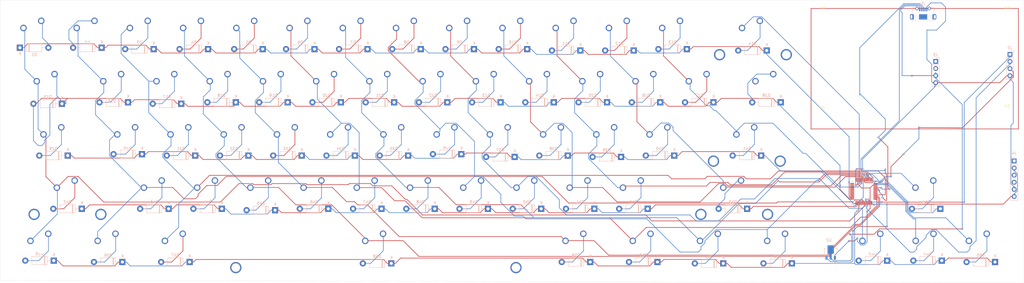
<source format=kicad_pcb>
(kicad_pcb (version 20240108) (generator "pcbnew") (generator_version "8.0")
  (layers (0 "F.Cu" signal) (31 "B.Cu" signal) (34 "B.Paste" user) (35 "F.Paste" user) (36 "B.SilkS" user "B.Silkscreen") (37 "F.SilkS" user "F.Silkscreen") (38 "B.Mask" user) (39 "F.Mask" user) (44 "Edge.Cuts" user))
  (net 0 "")
  (net 1 "ROW0")
  (net 2 "Net-(D1-A)")
  (net 3 "Net-(D2-A)")
  (net 4 "Net-(D3-A)")
  (net 5 "Net-(D4-A)")
  (net 6 "Net-(D5-A)")
  (net 7 "Net-(D6-A)")
  (net 8 "Net-(D7-A)")
  (net 9 "Net-(D8-A)")
  (net 10 "Net-(D9-A)")
  (net 11 "Net-(D10-A)")
  (net 12 "Net-(D11-A)")
  (net 13 "Net-(D12-A)")
  (net 14 "Net-(D13-A)")
  (net 15 "Net-(D14-A)")
  (net 16 "Net-(D15-A)")
  (net 17 "ROW1")
  (net 18 "Net-(D16-A)")
  (net 19 "Net-(D17-A)")
  (net 20 "Net-(D18-A)")
  (net 21 "Net-(D19-A)")
  (net 22 "Net-(D20-A)")
  (net 23 "Net-(D21-A)")
  (net 24 "Net-(D22-A)")
  (net 25 "Net-(D23-A)")
  (net 26 "Net-(D24-A)")
  (net 27 "Net-(D25-A)")
  (net 28 "Net-(D26-A)")
  (net 29 "Net-(D27-A)")
  (net 30 "Net-(D28-A)")
  (net 31 "Net-(D29-A)")
  (net 32 "ROW2")
  (net 33 "Net-(D30-A)")
  (net 34 "Net-(D31-A)")
  (net 35 "Net-(D32-A)")
  (net 36 "Net-(D33-A)")
  (net 37 "Net-(D34-A)")
  (net 38 "Net-(D35-A)")
  (net 39 "Net-(D36-A)")
  (net 40 "Net-(D37-A)")
  (net 41 "Net-(D38-A)")
  (net 42 "Net-(D39-A)")
  (net 43 "Net-(D40-A)")
  (net 44 "Net-(D41-A)")
  (net 45 "ROW3")
  (net 46 "Net-(D42-A)")
  (net 47 "Net-(D43-A)")
  (net 48 "Net-(D44-A)")
  (net 49 "Net-(D45-A)")
  (net 50 "Net-(D46-A)")
  (net 51 "Net-(D47-A)")
  (net 52 "Net-(D48-A)")
  (net 53 "Net-(D49-A)")
  (net 54 "Net-(D50-A)")
  (net 55 "Net-(D51-A)")
  (net 56 "Net-(D52-A)")
  (net 57 "Net-(D53-A)")
  (net 58 "Net-(D54-A)")
  (net 59 "ROW5")
  (net 60 "Net-(D55-A)")
  (net 61 "Net-(D56-A)")
  (net 62 "Net-(D57-A)")
  (net 63 "Net-(D58-A)")
  (net 64 "Net-(D59-A)")
  (net 65 "Net-(D60-A)")
  (net 66 "Net-(D61-A)")
  (net 67 "Net-(D62-A)")
  (net 68 "Net-(D63-A)")
  (net 69 "Net-(D64-A)")
  (net 70 "Net-(D65-A)")
  (net 71 "COL0")
  (net 72 "COL1")
  (net 73 "COL2")
  (net 74 "COL3")
  (net 75 "COL4")
  (net 76 "COL5")
  (net 77 "COL6")
  (net 78 "COL7")
  (net 79 "COL8")
  (net 80 "COL9")
  (net 81 "COL10")
  (net 82 "COL11")
  (net 83 "COL12")
  (net 86 "COL13")
  (net 106 "D-")
  (net 107 "5.5V")
  (net 108 "GND")
  (net 109 "D+")
  (net 110 "RX1")
  (net 111 "TX1")
  (net 112 "3.3VSWD")
  (net 113 "RX2")
  (net 114 "TX2")
  (net 115 "3.3V")
  (net 116 "TX3")
  (net 117 "RX3")
  (footprint "PCM_marbastlib-mx:SW_MX_1u" (layer "F.Cu") (at 164.66 101.5)
    (property "Reference" "MX47" (hide yes))
    (property "Value" "MX_SW_solder")
  )
  (footprint "PCM_marbastlib-mx:SW_MX_1.25u" (layer "F.Cu") (at 311.16 120.5)
    (property "Reference" "MX62" (hide yes))
    (property "Value" "MX_SW_solder")
  )
  (footprint "PCM_marbastlib-mx:SW_MX_1u" (layer "F.Cu") (at 364.16 120.5)
    (property "Reference" "MX64" (hide yes))
    (property "Value" "MX_SW_solder")
  )
  (footprint "PCM_marbastlib-mx:SW_MX_1u" (layer "F.Cu") (at 74.16 63.5)
    (property "Reference" "MX16" (hide yes))
    (property "Value" "MX_SW_solder")
  )
  (footprint "PCM_marbastlib-mx:SW_MX_1.25u" (layer "F.Cu") (at 287.16 120.5)
    (property "Reference" "MX61" (hide yes))
    (property "Value" "MX_SW_solder")
  )
  (footprint "PCM_marbastlib-mx:SW_MX_1u" (layer "F.Cu") (at 231.16 82.5)
    (property "Reference" "MX38" (hide yes))
    (property "Value" "MX_SW_solder")
  )
  (footprint "PCM_marbastlib-mx:SW_MX_1u" (layer "F.Cu") (at 150.16 63.5)
    (property "Reference" "MX20" (hide yes))
    (property "Value" "MX_SW_solder")
  )
  (footprint "PCM_marbastlib-mx:SW_MX_1.5u" (layer "F.Cu") (at 306.96 63.5)
    (property "Reference" "MX28" (hide yes))
    (property "Value" "MX_SW_solder")
  )
  (footprint "MountingHole:MountingHole_3.2mm_M3" (layer "F.Cu") (at 327 74.5)
    (property "Reference" "H4")
    (property "Value" "MountingHole")
  )
  (footprint "PCM_marbastlib-mx:STAB_MX_P_2.25u" (layer "F.Cu") (at 57.5663 101.515 180)
    (property "Reference" "S5" (hide yes))
    (property "Value" "MX_stab")
  )
  (footprint "PCM_marbastlib-mx:SW_MX_1u" (layer "F.Cu") (at 188.16 63.5)
    (property "Reference" "MX22" (hide yes))
    (property "Value" "MX_SW_solder")
  )
  (footprint "PCM_marbastlib-mx:SW_MX_1u" (layer "F.Cu") (at 83.66 44.5)
    (property "Reference" "MX3" (hide yes))
    (property "Value" "MX_SW_solder")
  )
  (footprint "PCM_marbastlib-mx:SW_MX_1u" (layer "F.Cu") (at 302.16 44.5)
    (property "Reference" "MX14" (hide yes))
    (property "Value" "MX_SW_solder")
  )
  (footprint "PCM_marbastlib-mx:SW_MX_1u" (layer "F.Cu") (at 145.66 101.5)
    (property "Reference" "MX46" (hide yes))
    (property "Value" "MX_SW_solder")
  )
  (footprint "PCM_marbastlib-mx:STAB_MX_P_2.75u" (layer "F.Cu") (at 295.5663 101.515 180)
    (property "Reference" "S2" (hide yes))
    (property "Value" "MX_stab")
  )
  (footprint "PCM_marbastlib-mx:SW_MX_1.75u" (layer "F.Cu") (at 52.81 82.5)
    (property "Reference" "MX29" (hide yes))
    (property "Value" "MX_SW_solder")
  )
  (footprint "PCM_marbastlib-mx:SW_MX_1.25u" (layer "F.Cu") (at 239.16 120.5)
    (property "Reference" "MX59" (hide yes))
    (property "Value" "MX_SW_solder")
  )
  (footprint "PCM_marbastlib-mx:SW_MX_1u" (layer "F.Cu") (at 126.66 101.5)
    (property "Reference" "MX45" (hide yes))
    (property "Value" "MX_SW_solder")
  )
  (footprint "PCM_marbastlib-mx:SW_MX_1u" (layer "F.Cu") (at 300.16 82.5)
    (property "Reference" "MX41" (hide yes))
    (property "Value" "MX_SW_solder")
  )
  (footprint "PCM_marbastlib-mx:STAB_MX_P_6.25u" (layer "F.Cu") (at 167.6538 120.515 180)
    (property "Reference" "S1" (hide yes))
    (property "Value" "MX_stab")
  )
  (footprint "PCM_marbastlib-mx:SW_MX_1u" (layer "F.Cu") (at 121.66 44.5)
    (property "Reference" "MX5" (hide yes))
    (property "Value" "MX_SW_solder")
  )
  (footprint "PCM_marbastlib-mx:SW_MX_1u" (layer "F.Cu") (at 117.16 82.5)
    (property "Reference" "MX32" (hide yes))
    (property "Value" "MX_SW_solder")
  )
  (footprint "PCM_marbastlib-mx:SW_MX_1u" (layer "F.Cu") (at 245.16 63.5)
    (property "Reference" "MX25" (hide yes))
    (property "Value" "MX_SW_solder")
  )
  (footprint "PCM_marbastlib-mx:SW_MX_1u" (layer "F.Cu") (at 140.66 44.5)
    (property "Reference" "MX6" (hide yes))
    (property "Value" "MX_SW_solder")
  )
  (footprint "PCM_marbastlib-mx:SW_MX_1u" (layer "F.Cu") (at 79.16 82.5)
    (property "Reference" "MX30" (hide yes))
    (property "Value" "MX_SW_solder")
  )
  (footprint "PCM_marbastlib-mx:SW_MX_1u" (layer "F.Cu") (at 216.66 44.5)
    (property "Reference" "MX10" (hide yes))
    (property "Value" "MX_SW_solder")
  )
  (footprint "PCM_marbastlib-mx:SW_MX_1.25u" (layer "F.Cu") (at 96.16 120.5)
    (property "Reference" "MX57" (hide yes))
    (property "Value" "MX_SW_solder")
  )
  (footprint "PCM_marbastlib-mx:SW_MX_1u" (layer "F.Cu") (at 155.16 82.5)
    (property "Reference" "MX34" (hide yes))
    (property "Value" "MX_SW_solder")
  )
  (footprint "PCM_marbastlib-mx:SW_MX_1u" (layer "F.Cu") (at 159.66 44.5)
    (property "Reference" "MX7" (hide yes))
    (property "Value" "MX_SW_solder")
  )
  (footprint "PCM_marbastlib-mx:SW_MX_1u" (layer "F.Cu") (at 178.66 44.5)
    (property "Reference" "MX8" (hide yes))
    (property "Value" "MX_SW_solder")
  )
  (footprint "PCM_marbastlib-mx:SW_MX_1u" (layer "F.Cu") (at 93.16 63.5)
    (property "Reference" "MX17" (hide yes))
    (property "Value" "MX_SW_solder")
  )
  (footprint "Package_QFP:LQFP-48_7x7mm_P0.5mm" (layer "F.Cu") (at 341.8225 100.25)
    (property "Reference" "U1")
    (property "Value" "STM32F103CBTx")
  )
  (footprint "PCM_marbastlib-mx:SW_MX_1u" (layer "F.Cu") (at 235.66 44.5)
    (property "Reference" "MX11" (hide yes))
    (property "Value" "MX_SW_solder")
  )
  (footprint "PCM_marbastlib-mx:SW_MX_1u" (layer "F.Cu") (at 197.66 44.5)
    (property "Reference" "MX9" (hide yes))
    (property "Value" "MX_SW_solder")
  )
  (footprint "PCM_marbastlib-mx:SW_MX_1u" (layer "F.Cu") (at 102.66 44.5)
    (property "Reference" "MX4" (hide yes))
    (property "Value" "MX_SW_solder")
  )
  (footprint "PCM_marbastlib-mx:STAB_MX_P_2u" (layer "F.Cu") (at 302.2538 44.515 180)
    (property "Reference" "S3" (hide yes))
    (property "Value" "MX_stab")
  )
  (footprint "PCM_marbastlib-mx:SW_MX_1u" (layer "F.Cu") (at 167.66 120.5)
    (property "Reference" "MX58" (hide yes))
    (property "Value" "MX_SW_solder")
  )
  (footprint "PCM_marbastlib-mx:SW_MX_1u" (layer "F.Cu") (at 254.66 44.5)
    (property "Reference" "MX12" (hide yes))
    (property "Value" "MX_SW_solder")
  )
  (footprint "PCM_marbastlib-mx:SW_MX_1u" (layer "F.Cu") (at 273.66 44.5)
    (property "Reference" "MX13" (hide yes))
    (property "Value" "MX_SW_solder")
  )
  (footprint "PCM_marbastlib-mx:SW_MX_1.25u" (layer "F.Cu") (at 72.16 120.5)
    (property "Reference" "MX56" (hide yes))
    (property "Value" "MX_SW_solder")
  )
  (footprint "PCM_marbastlib-mx:SW_MX_1u" (layer "F.Cu") (at 240.66 101.5)
    (property "Reference" "MX51" (hide yes))
    (property "Value" "MX_SW_solder")
  )
  (footprint "PCM_marbastlib-mx:SW_MX_1u" (layer "F.Cu") (at 57.59 101.5)
    (property "Reference" "MX42" (hide yes))
    (property "Value" "MX_SW_solder")
  )
  (footprint "PCM_marbastlib-mx:SW_MX_1u" (layer "F.Cu") (at 183.66 101.5)
    (property "Reference" "MX48" (hide yes))
    (property "Value" "MX_SW_solder")
  )
  (footprint "PCM_marbastlib-mx:SW_MX_1u" (layer "F.Cu") (at 88.66 101.5)
    (property "Reference" "MX43" (hide yes))
    (property "Value" "MX_SW_solder")
  )
  (footprint "PCM_marbastlib-mx:SW_MX_1.25u" (layer "F.Cu") (at 48.16 120.5)
    (property "Reference" "MX55" (hide yes))
    (property "Value" "MX_SW_solder")
  )
  (footprint "PCM_marbastlib-mx:SW_MX_1u" (layer "F.Cu") (at 250.16 82.5)
    (property "Reference" "MX39" (hide yes))
    (property "Value" "MX_SW_solder")
  )
  (footprint "PCM_marbastlib-mx:SW_MX_1u" (layer "F.Cu") (at 383.16 120.5)
    (property "Reference" "MX65" (hide yes))
    (property "Value" "MX_SW_solder")
  )
  (footprint "PCM_marbastlib-mx:SW_MX_1u" (layer "F.Cu") (at 202.66 101.5)
    (property "Reference" "MX49" (hide yes))
    (property "Value" "MX_SW_solder")
  )
  (footprint "PCM_marbastlib-mx:SW_MX_1u" (layer "F.Cu") (at 259.66 101.5)
    (property "Reference" "MX52" (hide yes))
    (property "Value" "MX_SW_solder")
  )
  (footprint "MountingHole:MountingHole_3.2mm_M3" (layer "F.Cu") (at 393 74)
    (property "Reference" "H2")
    (property "Value" "MountingHole")
  )
  (footprint "PCM_marbastlib-mx:SW_MX_1u" (layer "F.Cu") (at 221.66 101.5)
    (property "Reference" "MX50" (hide yes))
    (property "Value" "MX_SW_solder")
  )
  (footprint "PCM_marbastlib-mx:SW_MX_1u" (layer "F.Cu") (at 283.16 63.5)
    (property "Reference" "MX27" (hide yes))
    (property "Value" "MX_SW_solder")
  )
  (footprint "PCM_marbastlib-mx:SW_MX_1u" (layer "F.Cu") (at 364.08 101.5)
    (property "Reference" "MX54" (hide yes))
    (property "Value" "MX_SW_solder")
  )
  (footprint "PCM_marbastlib-mx:SW_MX_1.5u" (layer "F.Cu") (at 50.41 63.5)
    (property "Reference" "MX15" (hide yes))
    (property "Value" "MX_SW_solder")
  )
  (footprint "PCM_marbastlib-mx:SW_MX_1u" (layer "F.Cu") (at 98.16 82.5)
    (property "Reference" "MX31" (hide yes))
    (property "Value" "MX_SW_solder")
  )
  (footprint "PCM_marbastlib-mx:SW_MX_1u" (layer "F.Cu") (at 107.66 101.5)
    (property "Reference" "MX44" (hide yes))
    (property "Value" "MX_SW_solder")
  )
  (footprint "PCM_marbastlib-mx:SW_MX_1u" (layer "F.Cu") (at 131.16 63.5)
    (property "Reference" "MX19" (hide yes))
    (property "Value" "MX_SW_solder")
  )
  (footprint "PCM_marbastlib-mx:STAB_MX_P_2.25u" (layer "F.Cu") (at 300.0663 82.515 180)
    (property "Reference" "S4" (hide yes))
    (property "Value" "MX_stab")
  )
  (footprint "PCM_marbastlib-mx:SW_MX_1u" (layer "F.Cu") (at 269.16 82.5)
    (property "Reference" "MX40" (hide yes))
    (property "Value" "MX_SW_solder")
  )
  (footprint "PCM_marbastlib-mx:SW_MX_1u" (layer "F.Cu") (at 45.66 44.5)
    (property "Reference" "MX1" (hide yes))
    (property "Value" "MX_SW_solder")
  )
  (footprint "PCM_marbastlib-mx:SW_MX_1u" (layer "F.Cu") (at 169.16 63.5)
    (property "Reference" "MX21" (hide yes))
    (property "Value" "MX_SW_solder")
  )
  (footprint "PCM_marbastlib-mx:SW_MX_1u" (layer "F.Cu") (at 295.46 101.5)
    (property "Reference" "MX53" (hide yes))
    (property "Value" "MX_SW_solder")
  )
  (footprint "PCM_marbastlib-mx:SW_MX_1u" (layer "F.Cu") (at 226.16 63.5)
    (property "Reference" "MX24" (hide yes))
    (property "Value" "MX_SW_solder")
  )
  (footprint "PCM_marbastlib-mx:SW_MX_1u" (layer "F.Cu") (at 264.16 63.5)
    (property "Reference" "MX26" (hide yes))
    (property "Value" "MX_SW_solder")
  )
  (footprint "MountingHole:MountingHole_3.2mm_M3" (layer "F.Cu") (at 327.5 39)
    (property "Reference" "H1")
    (property "Value" "MountingHole")
  )
  (footprint "PCM_marbastlib-mx:SW_MX_1u" (layer "F.Cu") (at 345.16 120.5)
    (property "Reference" "MX63" (hide yes))
    (property "Value" "MX_SW_solder")
  )
  (footprint "PCM_marbastlib-mx:SW_MX_1u" (layer "F.Cu") (at 64.66 44.5)
    (property "Reference" "MX2" (hide yes))
    (property "Value" "MX_SW_solder")
  )
  (footprint "PCM_marbastlib-mx:SW_MX_1u" (layer "F.Cu") (at 207.16 63.5)
    (property "Reference" "MX23" (hide yes))
    (property "Value" "MX_SW_solder")
  )
  (footprint "PCM_marbastlib-mx:SW_MX_1u" (layer "F.Cu") (at 136.16 82.5)
    (property "Reference" "MX33" (hide yes))
    (property "Value" "MX_SW_solder")
  )
  (footprint "PCM_marbastlib-mx:SW_MX_1u" (layer "F.Cu") (at 174.16 82.5)
    (property "Reference" "MX35" (hide yes))
    (property "Value" "MX_SW_solder")
  )
  (footprint "PCM_marbastlib-mx:SW_MX_1u" (layer "F.Cu") (at 212.16 82.5)
    (property "Reference" "MX37" (hide yes))
    (property "Value" "MX_SW_solder")
  )
  (footprint "MountingHole:MountingHole_3.2mm_M3" (layer "F.Cu") (at 393 39)
    (property "Reference" "H3")
    (property "Value" "MountingHole")
  )
  (footprint "PCM_marbastlib-mx:SW_MX_1u" (layer "F.Cu") (at 193.16 82.5)
    (property "Reference" "MX36" (hide yes))
    (property "Value" "MX_SW_solder")
  )
  (footprint "PCM_marbastlib-mx:SW_MX_1.25u" (layer "F.Cu") (at 263.16 120.5)
    (property "Reference" "MX60" (hide yes))
    (property "Value" "MX_SW_solder")
  )
  (footprint "PCM_marbastlib-mx:SW_MX_1u" (layer "F.Cu") (at 112.16 63.5)
    (property "Reference" "MX18" (hide yes))
    (property "Value" "MX_SW_solder")
  )
  (footprint "Diode_THT:D_DO-41_SOD81_P10.16mm_Horizontal" (layer "B.Cu") (at 244.16 125.5 180)
    (property "Reference" "D59")
    (property "Value" "1N4007")
  )
  (footprint "Diode_THT:D_DO-41_SOD81_P10.16mm_Horizontal" (layer "B.Cu") (at 169.66 106.5 180)
    (property "Reference" "D47")
    (property "Value" "1N4007")
  )
  (footprint "Diode_THT:D_DO-41_SOD81_P10.16mm_Horizontal" (layer "B.Cu") (at 179.16 87.5 180)
    (property "Reference" "D35")
    (property "Value" "1N4007")
  )
  (footprint "Diode_THT:D_DO-41_SOD81_P10.16mm_Horizontal" (layer "B.Cu") (at 268.16 125.5 180)
    (property "Reference" "D60")
    (property "Value" "1N4007")
  )
  (footprint "Diode_THT:D_DO-41_SOD81_P10.16mm_Horizontal" (layer "B.Cu") (at 291.66 126 180)
    (property "Reference" "D61")
    (property "Value" "1N4007")
  )
  (footprint "Diode_THT:D_DO-41_SOD81_P10.16mm_Horizontal" (layer "B.Cu") (at 236.16 87.5 180)
    (property "Reference" "D38")
    (property "Value" "1N4007")
  )
  (footprint "Diode_THT:D_DO-41_SOD81_P10.16mm_Horizontal" (layer "B.Cu") (at 221.66 49.5 180)
    (property "Reference" "D10")
    (property "Value" "1N4007")
  )
  (footprint "Diode_THT:D_DO-41_SOD81_P10.16mm_Horizontal" (layer "B.Cu") (at 217.16 88 180)
    (property "Reference" "D37")
    (property "Value" "1N4007")
  )
  (footprint "Diode_THT:D_DO-41_SOD81_P10.16mm_Horizontal" (layer "B.Cu") (at 245.66 106.5 180)
    (property "Reference" "D51")
    (property "Value" "1N4007")
  )
  (footprint "Connector_PinSocket_2.54mm:PinSocket_1x06_P2.54mm_Vertical" (layer "B.Cu") (at 395.5 89.42 180)
    (property "Reference" "J4")
    (property "Value" "TOUCH")
  )
  (footprint "Diode_THT:D_DO-41_SOD81_P10.16mm_Horizontal" (layer "B.Cu") (at 98.16 69 180)
    (property "Reference" "D17")
    (property "Value" "1N4007")
  )
  (footprint "Diode_THT:D_DO-41_SOD81_P10.16mm_Horizontal" (layer "B.Cu") (at 250.16 68.5 180)
    (property "Reference" "D25")
    (property "Value" "1N4007")
  )
  (footprint "Diode_THT:D_DO-41_SOD81_P10.16mm_Horizontal" (layer "B.Cu") (at 316.16 126 180)
    (property "Reference" "D62")
    (property "Value" "1N4007")
  )
  (footprint "Diode_THT:D_DO-41_SOD81_P10.16mm_Horizontal" (layer "B.Cu") (at 155.16 68.5 180)
    (property "Reference" "D20")
    (property "Value" "1N4007")
  )
  (footprint "Diode_THT:D_DO-41_SOD81_P10.16mm_Horizontal" (layer "B.Cu") (at 55.58 69 180)
    (property "Reference" "D15")
    (property "Value" "1N4007")
  )
  (footprint "Diode_THT:D_DO-41_SOD81_P10.16mm_Horizontal" (layer "B.Cu") (at 52.66 125 180)
    (property "Reference" "D55")
    (property "Value" "1N4007")
  )
  (footprint "Diode_THT:D_DO-41_SOD81_P10.16mm_Horizontal" (layer "B.Cu") (at 62.66 106.5 180)
    (property "Reference" "D42")
    (property "Value" "1N4007")
  )
  (footprint "Diode_THT:D_DO-41_SOD81_P10.16mm_Horizontal" (layer "B.Cu") (at 369.66 125 180)
    (property "Reference" "D64")
    (property "Value" "1N4007")
  )
  (footprint "Diode_THT:D_DO-41_SOD81_P10.16mm_Horizontal" (layer "B.Cu") (at 388.66 125.5 180)
    (property "Reference" "D65")
    (property "Value" "1N4007")
  )
  (footprint "Diode_THT:D_DO-41_SOD81_P10.16mm_Horizontal" (layer "B.Cu") (at 193.16 68.5 180)
    (property "Reference" "D22")
    (property "Value" "1N4007")
  )
  (footprint "Diode_THT:D_DO-41_SOD81_P10.16mm_Horizontal" (layer "B.Cu") (at 259.66 50 180)
    (property "Reference" "D12")
    (property "Value" "1N4007")
  )
  (footprint "Diode_THT:D_DO-41_SOD81_P10.16mm_Horizontal" (layer "B.Cu") (at 131.66 107 180)
    (property "Reference" "D45")
    (property "Value" "1N4007")
  )
  (footprint "Diode_THT:D_DO-41_SOD81_P10.16mm_Horizontal" (layer "B.Cu") (at 160.16 87.5 180)
    (property "Reference" "D34")
    (property "Value" "1N4007")
  )
  (footprint "Diode_THT:D_DO-41_SOD81_P10.16mm_Horizontal" (layer "B.Cu") (at 174.16 68.5 180)
    (property "Reference" "D21")
    (property "Value" "1N4007")
  )
  (footprint "Diode_THT:D_DO-41_SOD81_P10.16mm_Horizontal" (layer "B.Cu") (at 88.32 49.5 180)
    (property "Reference" "D3")
    (property "Value" "1N4007")
  )
  (footprint "Diode_THT:D_DO-41_SOD81_P10.16mm_Horizontal" (layer "B.Cu") (at 183.66 49.5 180)
    (property "Reference" "D8")
    (property "Value" "1N4007")
  )
  (footprint "Diode_THT:D_DO-41_SOD81_P10.16mm_Horizontal" (layer "B.Cu") (at 79.16 68.5 180)
    (property "Reference" "D16")
    (property "Value" "1N4007")
  )
  (footprint "Diode_THT:D_DO-41_SOD81_P10.16mm_Horizontal" (layer "B.Cu") (at 103.16 87.5 180)
    (property "Reference" "D31")
    (property "Value" "1N4007")
  )
  (footprint "Diode_THT:D_DO-41_SOD81_P10.16mm_Horizontal" (layer "B.Cu") (at 350.16 125 180)
    (property "Reference" "D63")
    (property "Value" "1N4007")
  )
  (footprint "Diode_THT:D_DO-41_SOD81_P10.16mm_Horizontal" (layer "B.Cu") (at 278.66 49.5 180)
    (property "Reference" "D13")
    (property "Value" "1N4007")
  )
  (footprint "Diode_THT:D_DO-41_SOD81_P10.16mm_Horizontal" (layer "B.Cu") (at 84.16 87 180)
    (property "Reference" "D30")
    (property "Value" "1N4007")
  )
  (footprint "Diode_THT:D_DO-41_SOD81_P10.16mm_Horizontal" (layer "B.Cu") (at 312.16 68.5 180)
    (property "Reference" "D28")
    (property "Value" "1N4007")
  )
  (footprint "Diode_THT:D_DO-41_SOD81_P10.16mm_Horizontal" (layer "B.Cu") (at 141.16 87.5 180)
    (property "Reference" "D33")
    (property "Value" "1N4007")
  )
  (footprint "Diode_THT:D_DO-41_SOD81_P10.16mm_Horizontal" (layer "B.Cu") (at 307.16 50 180)
    (property "Reference" "D14")
    (property "Value" "1N4007")
  )
  (footprint "Diode_THT:D_DO-41_SOD81_P10.16mm_Horizontal" (layer "B.Cu") (at 40.58 49)
    (property "Reference" "D1")
    (property "Value" "1N4007")
  )
  (footprint "Diode_THT:D_DO-41_SOD81_P10.16mm_Horizontal" (layer "B.Cu") (at 150.66 106.5 180)
    (property "Reference" "D46")
    (property "Value" "1N4007")
  )
  (footprint "Connector_PinHeader_2.54mm:PinHeader_1x04_P2.54mm_Vertical" (layer "B.Cu") (at 367.5 53.88 180)
    (property "Reference" "J3")
    (property "Value" "NEXTION")
  )
  (footprint "Diode_THT:D_DO-41_SOD81_P10.16mm_Horizontal" (layer "B.Cu") (at 202.66 49.5 180)
    (property "Reference" "D9")
    (property "Value" "1N4007")
  )
  (footprint "Connector_USB:USB_Micro-AB_Molex_47590-0001" (layer "B.Cu") (at 363 38 180)
    (property "Reference" "J1")
    (property "Value" "USB_B_Micro")
    (fp_line (start 3.75 -1.45) (end 2.8 -1.45) (stroke (width 0.1)) (layer "Edge.Cuts"))
    (fp_line (start 2.8 -1.45) (end 2.8 0.125) (stroke (width 0.1)) (layer "Edge.Cuts"))
    (fp_line (start 1.95 -1.45) (end 1.95 0.125) (stroke (width 0.1)) (layer "Edge.Cuts"))
    (fp_line (start 1.95 -1.45) (end -1.95 -1.45) (stroke (width 0.1)) (layer "Edge.Cuts"))
    (fp_line (start -1.95 -1.45) (end -1.95 0.125) (stroke (width 0.1)) (layer "Edge.Cuts"))
    (fp_line (start -2.8 -1.45) (end -2.8 0.125) (stroke (width 0.1)) (layer "Edge.Cuts"))
    (fp_line (start -2.8 -1.45) (end -3.75 -1.45) (stroke (width 0.1)) (layer "Edge.Cuts"))
    (fp_arc (start 2.8 0.125) (mid 2.375 0.55) (end 1.95 0.125) (stroke (width 0.1)) (layer "Edge.Cuts"))
    (fp_arc (start -1.95 0.125) (mid -2.375 0.55) (end -2.8 0.125) (stroke (width 0.1)) (layer "Edge.Cuts"))
  )
  (footprint "Diode_THT:D_DO-41_SOD81_P10.16mm_Horizontal" (layer "B.Cu") (at 57.66 87.5 180)
    (property "Reference" "D29")
    (property "Value" "1N4007")
  )
  (footprint "Diode_THT:D_DO-41_SOD81_P10.16mm_Horizontal" (layer "B.Cu") (at 264.66 106.5 180)
    (property "Reference" "D52")
    (property "Value" "1N4007")
  )
  (footprint "Audio_Module:IC_HT7333" (layer "B.Cu") (at 330 122.1 180)
    (property "Reference" "U2")
    (property "Value" "HT7333")
  )
  (footprint "Diode_THT:D_DO-41_SOD81_P10.16mm_Horizontal" (layer "B.Cu") (at 112.66 106.5 180)
    (property "Reference" "D44")
    (property "Value" "1N4007")
  )
  (footprint "Diode_THT:D_DO-41_SOD81_P10.16mm_Horizontal" (layer "B.Cu") (at 145.74 49.5 180)
    (property "Reference" "D6")
    (property "Value" "1N4007")
  )
  (footprint "Diode_THT:D_DO-41_SOD81_P10.16mm_Horizontal" (layer "B.Cu") (at 269.16 68.5 180)
    (property "Reference" "D26")
    (property "Value" "1N4007")
  )
  (footprint "Diode_THT:D_DO-41_SOD81_P10.16mm_Horizontal" (layer "B.Cu") (at 305.16 87.5 180)
    (property "Reference" "D41")
    (property "Value" "1N4007")
  )
  (footprint "Diode_THT:D_DO-41_SOD81_P10.16mm_Horizontal" (layer "B.Cu") (at 122.16 87.5 180)
    (property "Reference" "D32")
    (property "Value" "1N4007")
  )
  (footprint "Diode_THT:D_DO-41_SOD81_P10.16mm_Horizontal" (layer "B.Cu") (at 207.66 106.5 180)
    (property "Reference" "D49")
    (property "Value" "1N4007")
  )
  (footprint "Diode_THT:D_DO-41_SOD81_P10.16mm_Horizontal" (layer "B.Cu") (at 212.16 68.5 180)
    (property "Reference" "D23")
    (property "Value" "1N4007")
  )
  (footprint "Diode_THT:D_DO-41_SOD81_P10.16mm_Horizontal" (layer "B.Cu") (at 240.66 50 180)
    (property "Reference" "D11")
    (property "Value" "1N4007")
  )
  (footprint "Diode_THT:D_DO-41_SOD81_P10.16mm_Horizontal" (layer "B.Cu") (at 188.66 106.5 180)
    (property "Reference" "D48")
    (property "Value" "1N4007")
  )
  (footprint "Connector_PinHeader_2.54mm:PinHeader_1x04_P2.54mm_Vertical" (layer "B.Cu") (at 394 51.38 180)
    (property "Reference" "J2")
    (property "Value" "SWD")
  )
  (footprint "Diode_THT:D_DO-41_SOD81_P10.16mm_Horizontal" (layer "B.Cu") (at 69.74 49 180)
    (property "Reference" "D2")
    (property "Value" "1N4007")
  )
  (footprint "Diode_THT:D_DO-41_SOD81_P10.16mm_Horizontal" (layer "B.Cu") (at 164.66 49.5 180)
    (property "Reference" "D7")
    (property "Value" "1N4007")
  )
  (footprint "Diode_THT:D_DO-41_SOD81_P10.16mm_Horizontal" (layer "B.Cu") (at 198.16 87 180)
    (property "Reference" "D36")
    (property "Value" "1N4007")
  )
  (footprint "Diode_THT:D_DO-41_SOD81_P10.16mm_Horizontal" (layer "B.Cu") (at 231.16 68.5 180)
    (property "Reference" "D24")
    (property "Value" "1N4007")
  )
  (footprint "Diode_THT:D_DO-41_SOD81_P10.16mm_Horizontal" (layer "B.Cu") (at 369.16 106.5 180)
    (property "Reference" "D54")
    (property "Value" "1N4007")
  )
  (footprint "Diode_THT:D_DO-41_SOD81_P10.16mm_Horizontal" (layer "B.Cu") (at 127.24 49.5 180)
    (property "Reference" "D5")
    (property "Value" "1N4007")
  )
  (footprint "Diode_THT:D_DO-41_SOD81_P10.16mm_Horizontal" (layer "B.Cu") (at 101.16 125.5 180)
    (property "Reference" "D57")
    (property "Value" "1N4007")
  )
  (footprint "Diode_THT:D_DO-41_SOD81_P10.16mm_Horizontal" (layer "B.Cu") (at 300.16 106.5 180)
    (property "Reference" "D53")
    (property "Value" "1N4007")
  )
  (footprint "Diode_THT:D_DO-41_SOD81_P10.16mm_Horizontal" (layer "B.Cu") (at 173.16 126 180)
    (property "Reference" "D58")
    (property "Value" "1N4007")
  )
  (footprint "Diode_THT:D_DO-41_SOD81_P10.16mm_Horizontal" (layer "B.Cu") (at 93.66 106.5 180)
    (property "Reference" "D43")
    (property "Value" "1N4007")
  )
  (footprint "Diode_THT:D_DO-41_SOD81_P10.16mm_Horizontal" (layer "B.Cu") (at 255.16 88 180)
    (property "Reference" "D39")
    (property "Value" "1N4007")
  )
  (footprint "Diode_THT:D_DO-41_SOD81_P10.16mm_Horizontal" (layer "B.Cu") (at 274.16 87.5 180)
    (property "Reference" "D40")
    (property "Value" "1N4007")
  )
  (footprint "Diode_THT:D_DO-41_SOD81_P10.16mm_Horizontal" (layer "B.Cu") (at 226.66 106.5 180)
    (property "Reference" "D50")
    (property "Value" "1N4007")
  )
  (footprint "Diode_THT:D_DO-41_SOD81_P10.16mm_Horizontal" (layer "B.Cu") (at 77.16 125.5 180)
    (property "Reference" "D56")
    (property "Value" "1N4007")
  )
  (footprint "Diode_THT:D_DO-41_SOD81_P10.16mm_Horizontal" (layer "B.Cu") (at 136.16 68.5 180)
    (property "Reference" "D19")
    (property "Value" "1N4007")
  )
  (footprint "Diode_THT:D_DO-41_SOD81_P10.16mm_Horizontal" (layer "B.Cu") (at 288.16 68.5 180)
    (property "Reference" "D27")
    (property "Value" "1N4007")
  )
  (footprint "Diode_THT:D_DO-41_SOD81_P10.16mm_Horizontal" (layer "B.Cu") (at 117.66 68.5 180)
    (property "Reference" "D18")
    (property "Value" "1N4007")
  )
  (footprint "Diode_THT:D_DO-41_SOD81_P10.16mm_Horizontal" (layer "B.Cu") (at 107.74 49.5 180)
    (property "Reference" "D4")
    (property "Value" "1N4007")
  )
  (gr_line (start 397 35) (end 323 35) (stroke (width 0.2)) (layer "F.Cu") (net 87))
  (gr_line (start 323 35) (end 323 78) (stroke (width 0.2)) (layer "F.Cu") (net 87))
  (gr_line (start 397 78) (end 397 35) (stroke (width 0.2)) (layer "F.Cu") (net 87))
  (gr_line (start 323 78) (end 397 78) (stroke (width 0.2)) (layer "F.Cu") (net 87))
  (gr_line (start 33.5 32) (end 399 32) (stroke (width 0.05)) (layer "Edge.Cuts"))
  (gr_line (start 399 32) (end 399 133) (stroke (width 0.05)) (layer "Edge.Cuts"))
  (gr_line (start 33.5 129.5) (end 33.5 32) (stroke (width 0.05)) (layer "Edge.Cuts"))
  (gr_line (start 33.5 132) (end 33.5 129.5) (stroke (width 0.05)) (layer "Edge.Cuts"))
  (gr_line (start 399 133) (end 33.5 132) (stroke (width 0.05)) (layer "Edge.Cuts"))
  (segment (start 41.9817 49) (end 43.3834 47.5983) (width 0.2) (layer "F.Cu") (net 1))
  (segment (start 71.1417 49) (end 72.0434 48.0983) (width 0.2) (layer "F.Cu") (net 1))
  (segment (start 278.66 49.5) (end 280.062 49.5) (width 0.2) (layer "F.Cu") (net 1))
  (segment (start 127.24 49.5) (end 125.838 49.5) (width 0.2) (layer "F.Cu") (net 1))
  (segment (start 68.3383 49) (end 69.74 49) (width 0.2) (layer "F.Cu") (net 1))
  (segment (start 85.5166 48.0983) (end 86.9183 49.5) (width 0.2) (layer "F.Cu") (net 1))
  (segment (start 104.937 50.9017) (end 106.338 49.5) (width 0.2) (layer "F.Cu") (net 1))
  (segment (start 221.66 49.5) (end 220.258 49.5) (width 0.2) (layer "F.Cu") (net 1))
  (segment (start 109.142 49.5) (end 107.74 49.5) (width 0.2) (layer "F.Cu") (net 1))
  (segment (start 258.258 50) (end 256.857 51.4017) (width 0.2) (layer "F.Cu") (net 1))
  (segment (start 161.857 50.9017) (end 148.543 50.9017) (width 0.2) (layer "F.Cu") (net 1))
  (segment (start 336.585 102.196) (end 336.889 102.5) (width 0.2) (layer "F.Cu") (net 1))
  (segment (start 164.66 49.5) (end 163.258 49.5) (width 0.2) (layer "F.Cu") (net 1))
  (segment (start 66.9366 47.5983) (end 68.3383 49) (width 0.2) (layer "F.Cu") (net 1))
  (segment (start 204.062 49.5) (end 202.66 49.5) (width 0.2) (layer "F.Cu") (net 1))
  (segment (start 280.963 48.5983) (end 304.357 48.5983) (width 0.2) (layer "F.Cu") (net 1))
  (segment (start 220.258 49.5) (end 218.857 50.9017) (width 0.2) (layer "F.Cu") (net 1))
  (segment (start 256.857 51.4017) (end 243.463 51.4017) (width 0.2) (layer "F.Cu") (net 1))
  (segment (start 72.0434 48.0983) (end 85.5166 48.0983) (width 0.2) (layer "F.Cu") (net 1))
  (segment (start 218.857 50.9017) (end 205.463 50.9017) (width 0.2) (layer "F.Cu") (net 1))
  (segment (start 91.1234 50.9017) (end 104.937 50.9017) (width 0.2) (layer "F.Cu") (net 1))
  (segment (start 205.463 50.9017) (end 204.062 49.5) (width 0.2) (layer "F.Cu") (net 1))
  (segment (start 43.3834 47.5983) (end 66.9366 47.5983) (width 0.2) (layer "F.Cu") (net 1))
  (segment (start 304.357 48.5983) (end 305.758 50) (width 0.2) (layer "F.Cu") (net 1))
  (segment (start 86.9183 49.5) (end 88.32 49.5) (width 0.2) (layer "F.Cu") (net 1))
  (segment (start 124.437 50.9017) (end 110.543 50.9017) (width 0.2) (layer "F.Cu") (net 1))
  (segment (start 110.543 50.9017) (end 109.142 49.5) (width 0.2) (layer "F.Cu") (net 1))
  (segment (start 336.889 102.5) (end 337.66 102.5) (width 0.2) (layer "F.Cu") (net 1))
  (segment (start 336.585 97.0184) (end 336.585 102.196) (width 0.2) (layer "F.Cu") (net 1))
  (segment (start 147.142 49.5) (end 145.74 49.5) (width 0.2) (layer "F.Cu") (net 1))
  (segment (start 88.32 49.5) (end 89.7217 49.5) (width 0.2) (layer "F.Cu") (net 1))
  (segment (start 89.7217 49.5) (end 91.1234 50.9017) (width 0.2) (layer "F.Cu") (net 1))
  (segment (start 242.062 50) (end 240.66 50) (width 0.2) (layer "F.Cu") (net 1))
  (segment (start 243.463 51.4017) (end 242.062 50) (width 0.2) (layer "F.Cu") (net 1))
  (segment (start 106.338 49.5) (end 107.74 49.5) (width 0.2) (layer "F.Cu") (net 1))
  (segment (start 40.58 49) (end 41.9817 49) (width 0.2) (layer "F.Cu") (net 1))
  (segment (start 69.74 49) (end 71.1417 49) (width 0.2) (layer "F.Cu") (net 1))
  (segment (start 148.543 50.9017) (end 147.142 49.5) (width 0.2) (layer "F.Cu") (net 1))
  (segment (start 280.062 49.5) (end 280.963 48.5983) (width 0.2) (layer "F.Cu") (net 1))
  (segment (start 163.258 49.5) (end 161.857 50.9017) (width 0.2) (layer "F.Cu") (net 1))
  (segment (start 125.838 49.5) (end 124.437 50.9017) (width 0.2) (layer "F.Cu") (net 1))
  (segment (start 305.758 50) (end 307.16 50) (width 0.2) (layer "F.Cu") (net 1))
  (segment (start 259.66 50) (end 258.258 50) (width 0.2) (layer "F.Cu") (net 1))
  (via (at 336.585 97.0184) (size 0.6) (drill 0.3) (layers "F.Cu" "B.Cu") (net 1))
  (segment (start 259.66 50) (end 261.062 50) (width 0.2) (layer "B.Cu") (net 1))
  (segment (start 261.963 50.9017) (end 275.857 50.9017) (width 0.2) (layer "B.Cu") (net 1))
  (segment (start 199.857 50.9017) (end 186.463 50.9017) (width 0.2) (layer "B.Cu") (net 1))
  (segment (start 201.258 49.5) (end 199.857 50.9017) (width 0.2) (layer "B.Cu") (net 1))
  (segment (start 128.642 49.5) (end 130.043 50.9017) (width 0.2) (layer "B.Cu") (net 1))
  (segment (start 166.062 49.5) (end 167.463 50.9017) (width 0.2) (layer "B.Cu") (net 1))
  (segment (start 130.043 50.9017) (end 142.937 50.9017) (width 0.2) (layer "B.Cu") (net 1))
  (segment (start 142.937 50.9017) (end 144.338 49.5) (width 0.2) (layer "B.Cu") (net 1))
  (segment (start 277.258 49.5) (end 278.66 49.5) (width 0.2) (layer "B.Cu") (net 1))
  (segment (start 336.585 80.8268) (end 336.585 97.0184) (width 0.2) (layer "B.Cu") (net 1))
  (segment (start 180.857 50.9017) (end 182.258 49.5) (width 0.2) (layer "B.Cu") (net 1))
  (segment (start 307.16 50) (end 307.16 51.4017) (width 0.2) (layer "B.Cu") (net 1))
  (segment (start 186.463 50.9017) (end 185.062 49.5) (width 0.2) (layer "B.Cu") (net 1))
  (segment (start 240.66 50) (end 239.258 50) (width 0.2) (layer "B.Cu") (net 1))
  (segment (start 224.963 51.4017) (end 223.062 49.5) (width 0.2) (layer "B.Cu") (net 1))
  (segment (start 261.062 50) (end 261.963 50.9017) (width 0.2) (layer "B.Cu") (net 1))
  (segment (start 144.338 49.5) (end 145.74 49.5) (width 0.2) (layer "B.Cu") (net 1))
  (segment (start 164.66 49.5) (end 166.062 49.5) (width 0.2) (layer "B.Cu") (net 1))
  (segment (start 127.24 49.5) (end 128.642 49.5) (width 0.2) (layer "B.Cu") (net 1))
  (segment (start 182.258 49.5) (end 183.66 49.5) (width 0.2) (layer "B.Cu") (net 1))
  (segment (start 223.062 49.5) (end 221.66 49.5) (width 0.2) (layer "B.Cu") (net 1))
  (segment (start 167.463 50.9017) (end 180.857 50.9017) (width 0.2) (layer "B.Cu") (net 1))
  (segment (start 239.258 50) (end 237.857 51.4017) (width 0.2) (layer "B.Cu") (net 1))
  (segment (start 185.062 49.5) (end 183.66 49.5) (width 0.2) (layer "B.Cu") (net 1))
  (segment (start 307.16 51.4017) (end 336.585 80.8268) (width 0.2) (layer "B.Cu") (net 1))
  (segment (start 202.66 49.5) (end 201.258 49.5) (width 0.2) (layer "B.Cu") (net 1))
  (segment (start 237.857 51.4017) (end 224.963 51.4017) (width 0.2) (layer "B.Cu") (net 1))
  (segment (start 275.857 50.9017) (end 277.258 49.5) (width 0.2) (layer "B.Cu") (net 1))
  (segment (start 50.74 49) (end 50.74 47.5983) (width 0.2) (layer "B.Cu") (net 2))
  (segment (start 48.6266 39.8466) (end 48.2 39.42) (width 0.2) (layer "B.Cu") (net 2))
  (segment (start 48.6266 45.4849) (end 48.6266 39.8466) (width 0.2) (layer "B.Cu") (net 2))
  (segment (start 50.74 47.5983) (end 48.6266 45.4849) (width 0.2) (layer "B.Cu") (net 2))
  (segment (start 59.58 49) (end 59.58 47.5983) (width 0.2) (layer "B.Cu") (net 3))
  (segment (start 59.58 47.5983) (end 58.0742 46.0925) (width 0.2) (layer "B.Cu") (net 3))
  (segment (start 58.0742 46.0925) (end 58.0742 42.6456) (width 0.2) (layer "B.Cu") (net 3))
  (segment (start 58.0742 42.6456) (end 61.2998 39.42) (width 0.2) (layer "B.Cu") (net 3))
  (segment (start 61.2998 39.42) (end 67.2 39.42) (width 0.2) (layer "B.Cu") (net 3))
  (segment (start 86.2 39.42) (end 86.2533 39.4733) (width 0.2) (layer "B.Cu") (net 4))
  (segment (start 86.2533 45.5488) (end 82.3021 49.5) (width 0.2) (layer "B.Cu") (net 4))
  (segment (start 86.2533 39.4733) (end 86.2533 45.5488) (width 0.2) (layer "B.Cu") (net 4))
  (segment (start 82.3021 49.5) (end 78.16 49.5) (width 0.2) (layer "B.Cu") (net 4))
  (segment (start 105.253 45.5557) (end 105.253 39.4733) (width 0.2) (layer "F.Cu") (net 5))
  (segment (start 97.58 49.5) (end 101.309 49.5) (width 0.2) (layer "F.Cu") (net 5))
  (segment (start 101.309 49.5) (end 105.253 45.5557) (width 0.2) (layer "F.Cu") (net 5))
  (segment (start 105.253 39.4733) (end 105.2 39.42) (width 0.2) (layer "F.Cu") (net 5))
  (segment (start 124.2 39.42) (end 124.253 39.4733) (width 0.2) (layer "F.Cu") (net 6))
  (segment (start 124.253 45.5365) (end 120.29 49.5) (width 0.2) (layer "F.Cu") (net 6))
  (segment (start 124.253 39.4733) (end 124.253 45.5365) (width 0.2) (layer "F.Cu") (net 6))
  (segment (start 120.29 49.5) (end 117.08 49.5) (width 0.2) (layer "F.Cu") (net 6))
  (segment (start 139.309 49.5) (end 143.253 45.5557) (width 0.2) (layer "B.Cu") (net 7))
  (segment (start 143.253 45.5557) (end 143.253 39.4733) (width 0.2) (layer "B.Cu") (net 7))
  (segment (start 135.58 49.5) (end 139.309 49.5) (width 0.2) (layer "B.Cu") (net 7))
  (segment (start 143.253 39.4733) (end 143.2 39.42) (width 0.2) (layer "B.Cu") (net 7))
  (segment (start 162.253 39.4733) (end 162.2 39.42) (width 0.2) (layer "F.Cu") (net 8))
  (segment (start 158.302 49.5) (end 162.253 45.5487) (width 0.2) (layer "F.Cu") (net 8))
  (segment (start 162.253 45.5487) (end 162.253 39.4733) (width 0.2) (layer "F.Cu") (net 8))
  (segment (start 154.5 49.5) (end 158.302 49.5) (width 0.2) (layer "F.Cu") (net 8))
  (segment (start 181.253 45.5487) (end 181.253 39.4733) (width 0.2) (layer "F.Cu") (net 9))
  (segment (start 173.5 49.5) (end 177.302 49.5) (width 0.2) (layer "F.Cu") (net 9))
  (segment (start 177.302 49.5) (end 181.253 45.5487) (width 0.2) (layer "F.Cu") (net 9))
  (segment (start 181.253 39.4733) (end 181.2 39.42) (width 0.2) (layer "F.Cu") (net 9))
  (segment (start 200.253 45.5488) (end 200.253 39.4732) (width 0.2) (layer "B.Cu") (net 10))
  (segment (start 192.5 49.5) (end 196.302 49.5) (width 0.2) (layer "B.Cu") (net 10))
  (segment (start 196.302 49.5) (end 200.253 45.5488) (width 0.2) (layer "B.Cu") (net 10))
  (segment (start 200.253 39.4732) (end 200.2 39.42) (width 0.2) (layer "B.Cu") (net 10))
  (segment (start 219.253 45.5487) (end 219.253 39.4733) (width 0.2) (layer "F.Cu") (net 11))
  (segment (start 215.302 49.5) (end 219.253 45.5487) (width 0.2) (layer "F.Cu") (net 11))
  (segment (start 219.253 39.4733) (end 219.2 39.42) (width 0.2) (layer "F.Cu") (net 11))
  (segment (start 211.5 49.5) (end 215.302 49.5) (width 0.2) (layer "F.Cu") (net 11))
  (segment (start 238.253 39.4733) (end 238.2 39.42) (width 0.2) (layer "B.Cu") (net 12))
  (segment (start 233.784 50) (end 238.253 45.5306) (width 0.2) (layer "B.Cu") (net 12))
  (segment (start 238.253 45.5306) (end 238.253 39.4733) (width 0.2) (layer "B.Cu") (net 12))
  (segment (start 230.5 50) (end 233.784 50) (width 0.2) (layer "B.Cu") (net 12))
  (segment (start 252.784 50) (end 257.253 45.5307) (width 0.2) (layer "F.Cu") (net 13))
  (segment (start 249.5 50) (end 252.784 50) (width 0.2) (layer "F.Cu") (net 13))
  (segment (start 257.253 45.5307) (end 257.253 39.4733) (width 0.2) (layer "F.Cu") (net 13))
  (segment (start 257.253 39.4733) (end 257.2 39.42) (width 0.2) (layer "F.Cu") (net 13))
  (segment (start 272.302 49.5) (end 268.5 49.5) (width 0.2) (layer "B.Cu") (net 14))
  (segment (start 276.2 39.42) (end 276.252 39.4725) (width 0.2) (layer "B.Cu") (net 14))
  (segment (start 276.252 39.4725) (end 276.252 45.5495) (width 0.2) (layer "B.Cu") (net 14))
  (segment (start 276.252 45.5495) (end 272.302 49.5) (width 0.2) (layer "B.Cu") (net 14))
  (segment (start 304.799 45.485) (end 304.799 39.5189) (width 0.2) (layer "B.Cu") (net 15))
  (segment (start 304.799 39.5189) (end 304.7 39.42) (width 0.2) (layer "B.Cu") (net 15))
  (segment (start 300.284 50) (end 304.799 45.485) (width 0.2) (layer "B.Cu") (net 15))
  (segment (start 297 50) (end 300.284 50) (width 0.2) (layer "B.Cu") (net 15))
  (segment (start 51.2755 69.3011) (end 51.2755 80.1666) (width 0.2) (layer "B.Cu") (net 16))
  (segment (start 53.7583 66.1966) (end 53.7583 59.2283) (width 0.2) (layer "B.Cu") (net 16))
  (segment (start 55.16 67.5983) (end 54.0692 66.5074) (width 0.2) (layer "B.Cu") (net 16))
  (segment (start 49.3503 82.9793) (end 48.3997 83.9299) (width 0.2) (layer "B.Cu") (net 16))
  (segment (start 45.42 82.2182) (end 45.42 69) (width 0.2) (layer "B.Cu") (net 16))
  (segment (start 54.0692 66.5074) (end 51.2755 69.3011) (width 0.2) (layer "B.Cu") (net 16))
  (segment (start 49.3503 82.0918) (end 49.3503 82.9793) (width 0.2) (layer "B.Cu") (net 16))
  (segment (start 54.0692 66.5074) (end 53.7583 66.1966) (width 0.2) (layer "B.Cu") (net 16))
  (segment (start 55.16 69) (end 55.16 67.5983) (width 0.2) (layer "B.Cu") (net 16))
  (segment (start 51.2755 80.1666) (end 49.3503 82.0918) (width 0.2) (layer "B.Cu") (net 16))
  (segment (start 47.1317 83.9299) (end 45.42 82.2182) (width 0.2) (layer "B.Cu") (net 16))
  (segment (start 53.7583 59.2283) (end 52.95 58.42) (width 0.2) (layer "B.Cu") (net 16))
  (segment (start 48.3997 83.9299) (end 47.1317 83.9299) (width 0.2) (layer "B.Cu") (net 16))
  (segment (start 176.963 69.9017) (end 190.357 69.9017) (width 0.2) (layer "F.Cu") (net 17))
  (segment (start 137.562 68.5) (end 136.16 68.5) (width 0.2) (layer "F.Cu") (net 17))
  (segment (start 171.357 67.0983) (end 157.963 67.0983) (width 0.2) (layer "F.Cu") (net 17))
  (segment (start 118.361 68.5) (end 116.942 69.9187) (width 0.2) (layer "F.Cu") (net 17))
  (segment (start 336.712 103) (end 337.66 103) (width 0.2) (layer "F.Cu") (net 17))
  (segment (start 333.331 98.1348) (end 333.331 99.6191) (width 0.2) (layer "F.Cu") (net 17))
  (segment (start 250.16 68.5) (end 248.758 68.5) (width 0.2) (layer "F.Cu") (net 17))
  (segment (start 333.331 99.6191) (end 336.712 103) (width 0.2) (layer "F.Cu") (net 17))
  (segment (start 289.562 68.5) (end 288.16 68.5) (width 0.2) (layer "F.Cu") (net 17))
  (segment (start 48.3034 67.0983) (end 46.4017 69) (width 0.2) (layer "F.Cu") (net 17))
  (segment (start 172.758 68.5) (end 171.357 67.0983) (width 0.2) (layer "F.Cu") (net 17))
  (segment (start 210.758 68.5) (end 209.357 67.0983) (width 0.2) (layer "F.Cu") (net 17))
  (segment (start 117.66 68.5) (end 118.361 68.5) (width 0.2) (layer "F.Cu") (net 17))
  (segment (start 100.48 69.9187) (end 99.5617 69) (width 0.2) (layer "F.Cu") (net 17))
  (segment (start 120.463 69.9017) (end 133.357 69.9017) (width 0.2) (layer "F.Cu") (net 17))
  (segment (start 195.963 67.0983) (end 194.562 68.5) (width 0.2) (layer "F.Cu") (net 17))
  (segment (start 290.963 67.0983) (end 289.562 68.5) (width 0.2) (layer "F.Cu") (net 17))
  (segment (start 153.758 68.5) (end 152.357 69.9017) (width 0.2) (layer "F.Cu") (net 17))
  (segment (start 194.562 68.5) (end 193.16 68.5) (width 0.2) (layer "F.Cu") (net 17))
  (segment (start 312.16 68.5) (end 310.758 68.5) (width 0.2) (layer "F.Cu") (net 17))
  (segment (start 310.758 68.5) (end 309.357 67.0983) (width 0.2) (layer "F.Cu") (net 17))
  (segment (start 232.562 68.5) (end 231.16 68.5) (width 0.2) (layer "F.Cu") (net 17))
  (segment (start 309.357 67.0983) (end 290.963 67.0983) (width 0.2) (layer "F.Cu") (net 17))
  (segment (start 80.5617 68.5) (end 79.16 68.5) (width 0.2) (layer "F.Cu") (net 17))
  (segment (start 118.361 68.5) (end 119.062 68.5) (width 0.2) (layer "F.Cu") (net 17))
  (segment (start 76.3566 67.0983) (end 57.4817 67.0983) (width 0.2) (layer "F.Cu") (net 17))
  (segment (start 81.4848 67.5769) (end 80.5617 68.5) (width 0.2) (layer "F.Cu") (net 17))
  (segment (start 191.758 68.5) (end 193.16 68.5) (width 0.2) (layer "F.Cu") (net 17))
  (segment (start 190.357 69.9017) (end 191.758 68.5) (width 0.2) (layer "F.Cu") (net 17))
  (segment (start 212.16 68.5) (end 210.758 68.5) (width 0.2) (layer "F.Cu") (net 17))
  (segment (start 247.357 67.0983) (end 233.963 67.0983) (width 0.2) (layer "F.Cu") (net 17))
  (segment (start 95.3352 67.5769) (end 81.4848 67.5769) (width 0.2) (layer "F.Cu") (net 17))
  (segment (start 286.758 68.5) (end 288.16 68.5) (width 0.2) (layer "F.Cu") (net 17))
  (segment (start 96.7583 69) (end 95.3352 67.5769) (width 0.2) (layer "F.Cu") (net 17))
  (segment (start 285.357 69.9017) (end 286.758 68.5) (width 0.2) (layer "F.Cu") (net 17))
  (segment (start 157.963 67.0983) (end 156.562 68.5) (width 0.2) (layer "F.Cu") (net 17))
  (segment (start 79.16 68.5) (end 77.7583 68.5) (width 0.2) (layer "F.Cu") (net 17))
  (segment (start 174.16 68.5) (end 175.562 68.5) (width 0.2) (layer "F.Cu") (net 17))
  (segment (start 209.357 67.0983) (end 195.963 67.0983) (width 0.2) (layer "F.Cu") (net 17))
  (segment (start 134.758 68.5) (end 136.16 68.5) (width 0.2) (layer "F.Cu") (net 17))
  (segment (start 155.16 68.5) (end 153.758 68.5) (width 0.2) (layer "F.Cu") (net 17))
  (segment (start 98.16 69) (end 96.7583 69) (width 0.2) (layer "F.Cu") (net 17))
  (segment (start 269.16 68.5) (end 270.562 68.5) (width 0.2) (layer "F.Cu") (net 17))
  (segment (start 175.562 68.5) (end 176.963 69.9017) (width 0.2) (layer "F.Cu") (net 17))
  (segment (start 152.357 69.9017) (end 138.963 69.9017) (width 0.2) (layer "F.Cu") (net 17))
  (segment (start 138.963 69.9017) (end 137.562 68.5) (width 0.2) (layer "F.Cu") (net 17))
  (segment (start 57.4817 67.0983) (end 56.9817 67.5983) (width 0.2) (layer "F.Cu") (net 17))
  (segment (start 99.5617 69) (end 98.16 69) (width 0.2) (layer "F.Cu") (net 17))
  (segment (start 174.16 68.5) (end 172.758 68.5) (width 0.2) (layer "F.Cu") (net 17))
  (segment (start 133.357 69.9017) (end 134.758 68.5) (width 0.2) (layer "F.Cu") (net 17))
  (segment (start 233.963 67.0983) (end 232.562 68.5) (width 0.2) (layer "F.Cu") (net 17))
  (segment (start 119.062 68.5) (end 120.463 69.9017) (width 0.2) (layer "F.Cu") (net 17))
  (segment (start 77.7583 68.5) (end 76.3566 67.0983) (width 0.2) (layer "F.Cu") (net 17))
  (segment (start 56.9817 67.5983) (end 56.9817 69) (width 0.2) (layer "F.Cu") (net 17))
  (segment (start 55.58 69) (end 56.9817 69) (width 0.2) (layer "F.Cu") (net 17))
  (segment (start 57.4817 67.0983) (end 48.3034 67.0983) (width 0.2) (layer "F.Cu") (net 17))
  (segment (start 116.942 69.9187) (end 100.48 69.9187) (width 0.2) (layer "F.Cu") (net 17))
  (segment (start 270.562 68.5) (end 271.963 69.9017) (width 0.2) (layer "F.Cu") (net 17))
  (segment (start 271.963 69.9017) (end 285.357 69.9017) (width 0.2) (layer "F.Cu") (net 17))
  (segment (start 248.758 68.5) (end 247.357 67.0983) (width 0.2) (layer "F.Cu") (net 17))
  (segment (start 156.562 68.5) (end 155.16 68.5) (width 0.2) (layer "F.Cu") (net 17))
  (segment (start 46.4017 69) (end 45 69) (width 0.2) (layer "F.Cu") (net 17))
  (via (at 333.331 98.1348) (size 0.6) (drill 0.3) (layers "F.Cu" "B.Cu") (net 17))
  (segment (start 213.562 68.5) (end 214.963 69.9017) (width 0.2) (layer "B.Cu") (net 17))
  (segment (start 267.758 68.5) (end 266.357 69.9017) (width 0.2) (layer "B.Cu") (net 17))
  (segment (start 269.16 68.5) (end 267.758 68.5) (width 0.2) (layer "B.Cu") (net 17))
  (segment (start 214.963 69.9017) (end 228.357 69.9017) (width 0.2) (layer "B.Cu") (net 17))
  (segment (start 228.357 69.9017) (end 229.758 68.5) (width 0.2) (layer "B.Cu") (net 17))
  (segment (start 312.16 68.5) (end 312.16 69.9017) (width 0.2) (layer "B.Cu") (net 17))
  (segment (start 229.758 68.5) (end 231.16 68.5) (width 0.2) (layer "B.Cu") (net 17))
  (segment (start 333.331 91.0729) (end 333.331 98.1348) (width 0.2) (layer "B.Cu") (net 17))
  (segment (start 252.963 69.9017) (end 251.562 68.5) (width 0.2) (layer "B.Cu") (net 17))
  (segment (start 312.16 69.9017) (end 333.331 91.0729) (width 0.2) (layer "B.Cu") (net 17))
  (segment (start 251.562 68.5) (end 250.16 68.5) (width 0.2) (layer "B.Cu") (net 17))
  (segment (start 212.16 68.5) (end 213.562 68.5) (width 0.2) (layer "B.Cu") (net 17))
  (segment (start 266.357 69.9017) (end 252.963 69.9017) (width 0.2) (layer "B.Cu") (net 17))
  (segment (start 76.7533 64.5488) (end 76.7533 58.4733) (width 0.2) (layer "B.Cu") (net 18))
  (segment (start 69 68.5) (end 72.8021 68.5) (width 0.2) (layer "B.Cu") (net 18))
  (segment (start 76.7533 58.4733) (end 76.7 58.42) (width 0.2) (layer "B.Cu") (net 18))
  (segment (start 72.8021 68.5) (end 76.7533 64.5488) (width 0.2) (layer "B.Cu") (net 18))
  (segment (start 95.7533 64.5306) (end 95.7533 58.4733) (width 0.2) (layer "B.Cu") (net 19))
  (segment (start 91.2839 69) (end 95.7533 64.5306) (width 0.2) (layer "B.Cu") (net 19))
  (segment (start 88 69) (end 91.2839 69) (width 0.2) (layer "B.Cu") (net 19))
  (segment (start 95.7533 58.4733) (end 95.7 58.42) (width 0.2) (layer "B.Cu") (net 19))
  (segment (start 114.753 64.5094) (end 114.753 58.4733) (width 0.2) (layer "B.Cu") (net 20))
  (segment (start 114.753 58.4733) (end 114.7 58.42) (width 0.2) (layer "B.Cu") (net 20))
  (segment (start 110.763 68.5) (end 114.753 64.5094) (width 0.2) (layer "B.Cu") (net 20))
  (segment (start 107.5 68.5) (end 110.763 68.5) (width 0.2) (layer "B.Cu") (net 20))
  (segment (start 133.753 64.5487) (end 133.753 58.4733) (width 0.2) (layer "B.Cu") (net 21))
  (segment (start 129.802 68.5) (end 133.753 64.5487) (width 0.2) (layer "B.Cu") (net 21))
  (segment (start 126 68.5) (end 129.802 68.5) (width 0.2) (layer "B.Cu") (net 21))
  (segment (start 133.753 58.4733) (end 133.7 58.42) (width 0.2) (layer "B.Cu") (net 21))
  (segment (start 148.802 68.5) (end 152.753 64.5487) (width 0.2) (layer "F.Cu") (net 22))
  (segment (start 152.753 58.4733) (end 152.7 58.42) (width 0.2) (layer "F.Cu") (net 22))
  (segment (start 145 68.5) (end 148.802 68.5) (width 0.2) (layer "F.Cu") (net 22))
  (segment (start 152.753 64.5487) (end 152.753 58.4733) (width 0.2) (layer "F.Cu") (net 22))
  (segment (start 167.802 68.5) (end 171.753 64.5487) (width 0.2) (layer "B.Cu") (net 23))
  (segment (start 171.753 64.5487) (end 171.753 58.4733) (width 0.2) (layer "B.Cu") (net 23))
  (segment (start 164 68.5) (end 167.802 68.5) (width 0.2) (layer "B.Cu") (net 23))
  (segment (start 171.753 58.4733) (end 171.7 58.42) (width 0.2) (layer "B.Cu") (net 23))
  (segment (start 183 68.5) (end 186.802 68.5) (width 0.2) (layer "B.Cu") (net 24))
  (segment (start 190.753 58.4733) (end 190.7 58.42) (width 0.2) (layer "B.Cu") (net 24))
  (segment (start 186.802 68.5) (end 190.753 64.5487) (width 0.2) (layer "B.Cu") (net 24))
  (segment (start 190.753 64.5487) (end 190.753 58.4733) (width 0.2) (layer "B.Cu") (net 24))
  (segment (start 205.802 68.5) (end 209.753 64.5487) (width 0.2) (layer "B.Cu") (net 25))
  (segment (start 202 68.5) (end 205.802 68.5) (width 0.2) (layer "B.Cu") (net 25))
  (segment (start 209.753 58.4733) (end 209.7 58.42) (width 0.2) (layer "B.Cu") (net 25))
  (segment (start 209.753 64.5487) (end 209.753 58.4733) (width 0.2) (layer "B.Cu") (net 25))
  (segment (start 228.753 64.5487) (end 228.753 58.4733) (width 0.2) (layer "B.Cu") (net 26))
  (segment (start 221 68.5) (end 224.802 68.5) (width 0.2) (layer "B.Cu") (net 26))
  (segment (start 228.753 58.4733) (end 228.7 58.42) (width 0.2) (layer "B.Cu") (net 26))
  (segment (start 224.802 68.5) (end 228.753 64.5487) (width 0.2) (layer "B.Cu") (net 26))
  (segment (start 240 68.5) (end 243.802 68.5) (width 0.2) (layer "B.Cu") (net 27))
  (segment (start 247.753 58.4733) (end 247.7 58.42) (width 0.2) (layer "B.Cu") (net 27))
  (segment (start 243.802 68.5) (end 247.753 64.5487) (width 0.2) (layer "B.Cu") (net 27))
  (segment (start 247.753 64.5487) (end 247.753 58.4733) (width 0.2) (layer "B.Cu") (net 27))
  (segment (start 259 68.5) (end 262.802 68.5) (width 0.2) (layer "B.Cu") (net 28))
  (segment (start 266.753 58.4733) (end 266.7 58.42) (width 0.2) (layer "B.Cu") (net 28))
  (segment (start 266.753 64.5488) (end 266.753 58.4733) (width 0.2) (layer "B.Cu") (net 28))
  (segment (start 262.802 68.5) (end 266.753 64.5488) (width 0.2) (layer "B.Cu") (net 28))
  (segment (start 285.77 58.4901) (end 285.7 58.42) (width 0.2) (layer "F.Cu") (net 29))
  (segment (start 281.802 68.5) (end 285.77 64.532) (width 0.2) (layer "F.Cu") (net 29))
  (segment (start 285.77 64.532) (end 285.77 58.4901) (width 0.2) (layer "F.Cu") (net 29))
  (segment (start 278 68.5) (end 281.802 68.5) (width 0.2) (layer "F.Cu") (net 29))
  (segment (start 300.42 65.5178) (end 300.42 61.6191) (width 0.2) (layer "B.Cu") (net 30))
  (segment (start 303.619 58.42) (end 309.5 58.42) (width 0.2) (layer "B.Cu") (net 30))
  (segment (start 300.42 61.6191) (end 303.619 58.42) (width 0.2) (layer "B.Cu") (net 30))
  (segment (start 302 67.0983) (end 300.42 65.5178) (width 0.2) (layer "B.Cu") (net 30))
  (segment (start 302 68.5) (end 302 67.0983) (width 0.2) (layer "B.Cu") (net 30))
  (segment (start 51.452 87.5) (end 55.4052 83.5468) (width 0.2) (layer "B.Cu") (net 31))
  (segment (start 47.5 87.5) (end 51.452 87.5) (width 0.2) (layer "B.Cu") (net 31))
  (segment (start 55.4052 77.4752) (end 55.35 77.42) (width 0.2) (layer "B.Cu") (net 31))
  (segment (start 55.4052 83.5468) (end 55.4052 77.4752) (width 0.2) (layer "B.Cu") (net 31))
  (segment (start 103.16 87.5) (end 104.562 87.5) (width 0.2) (layer "F.Cu") (net 32))
  (segment (start 85.5617 87) (end 84.16 87) (width 0.2) (layer "F.Cu") (net 32))
  (segment (start 339.07 104.414) (end 339.072 104.412) (width 0.2) (layer "F.Cu") (net 32))
  (segment (start 199.562 87) (end 199.963 86.5983) (width 0.2) (layer "F.Cu") (net 32))
  (segment (start 339.065 104.42) (end 339.068 104.416) (width 0.2) (layer "F.Cu") (net 32))
  (segment (start 338.821 104.664) (end 338.946 104.538) (width 0.2) (layer "F.Cu") (net 32))
  (segment (start 339.041 104.444) (end 339.042 104.444) (width 0.2) (layer "F.Cu") (net 32))
  (segment (start 339.064 104.42) (end 339.065 104.42) (width 0.2) (layer "F.Cu") (net 32))
  (segment (start 59.9634 88.4017) (end 81.3566 88.4017) (width 0.2) (layer "F.Cu") (net 32))
  (segment (start 139.758 87.5) (end 138.357 88.9017) (width 0.2) (layer "F.Cu") (net 32))
  (segment (start 123.562 87.5) (end 122.16 87.5) (width 0.2) (layer "F.Cu") (net 32))
  (segment (start 339.072 104.4125) (end 339.072 104.412) (width 0.2) (layer "F.Cu") (net 32))
  (segment (start 339.069 104.416) (end 339.07 104.414) (width 0.2) (layer "F.Cu") (net 32))
  (segment (start 338.144 104.664) (end 338.821 104.664) (width 0.2) (layer "F.Cu") (net 32))
  (segment (start 339.068 104.416) (end 339.069 104.416) (width 0.2) (layer "F.Cu") (net 32))
  (segment (start 81.3566 88.4017) (end 82.7583 87) (width 0.2) (layer "F.Cu") (net 32))
  (segment (start 57.66 87.5) (end 59.0617 87.5) (width 0.2) (layer "F.Cu") (net 32))
  (segment (start 105.963 88.9017) (end 119.357 88.9017) (width 0.2) (layer "F.Cu") (net 32))
  (segment (start 339.072 104.413) (end 339.072 104.4125) (width 0.2) (layer "F.Cu") (net 32))
  (segment (start 305.16 87.5) (end 303.758 87.5) (width 0.2) (layer "F.Cu") (net 32))
  (segment (start 303.758 87.5) (end 302.357 86.0983) (width 0.2) (layer "F.Cu") (net 32))
  (segment (start 119.357 88.9017) (end 120.758 87.5) (width 0.2) (layer "F.Cu") (net 32))
  (segment (start 236.16 87.5) (end 237.562 87.5) (width 0.2) (layer "F.Cu") (net 32))
  (segment (start 339.057 104.428) (end 339.064 104.42) (width 0.2) (layer "F.Cu") (net 32))
  (segment (start 238.463 86.5983) (end 252.357 86.5983) (width 0.2) (layer "F.Cu") (net 32))
  (segment (start 338.947 104.538) (end 339.041 104.444) (width 0.2) (layer "F.Cu") (net 32))
  (segment (start 120.758 87.5) (end 122.16 87.5) (width 0.2) (layer "F.Cu") (net 32))
  (segment (start 179.16 87.5) (end 177.758 87.5) (width 0.2) (layer "F.Cu") (net 32))
  (segment (start 339.041 104.444) (end 339.072 104.412) (width 0.2) (layer "F.Cu") (net 32))
  (segment (start 302.357 86.0983) (end 276.963 86.0983) (width 0.2) (layer "F.Cu") (net 32))
  (segment (start 161.562 87.5) (end 160.16 87.5) (width 0.2) (layer "F.Cu") (net 32))
  (segment (start 339.071 104.414) (end 339.072 104.413) (width 0.2) (layer "F.Cu") (net 32))
  (segment (start 215.758 88) (end 217.16 88) (width 0.2) (layer "F.Cu") (net 32))
  (segment (start 237.562 87.5) (end 238.463 86.5983) (width 0.2) (layer "F.Cu") (net 32))
  (segment (start 339.064 104.42) (end 339.068 104.416) (width 0.2) (layer "F.Cu") (net 32))
  (segment (start 339.064 104.42) (end 338.946 104.538) (width 0.2) (layer "F.Cu") (net 32))
  (segment (start 100.349 86.0903) (end 86.4714 86.0903) (width 0.2) (layer "F.Cu") (net 32))
  (segment (start 339.072 104.413) (end 339.072 104.4125) (width 0.2) (layer "F.Cu") (net 32))
  (segment (start 138.357 88.9017) (end 124.963 88.9017) (width 0.2) (layer "F.Cu") (net 32))
  (segment (start 141.16 87.5) (end 139.758 87.5) (width 0.2) (layer "F.Cu") (net 32))
  (segment (start 124.963 88.9017) (end 123.562 87.5) (width 0.2) (layer "F.Cu") (net 32))
  (segment (start 276.963 86.0983) (end 275.562 87.5) (width 0.2) (layer "F.Cu") (net 32))
  (segment (start 252.357 86.5983) (end 253.758 88) (width 0.2) (layer "F.Cu") (net 32))
  (segment (start 339.068 104.416) (end 339.07 104.414) (width 0.2) (layer "F.Cu") (net 32))
  (segment (start 214.357 86.5983) (end 215.758 88) (width 0.2) (layer "F.Cu") (net 32))
  (segment (start 101.758 87.5) (end 100.349 86.0903) (width 0.2) (layer "F.Cu") (net 32))
  (segment (start 253.758 88) (end 255.16 88) (width 0.2) (layer "F.Cu") (net 32))
  (segment (start 199.963 86.5983) (end 214.357 86.5983) (width 0.2) (layer "F.Cu") (net 32))
  (segment (start 86.4714 86.0903) (end 85.5617 87) (width 0.2) (layer "F.Cu") (net 32))
  (segment (start 339.07 104.414) (end 339.071 104.414) (width 0.2) (layer "F.Cu") (net 32))
  (segment (start 339.072 104.4125) (end 339.0725 104.4125) (width 0.2) (layer "F.Cu") (net 32))
  (segment (start 103.16 87.5) (end 101.758 87.5) (width 0.2) (layer "F.Cu") (net 32))
  (segment (start 104.562 87.5) (end 105.963 88.9017) (width 0.2) (layer "F.Cu") (net 32))
  (segment (start 339.07 104.414) (end 339.072 104.412) (width 0.2) (layer "F.Cu") (net 32))
  (segment (start 177.758 87.5) (end 176.357 88.9017) (width 0.2) (layer "F.Cu") (net 32))
  (segment (start 339.042 104.444) (end 339.057 104.428) (width 0.2) (layer "F.Cu") (net 32))
  (segment (start 176.357 88.9017) (end 162.963 88.9017) (width 0.2) (layer "F.Cu") (net 32))
  (segment (start 339.072 104.4125) (end 339.072 104.412) (width 0.2) (layer "F.Cu") (net 32))
  (segment (start 162.963 88.9017) (end 161.562 87.5) (width 0.2) (layer "F.Cu") (net 32))
  (segment (start 198.16 87) (end 199.562 87) (width 0.2) (layer "F.Cu") (net 32))
  (segment (start 82.7583 87) (end 84.16 87) (width 0.2) (layer "F.Cu") (net 32))
  (segment (start 338.946 104.538) (end 338.947 104.538) (width 0.2) (layer "F.Cu") (net 32))
  (segment (start 275.562 87.5) (end 274.16 87.5) (width 0.2) (layer "F.Cu") (net 32))
  (segment (start 59.0617 87.5) (end 59.9634 88.4017) (width 0.2) (layer "F.Cu") (net 32))
  (via (at 338.144 104.664) (size 0.6) (drill 0.3) (layers "F.Cu" "B.Cu") (net 32))
  (segment (start 305.16 87.5) (end 306.562 87.5) (width 0.2) (layer "B.Cu") (net 32))
  (segment (start 271.304 88.9546) (end 257.516 88.9546) (width 0.2) (layer "B.Cu") (net 32))
  (segment (start 181.523 88.4609) (end 180.562 87.5) (width 0.2) (layer "B.Cu") (net 32))
  (segment (start 326.537 93.057) (end 338.144 104.664) (width 0.2) (layer "B.Cu") (net 32))
  (segment (start 198.16 87) (end 196.758 87) (width 0.2) (layer "B.Cu") (net 32))
  (segment (start 233.304 88.9546) (end 219.516 88.9546) (width 0.2) (layer "B.Cu") (net 32))
  (segment (start 218.562 88) (end 217.16 88) (width 0.2) (layer "B.Cu") (net 32))
  (segment (start 196.758 87) (end 195.297 88.4609) (width 0.2) (layer "B.Cu") (net 32))
  (segment (start 234.758 87.5) (end 233.304 88.9546) (width 0.2) (layer "B.Cu") (net 32))
  (segment (start 195.297 88.4609) (end 181.523 88.4609) (width 0.2) (layer "B.Cu") (net 32))
  (segment (start 219.516 88.9546) (end 218.562 88) (width 0.2) (layer "B.Cu") (net 32))
  (segment (start 272.758 87.5) (end 271.304 88.9546) (width 0.2) (layer "B.Cu") (net 32))
  (segment (start 157.357 88.9017) (end 158.758 87.5) (width 0.2) (layer "B.Cu") (net 32))
  (segment (start 143.963 88.9017) (end 157.357 88.9017) (width 0.2) (layer "B.Cu") (net 32))
  (segment (start 257.516 88.9546) (end 256.562 88) (width 0.2) (layer "B.Cu") (net 32))
  (segment (start 236.16 87.5) (end 234.758 87.5) (width 0.2) (layer "B.Cu") (net 32))
  (segment (start 256.562 88) (end 255.16 88) (width 0.2) (layer "B.Cu") (net 32))
  (segment (start 274.16 87.5) (end 272.758 87.5) (width 0.2) (layer "B.Cu") (net 32))
  (segment (start 306.562 87.5) (end 312.119 93.057) (width 0.2) (layer "B.Cu") (net 32))
  (segment (start 142.562 87.5) (end 143.963 88.9017) (width 0.2) (layer "B.Cu") (net 32))
  (segment (start 158.758 87.5) (end 160.16 87.5) (width 0.2) (layer "B.Cu") (net 32))
  (segment (start 141.16 87.5) (end 142.562 87.5) (width 0.2) (layer "B.Cu") (net 32))
  (segment (start 312.119 93.057) (end 326.537 93.057) (width 0.2) (layer "B.Cu") (net 32))
  (segment (start 180.562 87.5) (end 179.16 87.5) (width 0.2) (layer "B.Cu") (net 32))
  (segment (start 81.7533 83.5355) (end 81.7533 77.4733) (width 0.2) (layer "B.Cu") (net 33))
  (segment (start 81.7533 77.4733) (end 81.7 77.42) (width 0.2) (layer "B.Cu") (net 33))
  (segment (start 74 87) (end 78.2888 87) (width 0.2) (layer "B.Cu") (net 33))
  (segment (start 78.2888 87) (end 81.7533 83.5355) (width 0.2) (layer "B.Cu") (net 33))
  (segment (start 96.802 87.5) (end 100.753 83.5487) (width 0.2) (layer "B.Cu") (net 34))
  (segment (start 93 87.5) (end 96.802 87.5) (width 0.2) (layer "B.Cu") (net 34))
  (segment (start 100.753 77.4733) (end 100.7 77.42) (width 0.2) (layer "B.Cu") (net 34))
  (segment (start 100.753 83.5487) (end 100.753 77.4733) (width 0.2) (layer "B.Cu") (net 34))
  (segment (start 119.753 83.5487) (end 119.753 77.4733) (width 0.2) (layer "B.Cu") (net 35))
  (segment (start 112 87.5) (end 115.802 87.5) (width 0.2) (layer "B.Cu") (net 35))
  (segment (start 115.802 87.5) (end 119.753 83.5487) (width 0.2) (layer "B.Cu") (net 35))
  (segment (start 119.753 77.4733) (end 119.7 77.42) (width 0.2) (layer "B.Cu") (net 35))
  (segment (start 131 87.5) (end 134.802 87.5) (width 0.2) (layer "F.Cu") (net 36))
  (segment (start 134.802 87.5) (end 138.753 83.5487) (width 0.2) (layer "F.Cu") (net 36))
  (segment (start 138.753 77.4733) (end 138.7 77.42) (width 0.2) (layer "F.Cu") (net 36))
  (segment (start 138.753 83.5487) (end 138.753 77.4733) (width 0.2) (layer "F.Cu") (net 36))
  (segment (start 153.802 87.5) (end 157.753 83.5487) (width 0.2) (layer "B.Cu") (net 37))
  (segment (start 150 87.5) (end 153.802 87.5) (width 0.2) (layer "B.Cu") (net 37))
  (segment (start 157.753 83.5487) (end 157.753 77.4733) (width 0.2) (layer "B.Cu") (net 37))
  (segment (start 157.753 77.4733) (end 157.7 77.42) (width 0.2) (layer "B.Cu") (net 37))
  (segment (start 176.753 83.5487) (end 176.753 77.4733) (width 0.2) (layer "B.Cu") (net 38))
  (segment (start 172.802 87.5) (end 176.753 83.5487) (width 0.2) (layer "B.Cu") (net 38))
  (segment (start 169 87.5) (end 172.802 87.5) (width 0.2) (layer "B.Cu") (net 38))
  (segment (start 176.753 77.4733) (end 176.7 77.42) (width 0.2) (layer "B.Cu") (net 38))
  (segment (start 195.753 77.4733) (end 195.7 77.42) (width 0.2) (layer "B.Cu") (net 39))
  (segment (start 195.753 83.5355) (end 195.753 77.4733) (width 0.2) (layer "B.Cu") (net 39))
  (segment (start 188 87) (end 192.289 87) (width 0.2) (layer "B.Cu") (net 39))
  (segment (start 192.289 87) (end 195.753 83.5355) (width 0.2) (layer "B.Cu") (net 39))
  (segment (start 214.753 83.5306) (end 214.753 77.4733) (width 0.2) (layer "B.Cu") (net 40))
  (segment (start 210.284 88) (end 214.753 83.5306) (width 0.2) (layer "B.Cu") (net 40))
  (segment (start 207 88) (end 210.284 88) (width 0.2) (layer "B.Cu") (net 40))
  (segment (start 214.753 77.4733) (end 214.7 77.42) (width 0.2) (layer "B.Cu") (net 40))
  (segment (start 229.802 87.5) (end 233.753 83.5487) (width 0.2) (layer "B.Cu") (net 41))
  (segment (start 233.753 77.4733) (end 233.7 77.42) (width 0.2) (layer "B.Cu") (net 41))
  (segment (start 226 87.5) (end 229.802 87.5) (width 0.2) (layer "B.Cu") (net 41))
  (segment (start 233.753 83.5487) (end 233.753 77.4733) (width 0.2) (layer "B.Cu") (net 41))
  (segment (start 248.284 88) (end 252.753 83.5306) (width 0.2) (layer "B.Cu") (net 42))
  (segment (start 252.753 77.4733) (end 252.7 77.42) (width 0.2) (layer "B.Cu") (net 42))
  (segment (start 252.753 83.5306) (end 252.753 77.4733) (width 0.2) (layer "B.Cu") (net 42))
  (segment (start 245 88) (end 248.284 88) (width 0.2) (layer "B.Cu") (net 42))
  (segment (start 271.799 77.5189) (end 271.7 77.42) (width 0.2) (layer "B.Cu") (net 43))
  (segment (start 267.802 87.5) (end 271.799 83.5031) (width 0.2) (layer "B.Cu") (net 43))
  (segment (start 264 87.5) (end 267.802 87.5) (width 0.2) (layer "B.Cu") (net 43))
  (segment (start 271.799 83.5031) (end 271.799 77.5189) (width 0.2) (layer "B.Cu") (net 43))
  (segment (start 295 87.5) (end 298.802 87.5) (width 0.2) (layer "B.Cu") (net 44))
  (segment (start 302.779 77.4992) (end 302.7 77.42) (width 0.2) (layer "B.Cu") (net 44))
  (segment (start 302.779 83.5228) (end 302.779 77.4992) (width 0.2) (layer "B.Cu") (net 44))
  (segment (start 298.802 87.5) (end 302.779 83.5228) (width 0.2) (layer "B.Cu") (net 44))
  (segment (start 339.143 105.648) (end 339.572 105.219) (width 0.2) (layer "F.Cu") (net 45))
  (segment (start 229.463 107.902) (end 242.857 107.902) (width 0.2) (layer "F.Cu") (net 45))
  (segment (start 267.463 105.098) (end 297.357 105.098) (width 0.2) (layer "F.Cu") (net 45))
  (segment (start 147.846 107.913) (end 133.974 107.913) (width 0.2) (layer "F.Cu") (net 45))
  (segment (start 301.562 106.5) (end 302.413 105.648) (width 0.2) (layer "F.Cu") (net 45))
  (segment (start 150.66 106.5) (end 149.258 106.5) (width 0.2) (layer "F.Cu") (net 45))
  (segment (start 207.66 106.5) (end 209.062 106.5) (width 0.2) (layer "F.Cu") (net 45))
  (segment (start 297.357 105.098) (end 298.758 106.5) (width 0.2) (layer "F.Cu") (net 45))
  (segment (start 226.66 106.5) (end 228.062 106.5) (width 0.2) (layer "F.Cu") (net 45))
  (segment (start 266.062 106.5) (end 267.463 105.098) (width 0.2) (layer "F.Cu") (net 45))
  (segment (start 92.2583 106.5) (end 93.66 106.5) (width 0.2) (layer "F.Cu") (net 45))
  (segment (start 298.758 106.5) (end 300.16 106.5) (width 0.2) (layer "F.Cu") (net 45))
  (segment (start 207.66 106.5) (end 206.258 106.5) (width 0.2) (layer "F.Cu") (net 45))
  (segment (start 338.434 105.648) (end 339.143 105.648) (width 0.2) (layer "F.Cu") (net 45))
  (segment (start 225.258 106.5) (end 226.66 106.5) (width 0.2) (layer "F.Cu") (net 45))
  (segment (start 90.8566 105.098) (end 92.2583 106.5) (width 0.2) (layer "F.Cu") (net 45))
  (segment (start 210.471 107.909) (end 223.849 107.909) (width 0.2) (layer "F.Cu") (net 45))
  (segment (start 339.572 105.219) (end 339.572 104.84) (width 0.2) (layer "F.Cu") (net 45))
  (segment (start 223.849 107.909) (end 225.258 106.5) (width 0.2) (layer "F.Cu") (net 45))
  (segment (start 339.5725 104.449) (end 339.5725 104.4125) (width 0.2) (layer "F.Cu") (net 45))
  (segment (start 339.572 104.84) (end 339.572 104.462) (width 0.2) (layer "F.Cu") (net 45))
  (segment (start 300.16 106.5) (end 301.562 106.5) (width 0.2) (layer "F.Cu") (net 45))
  (segment (start 64.0617 106.5) (end 65.4634 105.098) (width 0.2) (layer "F.Cu") (net 45))
  (segment (start 95.0617 106.5) (end 93.66 106.5) (width 0.2) (layer "F.Cu") (net 45))
  (segment (start 228.062 106.5) (end 229.463 107.902) (width 0.2) (layer "F.Cu") (net 45))
  (segment (start 112.66 106.5) (end 111.258 106.5) (width 0.2) (layer "F.Cu") (net 45))
  (segment (start 302.413 105.648) (end 338.434 105.648) (width 0.2) (layer "F.Cu") (net 45))
  (segment (start 204.857 107.902) (end 191.463 107.902) (width 0.2) (layer "F.Cu") (net 45))
  (segment (start 190.062 106.5) (end 188.66 106.5) (width 0.2) (layer "F.Cu") (net 45))
  (segment (start 109.857 105.098) (end 96.4634 105.098) (width 0.2) (layer "F.Cu") (net 45))
  (segment (start 111.258 106.5) (end 109.857 105.098) (width 0.2) (layer "F.Cu") (net 45))
  (segment (start 149.258 106.5) (end 147.846 107.913) (width 0.2) (layer "F.Cu") (net 45))
  (segment (start 242.857 107.902) (end 244.258 106.5) (width 0.2) (layer "F.Cu") (net 45))
  (segment (start 65.4634 105.098) (end 90.8566 105.098) (width 0.2) (layer "F.Cu") (net 45))
  (segment (start 339.572 104.4495) (end 339.5725 104.449) (width 0.2) (layer "F.Cu") (net 45))
  (segment (start 191.463 107.902) (end 190.062 106.5) (width 0.2) (layer "F.Cu") (net 45))
  (segment (start 244.258 106.5) (end 245.66 106.5) (width 0.2) (layer "F.Cu") (net 45))
  (segment (start 209.062 106.5) (end 210.471 107.909) (width 0.2) (layer "F.Cu") (net 45))
  (segment (start 339.572 104.4495) (end 339.572 104.437) (width 0.2) (layer "F.Cu") (net 45))
  (segment (start 96.4634 105.098) (end 95.0617 106.5) (width 0.2) (layer "F.Cu") (net 45))
  (segment (start 264.66 106.5) (end 266.062 106.5) (width 0.2) (layer "F.Cu") (net 45))
  (segment (start 62.66 106.5) (end 64.0617 106.5) (width 0.2) (layer "F.Cu") (net 45))
  (segment (start 339.572 104.84) (end 339.572 104.462) (width 0.2) (layer "F.Cu") (net 45))
  (segment (start 133.062 107) (end 131.66 107) (width 0.2) (layer "F.Cu") (net 45))
  (segment (start 206.258 106.5) (end 204.857 107.902) (width 0.2) (layer "F.Cu") (net 45))
  (segment (start 133.974 107.913) (end 133.062 107) (width 0.2) (layer "F.Cu") (net 45))
  (segment (start 339.572 104.462) (end 339.572 104.4495) (width 0.2) (layer "F.Cu") (net 45))
  (via (at 338.434 105.648) (size 0.6) (drill 0.3) (layers "F.Cu" "B.Cu") (net 45))
  (segment (start 347.751 97.1) (end 344.884 94.2322) (width 0.2) (layer "B.Cu") (net 45))
  (segment (start 172.463 107.902) (end 171.062 106.5) (width 0.2) (layer "B.Cu") (net 45))
  (segment (start 341.618 102.465) (end 338.434 105.648) (width 0.2) (layer "B.Cu") (net 45))
  (segment (start 366.357 107.902) (end 358.422 107.902) (width 0.2) (layer "B.Cu") (net 45))
  (segment (start 367.758 106.5) (end 366.357 107.902) (width 0.2) (layer "B.Cu") (net 45))
  (segment (start 349.283 95.7828) (end 348.6 96.4657) (width 0.2) (layer "B.Cu") (net 45))
  (segment (start 115.963 108.402) (end 128.857 108.402) (width 0.2) (layer "B.Cu") (net 45))
  (segment (start 264.66 106.5) (end 263.258 106.5) (width 0.2) (layer "B.Cu") (net 45))
  (segment (start 348.249 97.1) (end 347.751 97.1) (width 0.2) (layer "B.Cu") (net 45))
  (segment (start 358.422 107.902) (end 357.6 107.08) (width 0.2) (layer "B.Cu") (net 45))
  (segment (start 185.857 107.902) (end 172.463 107.902) (width 0.2) (layer "B.Cu") (net 45))
  (segment (start 261.851 107.908) (end 248.469 107.908) (width 0.2) (layer "B.Cu") (net 45))
  (segment (start 130.258 107) (end 131.66 107) (width 0.2) (layer "B.Cu") (net 45))
  (segment (start 344.884 94.2322) (end 342.013 94.2322) (width 0.2) (layer "B.Cu") (net 45))
  (segment (start 153.463 107.902) (end 152.062 106.5) (width 0.2) (layer "B.Cu") (net 45))
  (segment (start 168.258 106.5) (end 166.857 107.902) (width 0.2) (layer "B.Cu") (net 45))
  (segment (start 169.66 106.5) (end 168.258 106.5) (width 0.2) (layer "B.Cu") (net 45))
  (segment (start 341.618 94.6274) (end 341.618 102.465) (width 0.2) (layer "B.Cu") (net 45))
  (segment (start 248.469 107.908) (end 247.062 106.5) (width 0.2) (layer "B.Cu") (net 45))
  (segment (start 112.66 106.5) (end 114.062 106.5) (width 0.2) (layer "B.Cu") (net 45))
  (segment (start 369.16 106.5) (end 367.758 106.5) (width 0.2) (layer "B.Cu") (net 45))
  (segment (start 263.258 106.5) (end 261.851 107.908) (width 0.2) (layer "B.Cu") (net 45))
  (segment (start 357.6 104.1) (end 349.283 95.7828) (width 0.2) (layer "B.Cu") (net 45))
  (segment (start 166.857 107.902) (end 153.463 107.902) (width 0.2) (layer "B.Cu") (net 45))
  (segment (start 342.013 94.2322) (end 341.618 94.6274) (width 0.2) (layer "B.Cu") (net 45))
  (segment (start 188.66 106.5) (end 187.258 106.5) (width 0.2) (layer "B.Cu") (net 45))
  (segment (start 187.258 106.5) (end 185.857 107.902) (width 0.2) (layer "B.Cu") (net 45))
  (segment (start 152.062 106.5) (end 150.66 106.5) (width 0.2) (layer "B.Cu") (net 45))
  (segment (start 128.857 108.402) (end 130.258 107) (width 0.2) (layer "B.Cu") (net 45))
  (segment (start 348.6 96.7485) (end 348.249 97.1) (width 0.2) (layer "B.Cu") (net 45))
  (segment (start 171.062 106.5) (end 169.66 106.5) (width 0.2) (layer "B.Cu") (net 45))
  (segment (start 357.6 107.08) (end 357.6 104.1) (width 0.2) (layer "B.Cu") (net 45))
  (segment (start 348.6 96.4657) (end 348.6 96.7485) (width 0.2) (layer "B.Cu") (net 45))
  (segment (start 247.062 106.5) (end 245.66 106.5) (width 0.2) (layer "B.Cu") (net 45))
  (segment (start 114.062 106.5) (end 115.963 108.402) (width 0.2) (layer "B.Cu") (net 45))
  (segment (start 56.1979 106.5) (end 60.1811 102.517) (width 0.2) (layer "F.Cu") (net 46))
  (segment (start 60.1811 102.517) (end 60.1811 96.4711) (width 0.2) (layer "F.Cu") (net 46))
  (segment (start 52.5 106.5) (end 56.1979 106.5) (width 0.2) (layer "F.Cu") (net 46))
  (segment (start 60.1811 96.4711) (end 60.13 96.42) (width 0.2) (layer "F.Cu") (net 46))
  (segment (start 83.5 106.5) (end 87.3058 106.5) (width 0.2) (layer "B.Cu") (net 47))
  (segment (start 91.2899 102.516) (end 91.2899 96.5099) (width 0.2) (layer "B.Cu") (net 47))
  (segment (start 91.2899 96.5099) (end 91.2 96.42) (width 0.2) (layer "B.Cu") (net 47))
  (segment (start 87.3058 106.5) (end 91.2899 102.516) (width 0.2) (layer "B.Cu") (net 47))
  (segment (start 106.281 106.5) (end 110.253 102.528) (width 0.2) (layer "B.Cu") (net 48))
  (segment (start 102.5 106.5) (end 106.281 106.5) (width 0.2) (layer "B.Cu") (net 48))
  (segment (start 110.253 102.528) (end 110.253 96.4733) (width 0.2) (layer "B.Cu") (net 48))
  (segment (start 110.253 96.4733) (end 110.2 96.42) (width 0.2) (layer "B.Cu") (net 48))
  (segment (start 121.5 107) (end 124.784 107) (width 0.2) (layer "B.Cu") (net 49))
  (segment (start 129.297 96.5166) (end 129.2 96.42) (width 0.2) (layer "B.Cu") (net 49))
  (segment (start 129.297 102.487) (end 129.297 96.5166) (width 0.2) (layer "B.Cu") (net 49))
  (segment (start 124.784 107) (end 129.297 102.487) (width 0.2) (layer "B.Cu") (net 49))
  (segment (start 144.302 106.5) (end 148.253 102.549) (width 0.2) (layer "B.Cu") (net 50))
  (segment (start 148.253 96.4733) (end 148.2 96.42) (width 0.2) (layer "B.Cu") (net 50))
  (segment (start 140.5 106.5) (end 144.302 106.5) (width 0.2) (layer "B.Cu") (net 50))
  (segment (start 148.253 102.549) (end 148.253 96.4733) (width 0.2) (layer "B.Cu") (net 50))
  (segment (start 167.2 96.42) (end 167.253 96.4733) (width 0.2) (layer "B.Cu") (net 51))
  (segment (start 167.253 96.4733) (end 167.253 102.528) (width 0.2) (layer "B.Cu") (net 51))
  (segment (start 167.253 102.528) (end 163.281 106.5) (width 0.2) (layer "B.Cu") (net 51))
  (segment (start 163.281 106.5) (end 159.5 106.5) (width 0.2) (layer "B.Cu") (net 51))
  (segment (start 186.253 102.549) (end 186.253 96.4733) (width 0.2) (layer "B.Cu") (net 52))
  (segment (start 186.253 96.4733) (end 186.2 96.42) (width 0.2) (layer "B.Cu") (net 52))
  (segment (start 182.302 106.5) (end 186.253 102.549) (width 0.2) (layer "B.Cu") (net 52))
  (segment (start 178.5 106.5) (end 182.302 106.5) (width 0.2) (layer "B.Cu") (net 52))
  (segment (start 205.253 96.4733) (end 205.2 96.42) (width 0.2) (layer "B.Cu") (net 53))
  (segment (start 201.302 106.5) (end 205.253 102.549) (width 0.2) (layer "B.Cu") (net 53))
  (segment (start 197.5 106.5) (end 201.302 106.5) (width 0.2) (layer "B.Cu") (net 53))
  (segment (start 205.253 102.549) (end 205.253 96.4733) (width 0.2) (layer "B.Cu") (net 53))
  (segment (start 224.253 96.4733) (end 224.2 96.42) (width 0.2) (layer "B.Cu") (net 54))
  (segment (start 216.5 106.5) (end 220.302 106.5) (width 0.2) (layer "B.Cu") (net 54))
  (segment (start 224.253 102.549) (end 224.253 96.4733) (width 0.2) (layer "B.Cu") (net 54))
  (segment (start 220.302 106.5) (end 224.253 102.549) (width 0.2) (layer "B.Cu") (net 54))
  (segment (start 243.264 102.518) (end 243.264 96.4836) (width 0.2) (layer "B.Cu") (net 55))
  (segment (start 239.281 106.5) (end 243.264 102.518) (width 0.2) (layer "B.Cu") (net 55))
  (segment (start 243.264 96.4836) (end 243.2 96.42) (width 0.2) (layer "B.Cu") (net 55))
  (segment (start 235.5 106.5) (end 239.281 106.5) (width 0.2) (layer "B.Cu") (net 55))
  (segment (start 258.268 106.5) (end 262.299 102.469) (width 0.2) (layer "B.Cu") (net 56))
  (segment (start 254.5 106.5) (end 258.268 106.5) (width 0.2) (layer "B.Cu") (net 56))
  (segment (start 262.299 96.5189) (end 262.2 96.42) (width 0.2) (layer "B.Cu") (net 56))
  (segment (start 262.299 102.469) (end 262.299 96.5189) (width 0.2) (layer "B.Cu") (net 56))
  (segment (start 290 105.098) (end 290 106.5) (width 0.2) (layer "B.Cu") (net 57))
  (segment (start 292.236 101.124) (end 292.236 102.863) (width 0.2) (layer "B.Cu") (net 57))
  (segment (start 296.94 96.42) (end 292.236 101.124) (width 0.2) (layer "B.Cu") (net 57))
  (segment (start 292.236 102.863) (end 290 105.098) (width 0.2) (layer "B.Cu") (net 57))
  (segment (start 298 96.42) (end 296.94 96.42) (width 0.2) (layer "B.Cu") (net 57))
  (segment (start 359 106.5) (end 362.699 106.5) (width 0.2) (layer "B.Cu") (net 58))
  (segment (start 366.719 102.48) (end 366.719 96.5189) (width 0.2) (layer "B.Cu") (net 58))
  (segment (start 362.699 106.5) (end 366.719 102.48) (width 0.2) (layer "B.Cu") (net 58))
  (segment (start 366.719 96.5189) (end 366.62 96.42) (width 0.2) (layer "B.Cu") (net 58))
  (segment (start 171.758 126) (end 170.357 124.598) (width 0.2) (layer "F.Cu") (net 59))
  (segment (start 268.16 125.5) (end 266.758 125.5) (width 0.2) (layer "F.Cu") (net 59))
  (segment (start 265.357 126.902) (end 246.963 126.902) (width 0.2) (layer "F.Cu") (net 59))
  (segment (start 52.66 125) (end 54.0617 125) (width 0.2) (layer "F.Cu") (net 59))
  (segment (start 242.758 125.5) (end 244.16 125.5) (width 0.2) (layer "F.Cu") (net 59))
  (segment (start 293.062 126) (end 291.66 126) (width 0.2) (layer "F.Cu") (net 59))
  (segment (start 54.0617 125) (end 55.9634 126.902) (width 0.2) (layer "F.Cu") (net 59))
  (segment (start 245.562 125.5) (end 244.16 125.5) (width 0.2) (layer "F.Cu") (net 59))
  (segment (start 369.66 125) (end 371.062 125) (width 0.2) (layer "F.Cu") (net 59))
  (segment (start 269.562 125.5) (end 268.16 125.5) (width 0.2) (layer "F.Cu") (net 59))
  (segment (start 340.072 105.606) (end 340.072 104.552) (width 0.2) (layer "F.Cu") (net 59))
  (segment (start 339.59 107.143) (end 340.072 106.661) (width 0.2) (layer "F.Cu") (net 59))
  (segment (start 74.3566 126.902) (end 75.7583 125.5) (width 0.2) (layer "F.Cu") (net 59))
  (segment (start 314.758 126) (end 313.357 127.402) (width 0.2) (layer "F.Cu") (net 59))
  (segment (start 55.9634 126.902) (end 74.3566 126.902) (width 0.2) (layer "F.Cu") (net 59))
  (segment (start 371.062 125) (end 371.963 124.098) (width 0.2) (layer "F.Cu") (net 59))
  (segment (start 270.463 124.598) (end 269.562 125.5) (width 0.2) (layer "F.Cu") (net 59))
  (segment (start 294.463 127.402) (end 293.062 126) (width 0.2) (layer "F.Cu") (net 59))
  (segment (start 340.072 106.661) (end 340.072 105.606) (width 0.2) (layer "F.Cu") (net 59))
  (segment (start 290.258 126) (end 288.857 124.598) (width 0.2) (layer "F.Cu") (net 59))
  (segment (start 340.072 104.552) (end 340.072 104.517) (width 0.2) (layer "F.Cu") (net 59))
  (segment (start 102.562 125.5) (end 101.16 125.5) (width 0.2) (layer "F.Cu") (net 59))
  (segment (start 371.963 124.098) (end 385.857 124.098) (width 0.2) (layer "F.Cu") (net 59))
  (segment (start 103.463 124.598) (end 102.562 125.5) (width 0.2) (layer "F.Cu") (net 59))
  (segment (start 75.7583 125.5) (end 77.16 125.5) (width 0.2) (layer "F.Cu") (net 59))
  (segment (start 246.963 126.902) (end 245.562 125.5) (width 0.2) (layer "F.Cu") (net 59))
  (segment (start 316.16 126) (end 314.758 126) (width 0.2) (layer "F.Cu") (net 59))
  (segment (start 288.857 124.598) (end 270.463 124.598) (width 0.2) (layer "F.Cu") (net 59))
  (segment (start 387.258 125.5) (end 388.66 125.5) (width 0.2) (layer "F.Cu") (net 59))
  (segment (start 173.16 126) (end 171.758 126) (width 0.2) (layer "F.Cu") (net 59))
  (segment (start 340.072 105.606) (end 340.072 104.552) (width 0.2) (layer "F.Cu") (net 59))
  (segment (start 340.0725 104.5165) (end 340.0725 104.4125) (width 0.2) (layer "F.Cu") (net 59))
  (segment (start 266.758 125.5) (end 265.357 126.902) (width 0.2) (layer "F.Cu") (net 59))
  (segment (start 173.16 126) (end 174.562 126) (width 0.2) (layer "F.Cu") (net 59))
  (segment (start 176.463 124.098) (end 241.357 124.098) (width 0.2) (layer "F.Cu") (net 59))
  (segment (start 174.562 126) (end 176.463 124.098) (width 0.2) (layer "F.Cu") (net 59))
  (segment (start 170.357 124.598) (end 103.463 124.598) (width 0.2) (layer "F.Cu") (net 59))
  (segment (start 340.072 104.517) (end 340.072 104.482) (width 0.2) (layer "F.Cu") (net 59))
  (segment (start 385.857 124.098) (end 387.258 125.5) (width 0.2) (layer "F.Cu") (net 59))
  (segment (start 291.66 126) (end 290.258 126) (width 0.2) (layer "F.Cu") (net 59))
  (segment (start 313.357 127.402) (end 294.463 127.402) (width 0.2) (layer "F.Cu") (net 59))
  (segment (start 340.072 104.517) (end 340.0725 104.5165) (width 0.2) (layer "F.Cu") (net 59))
  (segment (start 241.357 124.098) (end 242.758 125.5) (width 0.2) (layer "F.Cu") (net 59))
  (via (at 339.59 107.143) (size 0.6) (drill 0.3) (layers "F.Cu" "B.Cu") (net 59))
  (segment (start 347.357 126.402) (end 338.966 126.402) (width 0.2) (layer "B.Cu") (net 59))
  (segment (start 368.258 125) (end 369.66 125) (width 0.2) (layer "B.Cu") (net 59))
  (segment (start 338.966 126.402) (end 338.564 126) (width 0.2) (layer "B.Cu") (net 59))
  (segment (start 99.7583 125.5) (end 101.16 125.5) (width 0.2) (layer "B.Cu") (net 59))
  (segment (start 348.758 125) (end 347.357 126.402) (width 0.2) (layer "B.Cu") (net 59))
  (segment (start 338.564 126) (end 338.564 108.17) (width 0.2) (layer "B.Cu") (net 59))
  (segment (start 79.9634 126.902) (end 98.3566 126.902) (width 0.2) (layer "B.Cu") (net 59))
  (segment (start 350.16 125) (end 348.758 125) (width 0.2) (layer "B.Cu") (net 59))
  (segment (start 78.5617 125.5) (end 79.9634 126.902) (width 0.2) (layer "B.Cu") (net 59))
  (segment (start 366.857 126.402) (end 368.258 125) (width 0.2) (layer "B.Cu") (net 59))
  (segment (start 352.963 126.402) (end 366.857 126.402) (width 0.2) (layer "B.Cu") (net 59))
  (segment (start 316.16 126) (end 338.564 126) (width 0.2) (layer "B.Cu") (net 59))
  (segment (start 98.3566 126.902) (end 99.7583 125.5) (width 0.2) (layer "B.Cu") (net 59))
  (segment (start 338.564 108.17) (end 339.59 107.143) (width 0.2) (layer "B.Cu") (net 59))
  (segment (start 77.16 125.5) (end 78.5617 125.5) (width 0.2) (layer "B.Cu") (net 59))
  (segment (start 351.562 125) (end 352.963 126.402) (width 0.2) (layer "B.Cu") (net 59))
  (segment (start 350.16 125) (end 351.562 125) (width 0.2) (layer "B.Cu") (net 59))
  (segment (start 50.7729 121.516) (end 50.7729 115.493) (width 0.2) (layer "B.Cu") (net 60))
  (segment (start 42.5 125) (end 47.2888 125) (width 0.2) (layer "B.Cu") (net 60))
  (segment (start 50.7729 115.493) (end 50.7 115.42) (width 0.2) (layer "B.Cu") (net 60))
  (segment (start 47.2888 125) (end 50.7729 121.516) (width 0.2) (layer "B.Cu") (net 60))
  (segment (start 70.8021 125.5) (end 74.7729 121.529) (width 0.2) (layer "B.Cu") (net 61))
  (segment (start 74.7729 115.493) (end 74.7 115.42) (width 0.2) (layer "B.Cu") (net 61))
  (segment (start 67 125.5) (end 70.8021 125.5) (width 0.2) (layer "B.Cu") (net 61))
  (segment (start 74.7729 121.529) (end 74.7729 115.493) (width 0.2) (layer "B.Cu") (net 61))
  (segment (start 98.7989 121.503) (end 98.7989 115.519) (width 0.2) (layer "F.Cu") (net 62))
  (segment (start 98.7989 115.519) (end 98.7 115.42) (width 0.2) (layer "F.Cu") (net 62))
  (segment (start 94.802 125.5) (end 98.7989 121.503) (width 0.2) (layer "F.Cu") (net 62))
  (segment (start 91 125.5) (end 94.802 125.5) (width 0.2) (layer "F.Cu") (net 62))
  (segment (start 170.299 121.471) (end 170.299 115.519) (width 0.2) (layer "B.Cu") (net 63))
  (segment (start 170.299 115.519) (end 170.2 115.42) (width 0.2) (layer "B.Cu") (net 63))
  (segment (start 165.77 126) (end 170.299 121.471) (width 0.2) (layer "B.Cu") (net 63))
  (segment (start 163 126) (end 165.77 126) (width 0.2) (layer "B.Cu") (net 63))
  (segment (start 241.773 121.529) (end 241.773 115.493) (width 0.2) (layer "B.Cu") (net 64))
  (segment (start 234 125.5) (end 237.802 125.5) (width 0.2) (layer "B.Cu") (net 64))
  (segment (start 237.802 125.5) (end 241.773 121.529) (width 0.2) (layer "B.Cu") (net 64))
  (segment (start 241.773 115.493) (end 241.7 115.42) (width 0.2) (layer "B.Cu") (net 64))
  (segment (start 261.802 125.5) (end 265.766 121.536) (width 0.2) (layer "B.Cu") (net 65))
  (segment (start 265.766 121.536) (end 265.766 115.486) (width 0.2) (layer "B.Cu") (net 65))
  (segment (start 258 125.5) (end 261.802 125.5) (width 0.2) (layer "B.Cu") (net 65))
  (segment (start 265.766 115.486) (end 265.7 115.42) (width 0.2) (layer "B.Cu") (net 65))
  (segment (start 289.773 115.493) (end 289.7 115.42) (width 0.2) (layer "B.Cu") (net 66))
  (segment (start 281.5 126) (end 285.271 126) (width 0.2) (layer "B.Cu") (net 66))
  (segment (start 285.271 126) (end 289.773 121.498) (width 0.2) (layer "B.Cu") (net 66))
  (segment (start 289.773 121.498) (end 289.773 115.493) (width 0.2) (layer "B.Cu") (net 66))
  (segment (start 309.284 126) (end 313.753 121.531) (width 0.2) (layer "B.Cu") (net 67))
  (segment (start 313.753 121.531) (end 313.753 115.473) (width 0.2) (layer "B.Cu") (net 67))
  (segment (start 313.753 115.473) (end 313.7 115.42) (width 0.2) (layer "B.Cu") (net 67))
  (segment (start 306 126) (end 309.284 126) (width 0.2) (layer "B.Cu") (net 67))
  (segment (start 340 125) (end 344.289 125) (width 0.2) (layer "B.Cu") (net 68))
  (segment (start 344.289 125) (end 347.751 121.538) (width 0.2) (layer "B.Cu") (net 68))
  (segment (start 347.751 115.471) (end 347.7 115.42) (width 0.2) (layer "B.Cu") (net 68))
  (segment (start 347.751 121.538) (end 347.751 115.471) (width 0.2) (layer "B.Cu") (net 68))
  (segment (start 363.297 125) (end 366.753 121.544) (width 0.2) (layer "B.Cu") (net 69))
  (segment (start 366.753 115.473) (end 366.7 115.42) (width 0.2) (layer "B.Cu") (net 69))
  (segment (start 359.5 125) (end 363.297 125) (width 0.2) (layer "B.Cu") (net 69))
  (segment (start 366.753 121.544) (end 366.753 115.473) (width 0.2) (layer "B.Cu") (net 69))
  (segment (start 385.763 121.53) (end 385.763 115.483) (width 0.2) (layer "B.Cu") (net 70))
  (segment (start 378.5 125.5) (end 381.793 125.5) (width 0.2) (layer "B.Cu") (net 70))
  (segment (start 381.793 125.5) (end 385.763 121.53) (width 0.2) (layer "B.Cu") (net 70))
  (segment (start 385.763 115.483) (end 385.7 115.42) (width 0.2) (layer "B.Cu") (net 70))
  (segment (start 70.4761 104.095) (end 112.163 104.095) (width 0.2) (layer "F.Cu") (net 71))
  (segment (start 112.163 104.095) (end 118.754 97.5032) (width 0.2) (layer "F.Cu") (net 71))
  (segment (start 264.018 108.705) (end 266.145 110.832) (width 0.2) (layer "F.Cu") (net 71))
  (segment (start 184.286 108.705) (end 264.018 108.705) (width 0.2) (layer "F.Cu") (net 71))
  (segment (start 336.752 110.832) (end 342.072 105.512) (width 0.2) (layer "F.Cu") (net 71))
  (segment (start 342.0725 104.463) (end 342.0725 104.4125) (width 0.2) (layer "F.Cu") (net 71))
  (segment (start 342.072 104.4635) (end 342.0725 104.463) (width 0.2) (layer "F.Cu") (net 71))
  (segment (start 130.204 97.9163) (end 130.612 97.508) (width 0.2) (layer "F.Cu") (net 71))
  (segment (start 342.072 105.512) (end 342.072 104.996) (width 0.2) (layer "F.Cu") (net 71))
  (segment (start 342.072 104.4635) (end 342.072 104.446) (width 0.2) (layer "F.Cu") (net 71))
  (segment (start 178.681 103.1) (end 184.286 108.705) (width 0.2) (layer "F.Cu") (net 71))
  (segment (start 57.775 94.965) (end 61.3462 94.965) (width 0.2) (layer "F.Cu") (net 71))
  (segment (start 157.799 97.8744) (end 158.192 97.4815) (width 0.2) (layer "F.Cu") (net 71))
  (segment (start 124.088 97.9163) (end 130.204 97.9163) (width 0.2) (layer "F.Cu") (net 71))
  (segment (start 166.563 98.3229) (end 173.335 98.3229) (width 0.2) (layer "F.Cu") (net 71))
  (segment (start 266.145 110.832) (end 336.752 110.832) (width 0.2) (layer "F.Cu") (net 71))
  (segment (start 130.612 97.508) (end 142.68 97.508) (width 0.2) (layer "F.Cu") (net 71))
  (segment (start 123.675 97.5032) (end 124.088 97.9163) (width 0.2) (layer "F.Cu") (net 71))
  (segment (start 53.78 98.96) (end 57.775 94.965) (width 0.2) (layer "F.Cu") (net 71))
  (segment (start 118.754 97.5032) (end 123.675 97.5032) (width 0.2) (layer "F.Cu") (net 71))
  (segment (start 49.8569 95.0369) (end 53.78 98.96) (width 0.2) (layer "F.Cu") (net 71))
  (segment (start 143.046 97.8744) (end 157.799 97.8744) (width 0.2) (layer "F.Cu") (net 71))
  (segment (start 342.072 104.481) (end 342.072 104.4635) (width 0.2) (layer "F.Cu") (net 71))
  (segment (start 158.192 97.4815) (end 165.722 97.4815) (width 0.2) (layer "F.Cu") (net 71))
  (segment (start 342.072 104.996) (end 342.072 104.481) (width 0.2) (layer "F.Cu") (net 71))
  (segment (start 61.3462 94.965) (end 70.4761 104.095) (width 0.2) (layer "F.Cu") (net 71))
  (segment (start 342.072 104.996) (end 342.072 104.481) (width 0.2) (layer "F.Cu") (net 71))
  (segment (start 178.113 103.1) (end 178.681 103.1) (width 0.2) (layer "F.Cu") (net 71))
  (segment (start 49.8569 80.8169) (end 49.8569 95.0369) (width 0.2) (layer "F.Cu") (net 71))
  (segment (start 165.722 97.4815) (end 166.563 98.3229) (width 0.2) (layer "F.Cu") (net 71))
  (segment (start 49 79.96) (end 49.8569 80.8169) (width 0.2) (layer "F.Cu") (net 71))
  (segment (start 173.335 98.3229) (end 178.113 103.1) (width 0.2) (layer "F.Cu") (net 71))
  (segment (start 142.68 97.508) (end 143.046 97.8744) (width 0.2) (layer "F.Cu") (net 71))
  (segment (start 47.0789 61.4389) (end 46.6 60.96) (width 0.2) (layer "B.Cu") (net 71))
  (segment (start 42.3289 56.6889) (end 46.6 60.96) (width 0.2) (layer "B.Cu") (net 71))
  (segment (start 53.78 98.96) (end 53.9595 99.1395) (width 0.2) (layer "B.Cu") (net 71))
  (segment (start 49 79.96) (end 47.0789 78.0389) (width 0.2) (layer "B.Cu") (net 71))
  (segment (start 41.85 41.96) (end 42.3289 42.4389) (width 0.2) (layer "B.Cu") (net 71))
  (segment (start 53.9595 108.35) (end 44.35 117.96) (width 0.2) (layer "B.Cu") (net 71))
  (segment (start 53.9595 99.1395) (end 53.9595 108.35) (width 0.2) (layer "B.Cu") (net 71))
  (segment (start 47.0789 78.0389) (end 47.0789 61.4389) (width 0.2) (layer "B.Cu") (net 71))
  (segment (start 42.3289 42.4389) (end 42.3289 56.6889) (width 0.2) (layer "B.Cu") (net 71))
  (segment (start 103.204 102.932) (end 104.2 101.936) (width 0.2) (layer "F.Cu") (net 72))
  (segment (start 111 98.1853) (end 114.217 94.9683) (width 0.2) (layer "F.Cu") (net 72))
  (segment (start 337.915 104.044) (end 338.618 103.34) (width 0.2) (layer "F.Cu") (net 72))
  (segment (start 338.618 103.34) (end 341.297 103.34) (width 0.2) (layer "F.Cu") (net 72))
  (segment (start 236.487 104.459) (end 310.644 104.459) (width 0.2) (layer "F.Cu") (net 72))
  (segment (start 107.315 98.1853) (end 111 98.1853) (width 0.2) (layer "F.Cu") (net 72))
  (segment (start 226.996 94.9683) (end 236.487 104.459) (width 0.2) (layer "F.Cu") (net 72))
  (segment (start 95.1218 98.8928) (end 99.1615 102.932) (width 0.2) (layer "F.Cu") (net 72))
  (segment (start 84.9172 98.8928) (end 95.1218 98.8928) (width 0.2) (layer "F.Cu") (net 72))
  (segment (start 114.217 94.9683) (end 226.996 94.9683) (width 0.2) (layer "F.Cu") (net 72))
  (segment (start 341.572 104.3745) (end 341.5725 104.375) (width 0.2) (layer "F.Cu") (net 72))
  (segment (start 341.572 103.99) (end 341.572 104.362) (width 0.2) (layer "F.Cu") (net 72))
  (segment (start 104.2 101.3) (end 107.315 98.1853) (width 0.2) (layer "F.Cu") (net 72))
  (segment (start 310.644 104.459) (end 311.058 104.044) (width 0.2) (layer "F.Cu") (net 72))
  (segment (start 341.572 103.99) (end 341.572 104.362) (width 0.2) (layer "F.Cu") (net 72))
  (segment (start 341.572 104.362) (end 341.572 104.3745) (width 0.2) (layer "F.Cu") (net 72))
  (segment (start 311.058 104.044) (end 337.915 104.044) (width 0.2) (layer "F.Cu") (net 72))
  (segment (start 341.572 103.989) (end 341.572 103.99) (width 0.2) (layer "F.Cu") (net 72))
  (segment (start 84.85 98.96) (end 84.9172 98.8928) (width 0.2) (layer "F.Cu") (net 72))
  (segment (start 99.1615 102.932) (end 103.204 102.932) (width 0.2) (layer "F.Cu") (net 72))
  (segment (start 341.297 103.34) (end 341.572 103.616) (width 0.2) (layer "F.Cu") (net 72))
  (segment (start 341.572 104.3745) (end 341.572 104.387) (width 0.2) (layer "F.Cu") (net 72))
  (segment (start 104.2 101.936) (end 104.2 101.3) (width 0.2) (layer "F.Cu") (net 72))
  (segment (start 341.572 103.989) (end 341.572 103.99) (width 0.2) (layer "F.Cu") (net 72))
  (segment (start 341.5725 104.375) (end 341.5725 104.4125) (width 0.2) (layer "F.Cu") (net 72))
  (segment (start 341.572 103.616) (end 341.572 103.989) (width 0.2) (layer "F.Cu") (net 72))
  (segment (start 72.5707 87.5833) (end 72.5707 81.9772) (width 0.2) (layer "B.Cu") (net 72))
  (segment (start 74.5879 79.96) (end 75.35 79.96) (width 0.2) (layer "B.Cu") (net 72))
  (segment (start 67.5661 67.9241) (end 70.5295 64.9607) (width 0.2) (layer "B.Cu") (net 72))
  (segment (start 68.35 114.64) (end 83.9885 99.0011) (width 0.2) (layer "B.Cu") (net 72))
  (segment (start 67.5661 72.9382) (end 67.5661 67.9241) (width 0.2) (layer "B.Cu") (net 72))
  (segment (start 60.85 41.96) (end 61.3288 42.4388) (width 0.2) (layer "B.Cu") (net 72))
  (segment (start 83.9885 99.0011) (end 84.0296 98.96) (width 0.2) (layer "B.Cu") (net 72))
  (segment (start 84.0296 98.96) (end 84.85 98.96) (width 0.2) (layer "B.Cu") (net 72))
  (segment (start 70.5295 61.1395) (end 70.35 60.96) (width 0.2) (layer "B.Cu") (net 72))
  (segment (start 68.35 117.96) (end 68.35 114.64) (width 0.2) (layer "B.Cu") (net 72))
  (segment (start 83.9885 99.0011) (end 72.5707 87.5833) (width 0.2) (layer "B.Cu") (net 72))
  (segment (start 70.5295 64.9607) (end 70.5295 61.1395) (width 0.2) (layer "B.Cu") (net 72))
  (segment (start 74.5879 79.96) (end 67.5661 72.9382) (width 0.2) (layer "B.Cu") (net 72))
  (segment (start 61.3288 42.4388) (end 61.3288 51.9388) (width 0.2) (layer "B.Cu") (net 72))
  (segment (start 61.3288 51.9388) (end 70.35 60.96) (width 0.2) (layer "B.Cu") (net 72))
  (segment (start 72.5707 81.9772) (end 74.5879 79.96) (width 0.2) (layer "B.Cu") (net 72))
  (segment (start 285.073 95.8097) (end 273.203 95.8097) (width 0.2) (layer "F.Cu") (net 73))
  (segment (start 271.958 94.5649) (end 108.245 94.5649) (width 0.2) (layer "F.Cu") (net 73))
  (segment (start 349.5 101.5) (end 349.5 95.5) (width 0.2) (layer "F.Cu") (net 73))
  (segment (start 299.003 94.9231) (end 285.959 94.9231) (width 0.2) (layer "F.Cu") (net 73))
  (segment (start 347.006 93.0064) (end 311.326 93.0064) (width 0.2) (layer "F.Cu") (net 73))
  (segment (start 311.326 93.0064) (end 308.527 95.8056) (width 0.2) (layer "F.Cu") (net 73))
  (segment (start 349.5 95.5) (end 347.006 93.0064) (width 0.2) (layer "F.Cu") (net 73))
  (segment (start 273.203 95.8097) (end 271.958 94.5649) (width 0.2) (layer "F.Cu") (net 73))
  (segment (start 308.527 95.8056) (end 299.886 95.8056) (width 0.2) (layer "F.Cu") (net 73))
  (segment (start 345.985 101.5) (end 349.5 101.5) (width 0.2) (layer "F.Cu") (net 73))
  (segment (start 108.245 94.5649) (end 103.85 98.96) (width 0.2) (layer "F.Cu") (net 73))
  (segment (start 299.886 95.8056) (end 299.003 94.9231) (width 0.2) (layer "F.Cu") (net 73))
  (segment (start 285.959 94.9231) (end 285.073 95.8097) (width 0.2) (layer "F.Cu") (net 73))
  (segment (start 97.2498 104.785) (end 97.2498 113.06) (width 0.2) (layer "B.Cu") (net 73))
  (segment (start 91.5661 88.1088) (end 91.5661 86.9241) (width 0.2) (layer "B.Cu") (net 73))
  (segment (start 102.746 99.2887) (end 91.5661 88.1088) (width 0.2) (layer "B.Cu") (net 73))
  (segment (start 76.713 44.3323) (end 79.0853 41.96) (width 0.2) (layer "B.Cu") (net 73))
  (segment (start 103.075 98.96) (end 102.746 99.2887) (width 0.2) (layer "B.Cu") (net 73))
  (segment (start 102.746 99.2887) (end 97.2498 104.785) (width 0.2) (layer "B.Cu") (net 73))
  (segment (start 91.5661 86.9241) (end 94.5295 83.9607) (width 0.2) (layer "B.Cu") (net 73))
  (segment (start 97.2498 113.06) (end 92.35 117.96) (width 0.2) (layer "B.Cu") (net 73))
  (segment (start 86.5806 60.96) (end 76.713 51.0924) (width 0.2) (layer "B.Cu") (net 73))
  (segment (start 94.5295 83.9607) (end 94.5295 80.1395) (width 0.2) (layer "B.Cu") (net 73))
  (segment (start 86.5806 72.1906) (end 94.35 79.96) (width 0.2) (layer "B.Cu") (net 73))
  (segment (start 79.0853 41.96) (end 79.85 41.96) (width 0.2) (layer "B.Cu") (net 73))
  (segment (start 103.85 98.96) (end 103.075 98.96) (width 0.2) (layer "B.Cu") (net 73))
  (segment (start 86.5806 60.96) (end 86.5806 72.1906) (width 0.2) (layer "B.Cu") (net 73))
  (segment (start 94.5295 80.1395) (end 94.35 79.96) (width 0.2) (layer "B.Cu") (net 73))
  (segment (start 89.35 60.96) (end 86.5806 60.96) (width 0.2) (layer "B.Cu") (net 73))
  (segment (start 76.713 51.0924) (end 76.713 44.3323) (width 0.2) (layer "B.Cu") (net 73))
  (segment (start 329.496 122.009) (end 339.064 112.441) (width 0.2) (layer "F.Cu") (net 74))
  (segment (start 329.496 123.504) (end 329.496 122.009) (width 0.2) (layer "F.Cu") (net 74))
  (segment (start 346.865 102) (end 345.985 102) (width 0.2) (layer "F.Cu") (net 74))
  (segment (start 339.064 112.441) (end 340.559 112.441) (width 0.2) (layer "F.Cu") (net 74))
  (segment (start 347.514 105.486) (end 347.514 102.649) (width 0.2) (layer "F.Cu") (net 74))
  (segment (start 122.917 98.8928) (end 132.886 98.8928) (width 0.2) (layer "F.Cu") (net 74))
  (segment (start 340.559 112.441) (end 347.514 105.486) (width 0.2) (layer "F.Cu") (net 74))
  (segment (start 163.85 117.904) (end 177.395 117.904) (width 0.2) (layer "F.Cu") (net 74))
  (segment (start 177.395 117.904) (end 182.996 123.504) (width 0.2) (layer "F.Cu") (net 74))
  (segment (start 139.092 105.098) (end 151.891 105.098) (width 0.2) (layer "F.Cu") (net 74))
  (segment (start 122.85 98.96) (end 122.917 98.8928) (width 0.2) (layer "F.Cu") (net 74))
  (segment (start 347.514 102.649) (end 346.865 102) (width 0.2) (layer "F.Cu") (net 74))
  (segment (start 151.891 105.098) (end 163.85 117.057) (width 0.2) (layer "F.Cu") (net 74))
  (segment (start 182.996 123.504) (end 329.496 123.504) (width 0.2) (layer "F.Cu") (net 74))
  (segment (start 163.85 117.057) (end 163.85 117.904) (width 0.2) (layer "F.Cu") (net 74))
  (segment (start 132.886 98.8928) (end 139.092 105.098) (width 0.2) (layer "F.Cu") (net 74))
  (segment (start 163.85 117.96) (end 163.85 117.904) (width 0.2) (layer "F.Cu") (net 74))
  (segment (start 122.85 98.96) (end 121.458 98.96) (width 0.2) (layer "B.Cu") (net 74))
  (segment (start 98.85 41.96) (end 99.3289 42.4389) (width 0.2) (layer "B.Cu") (net 74))
  (segment (start 99.3289 51.9389) (end 108.35 60.96) (width 0.2) (layer "B.Cu") (net 74))
  (segment (start 108.35 60.96) (end 108.53 61.1395) (width 0.2) (layer "B.Cu") (net 74))
  (segment (start 108.53 61.1395) (end 108.53 64.0746) (width 0.2) (layer "B.Cu") (net 74))
  (segment (start 106.059 72.6694) (end 113.35 79.96) (width 0.2) (layer "B.Cu") (net 74))
  (segment (start 121.458 98.96) (end 110.566 88.0684) (width 0.2) (layer "B.Cu") (net 74))
  (segment (start 108.53 64.0746) (end 106.059 66.5447) (width 0.2) (layer "B.Cu") (net 74))
  (segment (start 110.566 86.9241) (end 113.53 83.9607) (width 0.2) (layer "B.Cu") (net 74))
  (segment (start 110.566 88.0684) (end 110.566 86.9241) (width 0.2) (layer "B.Cu") (net 74))
  (segment (start 113.53 80.1395) (end 113.35 79.96) (width 0.2) (layer "B.Cu") (net 74))
  (segment (start 113.53 83.9607) (end 113.53 80.1395) (width 0.2) (layer "B.Cu") (net 74))
  (segment (start 99.3289 42.4389) (end 99.3289 51.9389) (width 0.2) (layer "B.Cu") (net 74))
  (segment (start 106.059 66.5447) (end 106.059 72.6694) (width 0.2) (layer "B.Cu") (net 74))
  (segment (start 160.042 103.978) (end 157.207 103.978) (width 0.2) (layer "F.Cu") (net 75))
  (segment (start 347.075 102.796) (end 346.779 102.5) (width 0.2) (layer "F.Cu") (net 75))
  (segment (start 157.207 103.978) (end 152.122 98.8928) (width 0.2) (layer "F.Cu") (net 75))
  (segment (start 235.35 117.96) (end 233.802 116.412) (width 0.2) (layer "F.Cu") (net 75))
  (segment (start 175.974 116.412) (end 164.662 105.1) (width 0.2) (layer "F.Cu") (net 75))
  (segment (start 338.899 112.041) (end 340.393 112.041) (width 0.2) (layer "F.Cu") (net 75))
  (segment (start 161.164 105.1) (end 160.042 103.978) (width 0.2) (layer "F.Cu") (net 75))
  (segment (start 235.35 117.96) (end 235.417 117.893) (width 0.2) (layer "F.Cu") (net 75))
  (segment (start 245.541 117.893) (end 250.7 123.053) (width 0.2) (layer "F.Cu") (net 75))
  (segment (start 164.662 105.1) (end 161.164 105.1) (width 0.2) (layer "F.Cu") (net 75))
  (segment (start 346.779 102.5) (end 345.985 102.5) (width 0.2) (layer "F.Cu") (net 75))
  (segment (start 347.075 105.359) (end 347.075 102.796) (width 0.2) (layer "F.Cu") (net 75))
  (segment (start 329.096 123.053) (end 329.096 121.844) (width 0.2) (layer "F.Cu") (net 75))
  (segment (start 233.802 116.412) (end 175.974 116.412) (width 0.2) (layer "F.Cu") (net 75))
  (segment (start 235.417 117.893) (end 245.541 117.893) (width 0.2) (layer "F.Cu") (net 75))
  (segment (start 329.096 121.844) (end 338.899 112.041) (width 0.2) (layer "F.Cu") (net 75))
  (segment (start 340.393 112.041) (end 347.075 105.359) (width 0.2) (layer "F.Cu") (net 75))
  (segment (start 152.122 98.8928) (end 141.917 98.8928) (width 0.2) (layer "F.Cu") (net 75))
  (segment (start 141.917 98.8928) (end 141.85 98.96) (width 0.2) (layer "F.Cu") (net 75))
  (segment (start 250.7 123.053) (end 329.096 123.053) (width 0.2) (layer "F.Cu") (net 75))
  (segment (start 119.06 52.6702) (end 127.35 60.96) (width 0.2) (layer "B.Cu") (net 75))
  (segment (start 132.35 79.96) (end 124.591 72.2007) (width 0.2) (layer "B.Cu") (net 75))
  (segment (start 119.06 43.1702) (end 119.06 52.6702) (width 0.2) (layer "B.Cu") (net 75))
  (segment (start 132.829 80.4389) (end 132.35 79.96) (width 0.2) (layer "B.Cu") (net 75))
  (segment (start 127.53 64.9607) (end 127.53 61.1395) (width 0.2) (layer "B.Cu") (net 75))
  (segment (start 117.85 41.96) (end 119.06 43.1702) (width 0.2) (layer "B.Cu") (net 75))
  (segment (start 127.53 61.1395) (end 127.35 60.96) (width 0.2) (layer "B.Cu") (net 75))
  (segment (start 132.829 89.9389) (end 132.829 80.4389) (width 0.2) (layer "B.Cu") (net 75))
  (segment (start 124.591 67.8995) (end 127.53 64.9607) (width 0.2) (layer "B.Cu") (net 75))
  (segment (start 141.85 98.96) (end 132.829 89.9389) (width 0.2) (layer "B.Cu") (net 75))
  (segment (start 124.591 72.2007) (end 124.591 67.8995) (width 0.2) (layer "B.Cu") (net 75))
  (segment (start 169.664 98.9544) (end 160.856 98.9544) (width 0.2) (layer "F.Cu") (net 76))
  (segment (start 146.35 60.96) (end 137.329 51.9389) (width 0.2) (layer "F.Cu") (net 76))
  (segment (start 160.856 98.9544) (end 160.85 98.96) (width 0.2) (layer "F.Cu") (net 76))
  (segment (start 178.09 103.644) (end 174.354 103.644) (width 0.2) (layer "F.Cu") (net 76))
  (segment (start 137.329 42.4389) (end 136.85 41.96) (width 0.2) (layer "F.Cu") (net 76))
  (segment (start 346.5 105.369) (end 342.369 109.5) (width 0.2) (layer "F.Cu") (net 76))
  (segment (start 342.369 109.5) (end 340.756 109.5) (width 0.2) (layer "F.Cu") (net 76))
  (segment (start 251.104 109.714) (end 184.161 109.714) (width 0.2) (layer "F.Cu") (net 76))
  (segment (start 264.13 113.18) (end 259.35 117.96) (width 0.2) (layer "F.Cu") (net 76))
  (segment (start 174.354 103.644) (end 169.664 98.9544) (width 0.2) (layer "F.Cu") (net 76))
  (segment (start 259.35 117.96) (end 251.104 109.714) (width 0.2) (layer "F.Cu") (net 76))
  (segment (start 340.756 109.5) (end 337.076 113.18) (width 0.2) (layer "F.Cu") (net 76))
  (segment (start 346.5 103.515) (end 346.5 105.369) (width 0.2) (layer "F.Cu") (net 76))
  (segment (start 184.161 109.714) (end 178.09 103.644) (width 0.2) (layer "F.Cu") (net 76))
  (segment (start 345.985 103) (end 346.5 103.515) (width 0.2) (layer "F.Cu") (net 76))
  (segment (start 337.076 113.18) (end 264.13 113.18) (width 0.2) (layer "F.Cu") (net 76))
  (segment (start 137.329 51.9389) (end 137.329 42.4389) (width 0.2) (layer "F.Cu") (net 76))
  (segment (start 155.345 75.9647) (end 146.74 67.3592) (width 0.2) (layer "B.Cu") (net 76))
  (segment (start 146.74 61.3498) (end 146.35 60.96) (width 0.2) (layer "B.Cu") (net 76))
  (segment (start 158.355 75.9647) (end 155.345 75.9647) (width 0.2) (layer "B.Cu") (net 76))
  (segment (start 161.688 79.2973) (end 158.355 75.9647) (width 0.2) (layer "B.Cu") (net 76))
  (segment (start 160.85 98.96) (end 161.688 98.1222) (width 0.2) (layer "B.Cu") (net 76))
  (segment (start 155.345 75.9647) (end 151.35 79.96) (width 0.2) (layer "B.Cu") (net 76))
  (segment (start 161.688 98.1222) (end 161.688 79.2973) (width 0.2) (layer "B.Cu") (net 76))
  (segment (start 146.74 67.3592) (end 146.74 61.3498) (width 0.2) (layer "B.Cu") (net 76))
  (segment (start 179.917 98.8928) (end 179.85 98.96) (width 0.2) (layer "F.Cu") (net 77))
  (segment (start 343.072 96.0263) (end 343.0725 96.0268) (width 0.2) (layer "F.Cu") (net 77))
  (segment (start 219.409 105.031) (end 196.26 105.031) (width 0.2) (layer "F.Cu") (net 77))
  (segment (start 325.861 96.9239) (end 328.541 94.2435) (width 0.2) (layer "F.Cu") (net 77))
  (segment (start 343.072 96.0263) (end 343.072 96.0467) (width 0.2) (layer "F.Cu") (net 77))
  (segment (start 328.541 94.2435) (end 342.534 94.2435) (width 0.2) (layer "F.Cu") (net 77))
  (segment (start 311.288 96.4808) (end 311.731 96.9239) (width 0.2) (layer "F.Cu") (net 77))
  (segment (start 311.731 96.9239) (end 325.861 96.9239) (width 0.2) (layer "F.Cu") (net 77))
  (segment (start 196.26 105.031) (end 190.122 98.8928) (width 0.2) (layer "F.Cu") (net 77))
  (segment (start 343.072 94.7825) (end 343.072 95.3942) (width 0.2) (layer "F.Cu") (net 77))
  (segment (start 343.072 95.3942) (end 343.072 95.3947) (width 0.2) (layer "F.Cu") (net 77))
  (segment (start 343.072 96.0059) (end 343.072 96.0263) (width 0.2) (layer "F.Cu") (net 77))
  (segment (start 343.0725 96.0268) (end 343.0725 96.0875) (width 0.2) (layer "F.Cu") (net 77))
  (segment (start 343.072 95.3947) (end 343.072 96.0059) (width 0.2) (layer "F.Cu") (net 77))
  (segment (start 221.437 107.06) (end 219.409 105.031) (width 0.2) (layer "F.Cu") (net 77))
  (segment (start 190.122 98.8928) (end 179.917 98.8928) (width 0.2) (layer "F.Cu") (net 77))
  (segment (start 343.072 95.3947) (end 343.072 96.0059) (width 0.2) (layer "F.Cu") (net 77))
  (segment (start 343.072 95.3942) (end 343.072 95.3947) (width 0.2) (layer "F.Cu") (net 77))
  (segment (start 342.534 94.2435) (end 343.072 94.7825) (width 0.2) (layer "F.Cu") (net 77))
  (via (at 221.437 107.06) (size 0.6) (drill 0.3) (layers "F.Cu" "B.Cu") (net 77))
  (via (at 311.288 96.4808) (size 0.6) (drill 0.3) (layers "F.Cu" "B.Cu") (net 77))
  (segment (start 155.85 41.96) (end 156.857 42.9669) (width 0.2) (layer "B.Cu") (net 77))
  (segment (start 167.578 88.0639) (end 167.578 86.9125) (width 0.2) (layer "B.Cu") (net 77))
  (segment (start 275.084 109.694) (end 283.35 117.96) (width 0.2) (layer "B.Cu") (net 77))
  (segment (start 170.53 80.1395) (end 170.35 79.96) (width 0.2) (layer "B.Cu") (net 77))
  (segment (start 221.437 107.06) (end 224.072 109.694) (width 0.2) (layer "B.Cu") (net 77))
  (segment (start 170.35 79.96) (end 162.591 72.2007) (width 0.2) (layer "B.Cu") (net 77))
  (segment (start 297.266 104.612) (end 303.157 104.612) (width 0.2) (layer "B.Cu") (net 77))
  (segment (start 224.072 109.694) (end 275.084 109.694) (width 0.2) (layer "B.Cu") (net 77))
  (segment (start 179.85 98.96) (end 178.474 98.96) (width 0.2) (layer "B.Cu") (net 77))
  (segment (start 170.53 83.9607) (end 170.53 80.1395) (width 0.2) (layer "B.Cu") (net 77))
  (segment (start 178.474 98.96) (end 167.578 88.0639) (width 0.2) (layer "B.Cu") (net 77))
  (segment (start 303.157 104.612) (end 311.288 96.4808) (width 0.2) (layer "B.Cu") (net 77))
  (segment (start 162.591 72.2007) (end 162.591 67.8995) (width 0.2) (layer "B.Cu") (net 77))
  (segment (start 156.857 52.4669) (end 165.35 60.96) (width 0.2) (layer "B.Cu") (net 77))
  (segment (start 283.918 117.96) (end 297.266 104.612) (width 0.2) (layer "B.Cu") (net 77))
  (segment (start 283.35 117.96) (end 283.918 117.96) (width 0.2) (layer "B.Cu") (net 77))
  (segment (start 165.53 64.9607) (end 165.53 61.1395) (width 0.2) (layer "B.Cu") (net 77))
  (segment (start 162.591 67.8995) (end 165.53 64.9607) (width 0.2) (layer "B.Cu") (net 77))
  (segment (start 167.578 86.9125) (end 170.53 83.9607) (width 0.2) (layer "B.Cu") (net 77))
  (segment (start 165.53 61.1395) (end 165.35 60.96) (width 0.2) (layer "B.Cu") (net 77))
  (segment (start 156.857 42.9669) (end 156.857 52.4669) (width 0.2) (layer "B.Cu") (net 77))
  (segment (start 343.572 95.358) (end 343.572 95.3585) (width 0.2) (layer "F.Cu") (net 78))
  (segment (start 343.572 94.7145) (end 343.572 95.358) (width 0.2) (layer "F.Cu") (net 78))
  (segment (start 175.03 42.1395) (end 174.85 41.96) (width 0.2) (layer "F.Cu") (net 78))
  (segment (start 175.03 45.9607) (end 175.03 42.1395) (width 0.2) (layer "F.Cu") (net 78))
  (segment (start 342.7 93.8418) (end 343.572 94.7145) (width 0.2) (layer "F.Cu") (net 78))
  (segment (start 172.076 48.9147) (end 175.03 45.9607) (width 0.2) (layer "F.Cu") (net 78))
  (segment (start 172.076 50.0858) (end 172.076 48.9147) (width 0.2) (layer "F.Cu") (net 78))
  (segment (start 184.35 60.96) (end 182.95 60.96) (width 0.2) (layer "F.Cu") (net 78))
  (segment (start 343.572 95.3585) (end 343.572 96.0016) (width 0.2) (layer "F.Cu") (net 78))
  (segment (start 325.612 96.3222) (end 328.092 93.8418) (width 0.2) (layer "F.Cu") (net 78))
  (segment (start 343.572 96.023) (end 343.572 96.0445) (width 0.2) (layer "F.Cu") (net 78))
  (segment (start 343.572 96.0016) (end 343.572 96.023) (width 0.2) (layer "F.Cu") (net 78))
  (segment (start 328.092 93.8418) (end 342.7 93.8418) (width 0.2) (layer "F.Cu") (net 78))
  (segment (start 343.572 95.3585) (end 343.572 96.0016) (width 0.2) (layer "F.Cu") (net 78))
  (segment (start 343.5725 96.0235) (end 343.5725 96.0875) (width 0.2) (layer "F.Cu") (net 78))
  (segment (start 182.95 60.96) (end 172.076 50.0858) (width 0.2) (layer "F.Cu") (net 78))
  (segment (start 343.572 96.023) (end 343.5725 96.0235) (width 0.2) (layer "F.Cu") (net 78))
  (segment (start 343.572 95.358) (end 343.572 95.3585) (width 0.2) (layer "F.Cu") (net 78))
  (via (at 325.612 96.3222) (size 0.6) (drill 0.3) (layers "F.Cu" "B.Cu") (net 78))
  (segment (start 220.265 109.144) (end 221.217 110.096) (width 0.2) (layer "B.Cu") (net 78))
  (segment (start 282.729 121.947) (end 283.7 120.976) (width 0.2) (layer "B.Cu") (net 78))
  (segment (start 189.35 79.96) (end 190.517 78.7933) (width 0.2) (layer "B.Cu") (net 78))
  (segment (start 190.517 78.0223) (end 181.587 69.0926) (width 0.2) (layer "B.Cu") (net 78))
  (segment (start 181.587 69.0926) (end 181.587 67.9032) (width 0.2) (layer "B.Cu") (net 78))
  (segment (start 196.338 75.9534) (end 202.856 82.472) (width 0.2) (layer "B.Cu") (net 78))
  (segment (start 264.353 110.096) (end 276.204 121.947) (width 0.2) (layer "B.Cu") (net 78))
  (segment (start 289.145 113.922) (end 307.35 113.922) (width 0.2) (layer "B.Cu") (net 78))
  (segment (start 283.7 120.976) (end 283.7 120.092) (width 0.2) (layer "B.Cu") (net 78))
  (segment (start 276.204 121.947) (end 282.729 121.947) (width 0.2) (layer "B.Cu") (net 78))
  (segment (start 324.95 96.3222) (end 325.612 96.3222) (width 0.2) (layer "B.Cu") (net 78))
  (segment (start 192.586 75.9534) (end 196.338 75.9534) (width 0.2) (layer "B.Cu") (net 78))
  (segment (start 217.16 109.144) (end 220.265 109.144) (width 0.2) (layer "B.Cu") (net 78))
  (segment (start 202.856 82.472) (end 202.856 94.9538) (width 0.2) (layer "B.Cu") (net 78))
  (segment (start 205.859 94.9538) (end 212.263 101.358) (width 0.2) (layer "B.Cu") (net 78))
  (segment (start 283.7 120.092) (end 285.096 118.696) (width 0.2) (layer "B.Cu") (net 78))
  (segment (start 202.856 94.9538) (end 205.859 94.9538) (width 0.2) (layer "B.Cu") (net 78))
  (segment (start 202.856 94.9538) (end 198.85 98.96) (width 0.2) (layer "B.Cu") (net 78))
  (segment (start 212.263 104.247) (end 217.16 109.144) (width 0.2) (layer "B.Cu") (net 78))
  (segment (start 190.517 78.0223) (end 192.586 75.9534) (width 0.2) (layer "B.Cu") (net 78))
  (segment (start 190.517 78.7933) (end 190.517 78.0223) (width 0.2) (layer "B.Cu") (net 78))
  (segment (start 307.35 117.96) (end 307.35 113.922) (width 0.2) (layer "B.Cu") (net 78))
  (segment (start 181.587 67.9032) (end 184.53 64.9607) (width 0.2) (layer "B.Cu") (net 78))
  (segment (start 285.096 117.97) (end 289.145 113.922) (width 0.2) (layer "B.Cu") (net 78))
  (segment (start 184.53 64.9607) (end 184.53 61.1395) (width 0.2) (layer "B.Cu") (net 78))
  (segment (start 307.35 113.922) (end 324.95 96.3222) (width 0.2) (layer "B.Cu") (net 78))
  (segment (start 285.096 118.696) (end 285.096 117.97) (width 0.2) (layer "B.Cu") (net 78))
  (segment (start 221.217 110.096) (end 264.353 110.096) (width 0.2) (layer "B.Cu") (net 78))
  (segment (start 184.53 61.1395) (end 184.35 60.96) (width 0.2) (layer "B.Cu") (net 78))
  (segment (start 212.263 101.358) (end 212.263 104.247) (width 0.2) (layer "B.Cu") (net 78))
  (segment (start 342.5725 104.354) (end 342.5725 104.4125) (width 0.2) (layer "F.Cu") (net 79))
  (segment (start 342.572 103.744) (end 342.572 104.334) (width 0.2) (layer "F.Cu") (net 79))
  (segment (start 203.35 60.96) (end 194.329 51.9389) (width 0.2) (layer "F.Cu") (net 79))
  (segment (start 342.572 104.3535) (end 342.5725 104.354) (width 0.2) (layer "F.Cu") (net 79))
  (segment (start 194.329 42.4389) (end 193.85 41.96) (width 0.2) (layer "F.Cu") (net 79))
  (segment (start 342.572 103.744) (end 342.572 104.334) (width 0.2) (layer "F.Cu") (net 79))
  (segment (start 194.329 51.9389) (end 194.329 42.4389) (width 0.2) (layer "F.Cu") (net 79))
  (segment (start 342.572 104.334) (end 342.572 104.3535) (width 0.2) (layer "F.Cu") (net 79))
  (segment (start 342.572 103.154) (end 342.572 103.744) (width 0.2) (layer "F.Cu") (net 79))
  (segment (start 342.572 104.3535) (end 342.572 104.373) (width 0.2) (layer "F.Cu") (net 79))
  (via (at 342.572 103.154) (size 0.6) (drill 0.3) (layers "F.Cu" "B.Cu") (net 79))
  (segment (start 208.53 83.9533) (end 208.53 80.1395) (width 0.2) (layer "B.Cu") (net 79))
  (segment (start 203.35 60.96) (end 203.51 61.1198) (width 0.2) (layer "B.Cu") (net 79))
  (segment (start 203.51 64.2046) (end 200.59 67.1241) (width 0.2) (layer "B.Cu") (net 79))
  (segment (start 233.117 106.141) (end 235.68 108.704) (width 0.2) (layer "B.Cu") (net 79))
  (segment (start 200.59 72.2003) (end 208.35 79.96) (width 0.2) (layer "B.Cu") (net 79))
  (segment (start 233.117 103.208) (end 233.117 106.141) (width 0.2) (layer "B.Cu") (net 79))
  (segment (start 342.572 105.084) (end 342.572 103.154) (width 0.2) (layer "B.Cu") (net 79))
  (segment (start 208.53 80.1395) (end 208.35 79.96) (width 0.2) (layer "B.Cu") (net 79))
  (segment (start 200.59 67.1241) (end 200.59 72.2003) (width 0.2) (layer "B.Cu") (net 79))
  (segment (start 217.85 98.96) (end 221.845 94.9647) (width 0.2) (layer "B.Cu") (net 79))
  (segment (start 224.874 94.9647) (end 233.117 103.208) (width 0.2) (layer "B.Cu") (net 79))
  (segment (start 336.533 106.306) (end 341.35 106.306) (width 0.2) (layer "B.Cu") (net 79))
  (segment (start 341.35 106.306) (end 342.572 105.084) (width 0.2) (layer "B.Cu") (net 79))
  (segment (start 217.85 98.96) (end 215.951 98.96) (width 0.2) (layer "B.Cu") (net 79))
  (segment (start 302.782 103.009) (end 310.1 95.6912) (width 0.2) (layer "B.Cu") (net 79))
  (segment (start 297.926 103.009) (end 302.782 103.009) (width 0.2) (layer "B.Cu") (net 79))
  (segment (start 290.128 110.807) (end 297.926 103.009) (width 0.2) (layer "B.Cu") (net 79))
  (segment (start 205.588 88.5973) (end 205.588 86.8949) (width 0.2) (layer "B.Cu") (net 79))
  (segment (start 279.787 108.704) (end 281.89 110.807) (width 0.2) (layer "B.Cu") (net 79))
  (segment (start 221.845 94.9647) (end 224.874 94.9647) (width 0.2) (layer "B.Cu") (net 79))
  (segment (start 205.588 86.8949) (end 208.53 83.9533) (width 0.2) (layer "B.Cu") (net 79))
  (segment (start 235.68 108.704) (end 279.787 108.704) (width 0.2) (layer "B.Cu") (net 79))
  (segment (start 310.1 95.6912) (end 325.918 95.6912) (width 0.2) (layer "B.Cu") (net 79))
  (segment (start 281.89 110.807) (end 290.128 110.807) (width 0.2) (layer "B.Cu") (net 79))
  (segment (start 215.951 98.96) (end 205.588 88.5973) (width 0.2) (layer "B.Cu") (net 79))
  (segment (start 341.35 117.96) (end 341.35 106.306) (width 0.2) (layer "B.Cu") (net 79))
  (segment (start 325.918 95.6912) (end 336.533 106.306) (width 0.2) (layer "B.Cu") (net 79))
  (segment (start 203.51 61.1198) (end 203.51 64.2046) (width 0.2) (layer "B.Cu") (net 79))
  (segment (start 342.263 94.8453) (end 342.063 94.6452) (width 0.2) (layer "F.Cu") (net 80))
  (segment (start 330.081 98.2895) (end 293.183 98.2895) (width 0.2) (layer "F.Cu") (net 80))
  (segment (start 342.572 95.5921) (end 342.572 95.5926) (width 0.2) (layer "F.Cu") (net 80))
  (segment (start 342.572 96.0437) (end 342.5725 96.0442) (width 0.2) (layer "F.Cu") (net 80))
  (segment (start 333.726 94.6452) (end 330.081 98.2895) (width 0.2) (layer "F.Cu") (net 80))
  (segment (start 342.572 95.5926) (end 342.572 96.0292) (width 0.2) (layer "F.Cu") (net 80))
  (segment (start 292.384 97.4902) (end 289.971 97.4902) (width 0.2) (layer "F.Cu") (net 80))
  (segment (start 253.74 104.056) (end 248.593 98.9087) (width 0.2) (layer "F.Cu") (net 80))
  (segment (start 342.263 94.8453) (end 342.572 95.155) (width 0.2) (layer "F.Cu") (net 80))
  (segment (start 227.35 79.96) (end 222.829 75.4389) (width 0.2) (layer "F.Cu") (net 80))
  (segment (start 222.829 75.4389) (end 222.829 61.4389) (width 0.2) (layer "F.Cu") (net 80))
  (segment (start 342.572 95.5921) (end 342.572 95.5926) (width 0.2) (layer "F.Cu") (net 80))
  (segment (start 248.593 98.9087) (end 236.901 98.9087) (width 0.2) (layer "F.Cu") (net 80))
  (segment (start 342.572 96.0292) (end 342.572 96.0437) (width 0.2) (layer "F.Cu") (net 80))
  (segment (start 283.405 104.056) (end 253.74 104.056) (width 0.2) (layer "F.Cu") (net 80))
  (segment (start 293.183 98.2895) (end 292.384 97.4902) (width 0.2) (layer "F.Cu") (net 80))
  (segment (start 342.572 96.0437) (end 342.572 96.0583) (width 0.2) (layer "F.Cu") (net 80))
  (segment (start 236.901 98.9087) (end 236.85 98.96) (width 0.2) (layer "F.Cu") (net 80))
  (segment (start 289.971 97.4902) (end 283.405 104.056) (width 0.2) (layer "F.Cu") (net 80))
  (segment (start 342.5725 96.0442) (end 342.5725 96.0875) (width 0.2) (layer "F.Cu") (net 80))
  (segment (start 342.063 94.6452) (end 333.726 94.6452) (width 0.2) (layer "F.Cu") (net 80))
  (segment (start 342.572 95.155) (end 342.572 95.5921) (width 0.2) (layer "F.Cu") (net 80))
  (segment (start 342.572 95.5926) (end 342.572 96.0292) (width 0.2) (layer "F.Cu") (net 80))
  (segment (start 222.829 61.4389) (end 222.35 60.96) (width 0.2) (layer "F.Cu") (net 80))
  (via (at 342.263 94.8453) (size 0.6) (drill 0.3) (layers "F.Cu" "B.Cu") (net 80))
  (segment (start 345.413 96.9239) (end 345.413 96.913) (width 0.2) (layer "B.Cu") (net 80))
  (segment (start 360.35 117.96) (end 360.35 110.119) (width 0.2) (layer "B.Cu") (net 80))
  (segment (start 237.718 79.3119) (end 234.371 75.9648) (width 0.2) (layer "B.Cu") (net 80))
  (segment (start 343.345 94.8453) (end 342.263 94.8453) (width 0.2) (layer "B.Cu") (net 80))
  (segment (start 231.345 75.9648) (end 227.35 79.96) (width 0.2) (layer "B.Cu") (net 80))
  (segment (start 359.508 110.119) (end 356.8 107.411) (width 0.2) (layer "B.Cu") (net 80))
  (segment (start 345.413 96.913) (end 343.345 94.8453) (width 0.2) (layer "B.Cu") (net 80))
  (segment (start 236.85 98.96) (end 237.718 98.0917) (width 0.2) (layer "B.Cu") (net 80))
  (segment (start 360.35 110.119) (end 359.508 110.119) (width 0.2) (layer "B.Cu") (net 80))
  (segment (start 237.718 98.0917) (end 237.718 79.3119) (width 0.2) (layer "B.Cu") (net 80))
  (segment (start 213.329 42.4389) (end 212.85 41.96) (width 0.2) (layer "B.Cu") (net 80))
  (segment (start 356.8 104.431) (end 350.269 97.9) (width 0.2) (layer "B.Cu") (net 80))
  (segment (start 234.371 75.9648) (end 231.345 75.9648) (width 0.2) (layer "B.Cu") (net 80))
  (segment (start 213.329 51.9389) (end 213.329 42.4389) (width 0.2) (layer "B.Cu") (net 80))
  (segment (start 346.389 97.9) (end 345.413 96.9239) (width 0.2) (layer "B.Cu") (net 80))
  (segment (start 350.269 97.9) (end 346.389 97.9) (width 0.2) (layer "B.Cu") (net 80))
  (segment (start 356.8 107.411) (end 356.8 104.431) (width 0.2) (layer "B.Cu") (net 80))
  (segment (start 222.35 60.96) (end 213.329 51.9389) (width 0.2) (layer "B.Cu") (net 80))
  (segment (start 342.072 96.5374) (end 342.072 96.5369) (width 0.2) (layer "F.Cu") (net 81))
  (segment (start 345.079 95.3231) (end 345.079 96.6754) (width 0.2) (layer "F.Cu") (net 81))
  (segment (start 232.329 42.4389) (end 232.329 51.9389) (width 0.2) (layer "F.Cu") (net 81))
  (segment (start 344.789 97.1775) (end 342.316 97.1775) (width 0.2) (layer "F.Cu") (net 81))
  (segment (start 345.079 96.6754) (end 345.079 96.8875) (width 0.2) (layer "F.Cu") (net 81))
  (segment (start 256.417 98.3932) (end 285.63 98.3932) (width 0.2) (layer "F.Cu") (net 81))
  (segment (start 342.072 96.1404) (end 342.072 96.1271) (width 0.2) (layer "F.Cu") (net 81))
  (segment (start 342.072 96.1271) (end 342.0725 96.1266) (width 0.2) (layer "F.Cu") (net 81))
  (segment (start 285.63 98.3932) (end 286.935 97.0885) (width 0.2) (layer "F.Cu") (net 81))
  (segment (start 345.079 96.8875) (end 344.789 97.1775) (width 0.2) (layer "F.Cu") (net 81))
  (segment (start 255.85 98.96) (end 256.417 98.3932) (width 0.2) (layer "F.Cu") (net 81))
  (segment (start 232.329 51.9389) (end 241.35 60.96) (width 0.2) (layer "F.Cu") (net 81))
  (segment (start 293.338 97.0885) (end 294.126 97.8765) (width 0.2) (layer "F.Cu") (net 81))
  (segment (start 313.51 93.4081) (end 343.164 93.4081) (width 0.2) (layer "F.Cu") (net 81))
  (segment (start 231.85 41.96) (end 232.329 42.4389) (width 0.2) (layer "F.Cu") (net 81))
  (segment (start 342.316 97.1775) (end 342.072 96.9344) (width 0.2) (layer "F.Cu") (net 81))
  (segment (start 286.935 97.0885) (end 293.338 97.0885) (width 0.2) (layer "F.Cu") (net 81))
  (segment (start 309.042 97.8765) (end 313.51 93.4081) (width 0.2) (layer "F.Cu") (net 81))
  (segment (start 342.0725 96.1266) (end 342.0725 96.0875) (width 0.2) (layer "F.Cu") (net 81))
  (segment (start 342.072 96.5369) (end 342.072 96.1404) (width 0.2) (layer "F.Cu") (net 81))
  (segment (start 343.164 93.4081) (end 345.079 95.3231) (width 0.2) (layer "F.Cu") (net 81))
  (segment (start 342.072 96.9344) (end 342.072 96.5374) (width 0.2) (layer "F.Cu") (net 81))
  (segment (start 294.126 97.8765) (end 309.042 97.8765) (width 0.2) (layer "F.Cu") (net 81))
  (segment (start 342.072 96.1271) (end 342.072 96.1139) (width 0.2) (layer "F.Cu") (net 81))
  (segment (start 342.072 96.5369) (end 342.072 96.1404) (width 0.2) (layer "F.Cu") (net 81))
  (segment (start 342.072 96.5374) (end 342.072 96.5369) (width 0.2) (layer "F.Cu") (net 81))
  (segment (start 345.079 96.6754) (end 346.013 96.6754) (width 0.2) (layer "F.Cu") (net 81))
  (via (at 346.013 96.6754) (size 0.6) (drill 0.3) (layers "F.Cu" "B.Cu") (net 81))
  (segment (start 238.598 67.2809) (end 238.598 72.2082) (width 0.2) (layer "B.Cu") (net 81))
  (segment (start 246.53 83.9533) (end 246.53 80.1395) (width 0.2) (layer "B.Cu") (net 81))
  (segment (start 238.598 72.2082) (end 246.35 79.96) (width 0.2) (layer "B.Cu") (net 81))
  (segment (start 346.013 96.6754) (end 346.761 96.6754) (width 0.2) (layer "B.Cu") (net 81))
  (segment (start 350.434 97.5) (end 357.2 104.266) (width 0.2) (layer "B.Cu") (net 81))
  (segment (start 241.53 61.1395) (end 241.53 64.3496) (width 0.2) (layer "B.Cu") (net 81))
  (segment (start 347.586 97.5) (end 350.434 97.5) (width 0.2) (layer "B.Cu") (net 81))
  (segment (start 357.2 107.246) (end 359.673 109.719) (width 0.2) (layer "B.Cu") (net 81))
  (segment (start 241.35 60.96) (end 241.53 61.1395) (width 0.2) (layer "B.Cu") (net 81))
  (segment (start 357.2 104.266) (end 357.2 107.246) (width 0.2) (layer "B.Cu") (net 81))
  (segment (start 371.109 109.719) (end 379.35 117.96) (width 0.2) (layer "B.Cu") (net 81))
  (segment (start 359.673 109.719) (end 371.109 109.719) (width 0.2) (layer "B.Cu") (net 81))
  (segment (start 243.587 88.5702) (end 243.587 86.8959) (width 0.2) (layer "B.Cu") (net 81))
  (segment (start 253.977 98.96) (end 243.587 88.5702) (width 0.2) (layer "B.Cu") (net 81))
  (segment (start 255.85 98.96) (end 253.977 98.96) (width 0.2) (layer "B.Cu") (net 81))
  (segment (start 243.587 86.8959) (end 246.53 83.9533) (width 0.2) (layer "B.Cu") (net 81))
  (segment (start 346.761 96.6754) (end 347.586 97.5) (width 0.2) (layer "B.Cu") (net 81))
  (segment (start 241.53 64.3496) (end 238.598 67.2809) (width 0.2) (layer "B.Cu") (net 81))
  (segment (start 246.53 80.1395) (end 246.35 79.96) (width 0.2) (layer "B.Cu") (net 81))
  (segment (start 291.838 98.7717) (end 331.552 98.7717) (width 0.2) (layer "F.Cu") (net 82))
  (segment (start 341.345 95.0469) (end 341.572 95.2742) (width 0.2) (layer "F.Cu") (net 82))
  (segment (start 341.572 95.6554) (end 341.572 96.0366) (width 0.2) (layer "F.Cu") (net 82))
  (segment (start 260.829 75.4389) (end 260.829 61.4389) (width 0.2) (layer "F.Cu") (net 82))
  (segment (start 265.35 79.96) (end 260.829 75.4389) (width 0.2) (layer "F.Cu") (net 82))
  (segment (start 341.572 95.6554) (end 341.572 96.0366) (width 0.2) (layer "F.Cu") (net 82))
  (segment (start 341.572 96.0366) (end 341.572 96.0493) (width 0.2) (layer "F.Cu") (net 82))
  (segment (start 341.5725 96.0498) (end 341.5725 96.0875) (width 0.2) (layer "F.Cu") (net 82))
  (segment (start 260.829 61.4389) (end 260.35 60.96) (width 0.2) (layer "F.Cu") (net 82))
  (segment (start 291.65 98.96) (end 291.838 98.7717) (width 0.2) (layer "F.Cu") (net 82))
  (segment (start 341.572 96.0493) (end 341.572 96.062) (width 0.2) (layer "F.Cu") (net 82))
  (segment (start 335.277 95.0469) (end 341.345 95.0469) (width 0.2) (layer "F.Cu") (net 82))
  (segment (start 341.572 96.0493) (end 341.5725 96.0498) (width 0.2) (layer "F.Cu") (net 82))
  (segment (start 341.572 95.2742) (end 341.572 95.6554) (width 0.2) (layer "F.Cu") (net 82))
  (segment (start 331.552 98.7717) (end 335.277 95.0469) (width 0.2) (layer "F.Cu") (net 82))
  (segment (start 251.329 51.9389) (end 251.329 42.4389) (width 0.2) (layer "B.Cu") (net 82))
  (segment (start 273.74 78.5959) (end 273.74 77.4053) (width 0.2) (layer "B.Cu") (net 82))
  (segment (start 272.239 75.9041) (end 269.406 75.9041) (width 0.2) (layer "B.Cu") (net 82))
  (segment (start 269.406 75.9041) (end 265.35 79.96) (width 0.2) (layer "B.Cu") (net 82))
  (segment (start 291.65 96.506) (end 273.74 78.5959) (width 0.2) (layer "B.Cu") (net 82))
  (segment (start 291.65 98.96) (end 291.65 96.506) (width 0.2) (layer "B.Cu") (net 82))
  (segment (start 260.35 60.96) (end 251.329 51.9389) (width 0.2) (layer "B.Cu") (net 82))
  (segment (start 251.329 42.4389) (end 250.85 41.96) (width 0.2) (layer "B.Cu") (net 82))
  (segment (start 273.74 77.4053) (end 272.239 75.9041) (width 0.2) (layer "B.Cu") (net 82))
  (segment (start 340.572 96.4975) (end 340.572 96.497) (width 0.2) (layer "F.Cu") (net 83))
  (segment (start 270.329 51.9389) (end 270.329 42.4389) (width 0.2) (layer "F.Cu") (net 83))
  (segment (start 341.004 97.291) (end 340.572 96.8594) (width 0.2) (layer "F.Cu") (net 83))
  (segment (start 340.572 96.4975) (end 340.572 96.497) (width 0.2) (layer "F.Cu") (net 83))
  (segment (start 341.004 97.3347) (end 341.004 97.291) (width 0.2) (layer "F.Cu") (net 83))
  (segment (start 340.572 96.1357) (end 340.572 96.1236) (width 0.2) (layer "F.Cu") (net 83))
  (segment (start 270.329 42.4389) (end 269.85 41.96) (width 0.2) (layer "F.Cu") (net 83))
  (segment (start 279.35 60.96) (end 270.329 51.9389) (width 0.2) (layer "F.Cu") (net 83))
  (segment (start 340.572 96.1236) (end 340.5725 96.1231) (width 0.2) (layer "F.Cu") (net 83))
  (segment (start 340.572 96.497) (end 340.572 96.1357) (width 0.2) (layer "F.Cu") (net 83))
  (segment (start 340.572 96.8594) (end 340.572 96.4975) (width 0.2) (layer "F.Cu") (net 83))
  (segment (start 340.572 96.1236) (end 340.572 96.1116) (width 0.2) (layer "F.Cu") (net 83))
  (segment (start 340.5725 96.1231) (end 340.5725 96.0875) (width 0.2) (layer "F.Cu") (net 83))
  (segment (start 340.572 96.497) (end 340.572 96.1357) (width 0.2) (layer "F.Cu") (net 83))
  (via (at 341.004 97.3347) (size 0.6) (drill 0.3) (layers "F.Cu" "B.Cu") (net 83))
  (segment (start 333.082 98.7491) (end 321.044 86.7111) (width 0.2) (layer "B.Cu") (net 83))
  (segment (start 296.35 78.7574) (end 296.35 79.96) (width 0.2) (layer "B.Cu") (net 83))
  (segment (start 279.829 63.8107) (end 285.743 69.7249) (width 0.2) (layer "B.Cu") (net 83))
  (segment (start 320.17 86.7111) (end 309.416 75.9575) (width 0.2) (layer "B.Cu") (net 83))
  (segment (start 341.004 97.3347) (end 341.004 97.4443) (width 0.2) (layer "B.Cu") (net 83))
  (segment (start 309.416 75.9575) (end 299.15 75.9575) (width 0.2) (layer "B.Cu") (net 83))
  (segment (start 285.743 69.7249) (end 286.758 69.7249) (width 0.2) (layer "B.Cu") (net 83))
  (segment (start 360.27 98.96) (end 355.135 93.825) (width 0.2) (layer "B.Cu") (net 83))
  (segment (start 286.758 69.7249) (end 286.758 69.725) (width 0.2) (layer "B.Cu") (net 83))
  (segment (start 355.135 93.825) (end 341.768 93.825) (width 0.2) (layer "B.Cu") (net 83))
  (segment (start 341.004 97.4443) (end 339.699 98.7491) (width 0.2) (layer "B.Cu") (net 83))
  (segment (start 279.35 60.96) (end 279.829 61.4389) (width 0.2) (layer "B.Cu") (net 83))
  (segment (start 288.467 71.4337) (end 289.026 71.4337) (width 0.2) (layer "B.Cu") (net 83))
  (segment (start 321.044 86.7111) (end 320.17 86.7111) (width 0.2) (layer "B.Cu") (net 83))
  (segment (start 289.026 71.4337) (end 296.35 78.7574) (width 0.2) (layer "B.Cu") (net 83))
  (segment (start 339.699 98.7491) (end 333.082 98.7491) (width 0.2) (layer "B.Cu") (net 83))
  (segment (start 341.768 93.825) (end 341.004 94.5885) (width 0.2) (layer "B.Cu") (net 83))
  (segment (start 279.829 61.4389) (end 279.829 63.8107) (width 0.2) (layer "B.Cu") (net 83))
  (segment (start 299.15 75.9575) (end 296.35 78.7574) (width 0.2) (layer "B.Cu") (net 83))
  (segment (start 341.004 94.5885) (end 341.004 97.3347) (width 0.2) (layer "B.Cu") (net 83))
  (segment (start 286.758 69.725) (end 288.467 71.4337) (width 0.2) (layer "B.Cu") (net 83))
  (segment (start 340.072 96.6851) (end 340.072 96.1578) (width 0.2) (layer "F.Cu") (net 86))
  (segment (start 340.072 96.1402) (end 340.0725 96.1397) (width 0.2) (layer "F.Cu") (net 86))
  (segment (start 340.072 96.1402) (end 340.072 96.1226) (width 0.2) (layer "F.Cu") (net 86))
  (segment (start 340.189 97.3287) (end 340.072 97.2125) (width 0.2) (layer "F.Cu") (net 86))
  (segment (start 340.0725 96.1397) (end 340.0725 96.0875) (width 0.2) (layer "F.Cu") (net 86))
  (segment (start 340.072 96.1578) (end 340.072 96.1402) (width 0.2) (layer "F.Cu") (net 86))
  (segment (start 340.072 96.6851) (end 340.072 96.1578) (width 0.2) (layer "F.Cu") (net 86))
  (segment (start 340.072 97.2125) (end 340.072 96.6851) (width 0.2) (layer "F.Cu") (net 86))
  (via (at 340.189 97.3287) (size 0.6) (drill 0.3) (layers "F.Cu" "B.Cu") (net 86))
  (segment (start 340.189 72.7697) (end 340.189 97.3287) (width 0.2) (layer "B.Cu") (net 86))
  (segment (start 305.386 37.9671) (end 340.189 72.7697) (width 0.2) (layer "B.Cu") (net 86))
  (segment (start 298.35 41.96) (end 302.343 37.9671) (width 0.2) (layer "B.Cu") (net 86))
  (segment (start 302.343 37.9671) (end 305.386 37.9671) (width 0.2) (layer "B.Cu") (net 86))
  (segment (start 346.815 99.5) (end 347.2474 99.9324) (width 0.2) (layer "F.Cu") (net 106))
  (segment (start 350 94.3485) (end 350 103.5) (width 0.2) (layer "F.Cu") (net 106))
  (segment (start 349.5 92.5) (end 349.5 93.8485) (width 0.2) (layer "F.Cu") (net 106))
  (segment (start 349.5 93.8485) (end 350 94.3485) (width 0.2) (layer "F.Cu") (net 106))
  (segment (start 345.985 99.5) (end 346.815 99.5) (width 0.2) (layer "F.Cu") (net 106))
  (segment (start 350 103.5) (end 349.5 103.5) (width 0.2) (layer "F.Cu") (net 106))
  (segment (start 349.5 103.5) (end 348.5 102.5) (width 0.2) (layer "F.Cu") (net 106))
  (via (at 348.5 102.5) (size 0.6) (drill 0.3) (layers "F.Cu" "B.Cu") (net 106))
  (via (at 347.2474 99.9324) (size 0.6) (drill 0.3) (layers "F.Cu" "B.Cu") (net 106))
  (via (at 349.5 92.5) (size 0.6) (drill 0.3) (layers "F.Cu" "B.Cu") (net 106))
  (segment (start 347 99.5) (end 346.5 99.5) (width 0.2) (layer "B.Cu") (net 106))
  (segment (start 347.426 100.574) (end 347.426 100.111) (width 0.2) (layer "B.Cu") (net 106))
  (segment (start 347.426 99.9261) (end 347 99.5) (width 0.2) (layer "B.Cu") (net 106))
  (segment (start 356.259 33.675) (end 354.5 35.4343) (width 0.2) (layer "B.Cu") (net 106))
  (segment (start 349.098 92.9021) (end 349.5 92.5) (width 0.2) (layer "B.Cu") (net 106))
  (segment (start 341.121 92.9021) (end 349.098 92.9021) (width 0.2) (layer "B.Cu") (net 106))
  (segment (start 362.35 34.45) (end 361.575 33.675) (width 0.2) (layer "B.Cu") (net 106))
  (segment (start 340.77 88.8162) (end 340.77 92.5506) (width 0.2) (layer "B.Cu") (net 106))
  (segment (start 340.77 92.5506) (end 341.121 92.9021) (width 0.2) (layer "B.Cu") (net 106))
  (segment (start 361.575 33.675) (end 356.259 33.675) (width 0.2) (layer "B.Cu") (net 106))
  (segment (start 354.5 75.0862) (end 340.77 88.8162) (width 0.2) (layer "B.Cu") (net 106))
  (segment (start 348.5 102.5) (end 348.5 101.648) (width 0.2) (layer "B.Cu") (net 106))
  (segment (start 362.35 35.325) (end 362.35 34.45) (width 0.2) (layer "B.Cu") (net 106))
  (segment (start 347.426 100.111) (end 347.426 99.9261) (width 0.2) (layer "B.Cu") (net 106))
  (segment (start 354.5 35.4343) (end 354.5 75.0862) (width 0.2) (layer "B.Cu") (net 106))
  (segment (start 347.426 100.111) (end 347.2474 99.9324) (width 0.2) (layer "B.Cu") (net 106))
  (segment (start 348.5 101.648) (end 347.426 100.574) (width 0.2) (layer "B.Cu") (net 106))
  (segment (start 345.486 115.582) (end 347.381 113.686) (width 0.2) (layer "F.Cu") (net 107))
  (segment (start 359 59) (end 359.04 58.96) (width 0.2) (layer "F.Cu") (net 107))
  (segment (start 336.772 115.582) (end 345.486 115.582) (width 0.2) (layer "F.Cu") (net 107))
  (segment (start 347.381 113.686) (end 376.965 113.686) (width 0.2) (layer "F.Cu") (net 107))
  (segment (start 359.04 58.96) (end 367.5 58.96) (width 0.2) (layer "F.Cu") (net 107))
  (via (at 376.965 113.686) (size 0.6) (drill 0.3) (layers "F.Cu" "B.Cu") (net 107))
  (via (at 359 59) (size 0.6) (drill 0.3) (layers "F.Cu" "B.Cu") (net 107))
  (via (at 336.772 115.582) (size 0.6) (drill 0.3) (layers "F.Cu" "B.Cu") (net 107))
  (segment (start 367.5 60.1117) (end 367.5 58.96) (width 0.2) (layer "B.Cu") (net 107))
  (segment (start 330 124) (end 330.976 124.976) (width 0.2) (layer "B.Cu") (net 107))
  (segment (start 367.768 60.1117) (end 367.5 60.1117) (width 0.2) (layer "B.Cu") (net 107))
  (segment (start 355 35.5) (end 355 36) (width 0.2) (layer "B.Cu") (net 107))
  (segment (start 355.5 36.5) (end 355.5 59) (width 0.2) (layer "B.Cu") (net 107))
  (segment (start 355 36) (end 355.5 36.5) (width 0.2) (layer "B.Cu") (net 107))
  (segment (start 367.5 58.96) (end 367.5 57.8083) (width 0.2) (layer "B.Cu") (net 107))
  (segment (start 355.5 59) (end 359 59) (width 0.2) (layer "B.Cu") (net 107))
  (segment (start 356.425 34.075) (end 355 35.5) (width 0.2) (layer "B.Cu") (net 107))
  (segment (start 361.7 34.45) (end 361.325 34.075) (width 0.2) (layer "B.Cu") (net 107))
  (segment (start 330.976 124.976) (end 337.024 124.976) (width 0.2) (layer "B.Cu") (net 107))
  (segment (start 361.7 35.325) (end 361.7 34.45) (width 0.2) (layer "B.Cu") (net 107))
  (segment (start 361.325 34.075) (end 356.425 34.075) (width 0.2) (layer "B.Cu") (net 107))
  (segment (start 376.965 69.3084) (end 367.768 60.1117) (width 0.2) (layer "B.Cu") (net 107))
  (segment (start 376.965 113.686) (end 376.965 69.3084) (width 0.2) (layer "B.Cu") (net 107))
  (segment (start 337.5 116.31) (end 336.772 115.582) (width 0.2) (layer "B.Cu") (net 107))
  (segment (start 337.5 124.5) (end 337.5 116.31) (width 0.2) (layer "B.Cu") (net 107))
  (segment (start 337.024 124.976) (end 337.5 124.5) (width 0.2) (layer "B.Cu") (net 107))
  (segment (start 338.5 118) (end 336.5 118) (width 0.2) (layer "F.Cu") (net 108))
  (segment (start 344.072 104.664) (end 344.072 104.538) (width 0.2) (layer "F.Cu") (net 108))
  (segment (start 345.985 98) (end 345.138 98) (width 0.2) (layer "F.Cu") (net 108))
  (segment (start 344.072 104.4435) (end 344.072 104.412) (width 0.2) (layer "F.Cu") (net 108))
  (segment (start 339.68 97.701) (end 339.589 97.701) (width 0.2) (layer "F.Cu") (net 108))
  (segment (start 339.159 98.1312) (end 338.936 98.1312) (width 0.2) (layer "F.Cu") (net 108))
  (segment (start 344.072 104.538) (end 344.072 104.475) (width 0.2) (layer "F.Cu") (net 108))
  (segment (start 344.072 104.475) (end 344.072 104.4435) (width 0.2) (layer "F.Cu") (net 108))
  (segment (start 344.072 104.538) (end 344.072 104.475) (width 0.2) (layer "F.Cu") (net 108))
  (segment (start 344.072 99.0656) (end 341.046 99.0656) (width 0.2) (layer "F.Cu") (net 108))
  (segment (start 339.5725 96.0875) (end 339.572 96.088) (width 0.2) (layer "F.Cu") (net 108))
  (segment (start 344.072 104.916) (end 344.072 104.664) (width 0.2) (layer "F.Cu") (net 108))
  (segment (start 339.5 117) (end 338.5 118) (width 0.2) (layer "F.Cu") (net 108))
  (segment (start 345.138 98) (end 344.072 99.0656) (width 0.2) (layer "F.Cu") (net 108))
  (segment (start 339.589 97.701) (end 339.159 98.1312) (width 0.2) (layer "F.Cu") (net 108))
  (segment (start 390.348 61.5) (end 367.5 61.5) (width 0.2) (layer "F.Cu") (net 108))
  (segment (start 344.072 104.475) (end 344.072 104.4435) (width 0.2) (layer "F.Cu") (net 108))
  (segment (start 344.0725 104.443) (end 344.0725 104.4125) (width 0.2) (layer "F.Cu") (net 108))
  (segment (start 339.572 97.5926) (end 339.572 96.7338) (width 0.2) (layer "F.Cu") (net 108))
  (segment (start 344.072 104.916) (end 344.072 106.428) (width 0.2) (layer "F.Cu") (net 108))
  (segment (start 344.072 104.4435) (end 344.072 104.412) (width 0.2) (layer "F.Cu") (net 108))
  (segment (start 339.68 97.701) (end 339.572 97.5926) (width 0.2) (layer "F.Cu") (net 108))
  (segment (start 344.072 106.428) (end 343 107.5) (width 0.2) (layer "F.Cu") (net 108))
  (segment (start 344.072 99.0656) (end 344.072 104.412) (width 0.2) (layer "F.Cu") (net 108))
  (segment (start 341.046 99.0656) (end 339.68 97.701) (width 0.2) (layer "F.Cu") (net 108))
  (segment (start 339.572 96.088) (end 339.572 96.7338) (width 0.2) (layer "F.Cu") (net 108))
  (segment (start 344.072 104.4435) (end 344.0725 104.443) (width 0.2) (layer "F.Cu") (net 108))
  (segment (start 341.368 92.3006) (end 341.37 92.3021) (width 0.2) (layer "F.Cu") (net 108))
  (segment (start 339.29 92.3006) (end 341.368 92.3006) (width 0.2) (layer "F.Cu") (net 108))
  (segment (start 392.848 59) (end 390.348 61.5) (width 0.2) (layer "F.Cu") (net 108))
  (segment (start 394 59) (end 392.848 59) (width 0.2) (layer "F.Cu") (net 108))
  (via (at 338.936 98.1312) (size 0.6) (drill 0.3) (layers "F.Cu" "B.Cu") (net 108))
  (via (at 343 107.5) (size 0.6) (drill 0.3) (layers "F.Cu" "B.Cu") (net 108))
  (via (at 339.29 92.3006) (size 0.6) (drill 0.3) (layers "F.Cu" "B.Cu") (net 108))
  (via (at 336.5 118) (size 0.6) (drill 0.3) (layers "F.Cu" "B.Cu") (net 108))
  (via (at 339.5 117) (size 0.6) (drill 0.3) (layers "F.Cu" "B.Cu") (net 108))
  (via (at 341.37 92.3021) (size 0.6) (drill 0.3) (layers "F.Cu" "B.Cu") (net 108))
  (segment (start 341.951 119.41) (end 340.749 119.41) (width 0.2) (layer "B.Cu") (net 108))
  (segment (start 338.936 92.6553) (end 339.29 92.3006) (width 0.2) (layer "B.Cu") (net 108))
  (segment (start 366 61.0853) (end 366.342 61.4273) (width 0.2) (layer "B.Cu") (net 108))
  (segment (start 371 39.5) (end 367.79 42.7096) (width 0.2) (layer "B.Cu") (net 108))
  (segment (start 395.5 99.58) (end 395.5 98.4283) (width 0.2) (layer "B.Cu") (net 108))
  (segment (start 339.5 118.161) (end 339.5 117) (width 0.2) (layer "B.Cu") (net 108))
  (segment (start 364.35 42.7096) (end 364.35 53.199) (width 0.2) (layer "B.Cu") (net 108))
  (segment (start 331.5 124) (end 331.5 123) (width 0.2) (layer "B.Cu") (net 108))
  (segment (start 369.5 33) (end 371 34.5) (width 0.2) (layer "B.Cu") (net 108))
  (segment (start 366 54.849) (end 366 61.0853) (width 0.2) (layer "B.Cu") (net 108))
  (segment (start 366.342 61.4273) (end 366.456 61.4273) (width 0.2) (layer "B.Cu") (net 108))
  (segment (start 395.212 98.4283) (end 394.348 97.5646) (width 0.2) (layer "B.Cu") (net 108))
  (segment (start 371 34.5) (end 371 39.5) (width 0.2) (layer "B.Cu") (net 108))
  (segment (start 394 60.1517) (end 394 59) (width 0.2) (layer "B.Cu") (net 108))
  (segment (start 367.1 63.0519) (end 341.37 88.7818) (width 0.2) (layer "B.Cu") (net 108))
  (segment (start 365.75 33) (end 369.5 33) (width 0.2) (layer "B.Cu") (net 108))
  (segment (start 366.456 61.4273) (end 367.1 62.0711) (width 0.2) (layer "B.Cu") (net 108))
  (segment (start 340.749 119.41) (end 339.5 118.161) (width 0.2) (layer "B.Cu") (net 108))
  (segment (start 364.35 53.199) (end 366 54.849) (width 0.2) (layer "B.Cu") (net 108))
  (segment (start 394.348 97.5646) (end 394.348 76.7672) (width 0.2) (layer "B.Cu") (net 108))
  (segment (start 395.5 98.4283) (end 395.212 98.4283) (width 0.2) (layer "B.Cu") (net 108))
  (segment (start 395.17 61.3214) (end 394 60.1517) (width 0.2) (layer "B.Cu") (net 108))
  (segment (start 394.348 76.7672) (end 395.17 75.9458) (width 0.2) (layer "B.Cu") (net 108))
  (segment (start 367.1 62.0711) (end 367.1 63.0519) (width 0.2) (layer "B.Cu") (net 108))
  (segment (start 367.79 42.7096) (end 364.35 42.7096) (width 0.2) (layer "B.Cu") (net 108))
  (segment (start 364.3 35.325) (end 364.3 34.45) (width 0.2) (layer "B.Cu") (net 108))
  (segment (start 343 107.5) (end 343 118.361) (width 0.2) (layer "B.Cu") (net 108))
  (segment (start 343 118.361) (end 341.951 119.41) (width 0.2) (layer "B.Cu") (net 108))
  (segment (start 364.3 34.45) (end 365.75 33) (width 0.2) (layer "B.Cu") (net 108))
  (segment (start 341.37 88.7818) (end 341.37 92.3021) (width 0.2) (layer "B.Cu") (net 108))
  (segment (start 367.5 62.6517) (end 367.1 63.0519) (width 0.2) (layer "B.Cu") (net 108))
  (segment (start 338.936 98.1312) (end 338.936 92.6553) (width 0.2) (layer "B.Cu") (net 108))
  (segment (start 331.5 123) (end 336.5 118) (width 0.2) (layer "B.Cu") (net 108))
  (segment (start 395.17 75.9458) (end 395.17 61.3214) (width 0.2) (layer "B.Cu") (net 108))
  (segment (start 367.5 61.5) (end 367.5 62.6517) (width 0.2) (layer "B.Cu") (net 108))
  (segment (start 350.4 98.9) (end 351 99.5) (width 0.2) (layer "F.Cu") (net 109))
  (segment (start 347 81) (end 350.4 84.4) (width 0.2) (layer "F.Cu") (net 109))
  (segment (start 348 99) (end 345.985 99) (width 0.2) (layer "F.Cu") (net 109))
  (segment (start 350.4 84.4) (end 350.4 98.9) (width 0.2) (layer "F.Cu") (net 109))
  (via (at 348 99) (size 0.6) (drill 0.3) (layers "F.Cu" "B.Cu") (net 109))
  (via (at 347 81) (size 0.6) (drill 0.3) (layers "F.Cu" "B.Cu") (net 109))
  (via (at 351 99.5) (size 0.6) (drill 0.3) (layers "F.Cu" "B.Cu") (net 109))
  (segment (start 340.5 65.5) (end 349.5 74.5) (width 0.2) (layer "B.Cu") (net 109))
  (segment (start 349.5 74.5) (end 349.5 78.5) (width 0.2) (layer "B.Cu") (net 109))
  (segment (start 348 99) (end 348.5 99.5) (width 0.2) (layer "B.Cu") (net 109))
  (segment (start 361.825 33.275) (end 356.094 33.275) (width 0.2) (layer "B.Cu") (net 109))
  (segment (start 340.37 65.5) (end 340.5 65.5) (width 0.2) (layer "B.Cu") (net 109))
  (segment (start 356.094 33.275) (end 340.37 48.9986) (width 0.2) (layer "B.Cu") (net 109))
  (segment (start 363 34.45) (end 361.825 33.275) (width 0.2) (layer "B.Cu") (net 109))
  (segment (start 340.37 48.9986) (end 340.37 65.5) (width 0.2) (layer "B.Cu") (net 109))
  (segment (start 363 35.325) (end 363 34.45) (width 0.2) (layer "B.Cu") (net 109))
  (segment (start 348.5 99.5) (end 351 99.5) (width 0.2) (layer "B.Cu") (net 109))
  (segment (start 340.37 65.5) (end 340.37 66) (width 0.2) (layer "B.Cu") (net 109))
  (segment (start 349.5 78.5) (end 347 81) (width 0.2) (layer "B.Cu") (net 109))
  (segment (start 342.864 105.668) (end 343.072 105.459) (width 0.2) (layer "F.Cu") (net 110))
  (segment (start 343.072 104.608) (end 343.072 104.543) (width 0.2) (layer "F.Cu") (net 110))
  (segment (start 343.072 105.459) (end 343.072 104.608) (width 0.2) (layer "F.Cu") (net 110))
  (segment (start 343.072 104.478) (end 343.072 104.445) (width 0.2) (layer "F.Cu") (net 110))
  (segment (start 343.072 104.445) (end 343.072 104.412) (width 0.2) (layer "F.Cu") (net 110))
  (segment (start 343.072 104.445) (end 343.0725 104.4445) (width 0.2) (layer "F.Cu") (net 110))
  (segment (start 343.072 104.543) (end 343.072 104.51) (width 0.2) (layer "F.Cu") (net 110))
  (segment (start 343.0725 104.4445) (end 343.0725 104.4125) (width 0.2) (layer "F.Cu") (net 110))
  (segment (start 343.072 104.51) (end 343.072 104.478) (width 0.2) (layer "F.Cu") (net 110))
  (segment (start 343.072 104.51) (end 343.072 104.478) (width 0.2) (layer "F.Cu") (net 110))
  (segment (start 343.072 104.608) (end 343.072 104.543) (width 0.2) (layer "F.Cu") (net 110))
  (via (at 342.864 105.668) (size 0.6) (drill 0.3) (layers "F.Cu" "B.Cu") (net 110))
  (segment (start 378.696 121.958) (end 379.7 120.954) (width 0.2) (layer "B.Cu") (net 110))
  (segment (start 367.674 113.953) (end 375.678 121.958) (width 0.2) (layer "B.Cu") (net 110))
  (segment (start 364.065 116.727) (end 364.065 115.978) (width 0.2) (layer "B.Cu") (net 110))
  (segment (start 366.089 113.953) (end 367.674 113.953) (width 0.2) (layer "B.Cu") (net 110))
  (segment (start 375.678 121.958) (end 378.696 121.958) (width 0.2) (layer "B.Cu") (net 110))
  (segment (start 358.388 121.986) (end 359.67 121.986) (width 0.2) (layer "B.Cu") (net 110))
  (segment (start 360.7 120.956) (end 360.7 120.092) (width 0.2) (layer "B.Cu") (net 110))
  (segment (start 379.7 120.092) (end 381.916 117.876) (width 0.2) (layer "B.Cu") (net 110))
  (segment (start 342.864 105.668) (end 342.864 106.461) (width 0.2) (layer "B.Cu") (net 110))
  (segment (start 381.916 117.876) (end 381.916 66.8676) (width 0.2) (layer "B.Cu") (net 110))
  (segment (start 364.065 115.978) (end 366.089 113.953) (width 0.2) (layer "B.Cu") (net 110))
  (segment (start 359.67 121.986) (end 360.7 120.956) (width 0.2) (layer "B.Cu") (net 110))
  (segment (start 360.7 120.092) (end 364.065 116.727) (width 0.2) (layer "B.Cu") (net 110))
  (segment (start 379.7 120.954) (end 379.7 120.092) (width 0.2) (layer "B.Cu") (net 110))
  (segment (start 394 55.0717) (end 394 53.92) (width 0.2) (layer "B.Cu") (net 110))
  (segment (start 381.916 66.8676) (end 393.712 55.0717) (width 0.2) (layer "B.Cu") (net 110))
  (segment (start 342.864 106.461) (end 358.388 121.986) (width 0.2) (layer "B.Cu") (net 110))
  (segment (start 393.712 55.0717) (end 394 55.0717) (width 0.2) (layer "B.Cu") (net 110))
  (segment (start 343.572 103.293) (end 343.572 104.202) (width 0.2) (layer "F.Cu") (net 111))
  (segment (start 343.572 104.202) (end 343.572 104.272) (width 0.2) (layer "F.Cu") (net 111))
  (segment (start 343.572 104.377) (end 343.572 104.412) (width 0.2) (layer "F.Cu") (net 111))
  (segment (start 348.145 104.134) (end 377.659 104.134) (width 0.2) (layer "F.Cu") (net 111))
  (segment (start 343.572 104.202) (end 343.572 104.272) (width 0.2) (layer "F.Cu") (net 111))
  (segment (start 343.572 104.308) (end 343.572 104.342) (width 0.2) (layer "F.Cu") (net 111))
  (segment (start 343.572 104.307) (end 343.572 104.308) (width 0.2) (layer "F.Cu") (net 111))
  (segment (start 343.572 104.307) (end 343.572 104.308) (width 0.2) (layer "F.Cu") (net 111))
  (segment (start 343.572 104.308) (end 343.572 104.342) (width 0.2) (layer "F.Cu") (net 111))
  (segment (start 343.5725 104.3775) (end 343.5725 104.4125) (width 0.2) (layer "F.Cu") (net 111))
  (segment (start 343.449 103.169) (end 343.572 103.293) (width 0.2) (layer "F.Cu") (net 111))
  (segment (start 343.572 104.342) (end 343.572 104.377) (width 0.2) (layer "F.Cu") (net 111))
  (segment (start 343.572 104.272) (end 343.572 104.307) (width 0.2) (layer "F.Cu") (net 111))
  (segment (start 343.572 104.377) (end 343.5725 104.3775) (width 0.2) (layer "F.Cu") (net 111))
  (via (at 348.145 104.134) (size 0.6) (drill 0.3) (layers "F.Cu" "B.Cu") (net 111))
  (via (at 377.659 104.134) (size 0.6) (drill 0.3) (layers "F.Cu" "B.Cu") (net 111))
  (via (at 343.449 103.169) (size 0.6) (drill 0.3) (layers "F.Cu" "B.Cu") (net 111))
  (segment (start 393.712 52.5317) (end 377.659 68.5848) (width 0.2) (layer "B.Cu") (net 111))
  (segment (start 344.413 104.134) (end 343.449 103.169) (width 0.2) (layer "B.Cu") (net 111))
  (segment (start 394 52.5317) (end 393.712 52.5317) (width 0.2) (layer "B.Cu") (net 111))
  (segment (start 394 51.38) (end 394 52.5317) (width 0.2) (layer "B.Cu") (net 111))
  (segment (start 377.659 68.5848) (end 377.659 104.134) (width 0.2) (layer "B.Cu") (net 111))
  (segment (start 348.145 104.134) (end 344.413 104.134) (width 0.2) (layer "B.Cu") (net 111))
  (segment (start 395.15 57.61) (end 395.15 59.4763) (width 0.2) (layer "F.Cu") (net 112))
  (segment (start 347 97.5) (end 348 96.5) (width 0.2) (layer "F.Cu") (net 112))
  (segment (start 377.026 77.6) (end 361.5 77.5) (width 0.2) (layer "F.Cu") (net 112))
  (segment (start 394 56.46) (end 395.15 57.61) (width 0.2) (layer "F.Cu") (net 112))
  (segment (start 395.15 59.4763) (end 377.026 77.6) (width 0.2) (layer "F.Cu") (net 112))
  (segment (start 351.5 91.5) (end 356 87) (width 0.2) (layer "F.Cu") (net 112))
  (segment (start 351.5 95) (end 351.5 91.5) (width 0.2) (layer "F.Cu") (net 112))
  (segment (start 345.985 97.5) (end 347 97.5) (width 0.2) (layer "F.Cu") (net 112))
  (via (at 351.5 95) (size 0.6) (drill 0.3) (layers "F.Cu" "B.Cu") (net 112))
  (via (at 348 96.5) (size 0.6) (drill 0.3) (layers "F.Cu" "B.Cu") (net 112))
  (via (at 361.5 77.5) (size 0.6) (drill 0.3) (layers "F.Cu" "B.Cu") (net 112))
  (via (at 356 87) (size 0.6) (drill 0.3) (layers "F.Cu" "B.Cu") (net 112))
  (segment (start 348 96.5) (end 349.5 95) (width 0.2) (layer "B.Cu") (net 112))
  (segment (start 356 87) (end 361.5 81.5) (width 0.2) (layer "B.Cu") (net 112))
  (segment (start 349.5 95) (end 351.5 95) (width 0.2) (layer "B.Cu") (net 112))
  (segment (start 361.5 81.5) (end 361.5 77.5) (width 0.2) (layer "B.Cu") (net 112))
  (segment (start 344.572 104.412) (end 344.5725 104.4125) (width 0.2) (layer "F.Cu") (net 115))
  (segment (start 345.16 105) (end 345.5 105) (width 0.2) (layer "F.Cu") (net 115))
  (segment (start 344.5725 104.4125) (end 345.16 105) (width 0.2) (layer "F.Cu") (net 115))
  (segment (start 339.553 112.841) (end 350.094 112.841) (width 0.2) (layer "F.Cu") (net 115))
  (segment (start 337.945 114.448) (end 339.553 112.841) (width 0.2) (layer "F.Cu") (net 115))
  (segment (start 350.094 104.838) (end 391.63 104.838) (width 0.2) (layer "F.Cu") (net 115))
  (segment (start 394.348 102.12) (end 395.5 102.12) (width 0.2) (layer "F.Cu") (net 115))
  (segment (start 391.63 104.838) (end 394.348 102.12) (width 0.2) (layer "F.Cu") (net 115))
  (via (at 350.094 112.841) (size 0.6) (drill 0.3) (layers "F.Cu" "B.Cu") (net 115))
  (via (at 345.5 105) (size 0.6) (drill 0.3) (layers "F.Cu" "B.Cu") (net 115))
  (via (at 350.094 104.838) (size 0.6) (drill 0.3) (layers "F.Cu" "B.Cu") (net 115))
  (via (at 337.945 114.448) (size 0.6) (drill 0.3) (layers "F.Cu" "B.Cu") (net 115))
  (segment (start 395.5 91.96) (end 395.5 93.1117) (width 0.2) (layer "B.Cu") (net 115))
  (segment (start 395.788 100.968) (end 395.5 100.968) (width 0.2) (layer "B.Cu") (net 115))
  (segment (start 396.658 100.098) (end 395.788 100.968) (width 0.2) (layer "B.Cu") (net 115))
  (segment (start 329.877 125.377) (end 332.172 125.377) (width 0.2) (layer "B.Cu") (net 115))
  (segment (start 350.094 112.841) (end 350.094 104.838) (width 0.2) (layer "B.Cu") (net 115))
  (segment (start 332.295 125.5) (end 337.5 125.5) (width 0.2) (layer "B.Cu") (net 115))
  (segment (start 337.5 125.5) (end 337.945 125.055) (width 0.2) (layer "B.Cu") (net 115))
  (segment (start 395.5 100.968) (end 395.5 102.12) (width 0.2) (layer "B.Cu") (net 115))
  (segment (start 337.945 125.055) (end 337.945 114.448) (width 0.2) (layer "B.Cu") (net 115))
  (segment (start 395.768 93.1117) (end 396.658 94.0013) (width 0.2) (layer "B.Cu") (net 115))
  (segment (start 332.172 125.377) (end 332.295 125.5) (width 0.2) (layer "B.Cu") (net 115))
  (segment (start 350.094 104.838) (end 346.162 104.838) (width 0.2) (layer "B.Cu") (net 115))
  (segment (start 328.5 124) (end 329.877 125.377) (width 0.2) (layer "B.Cu") (net 115))
  (segment (start 395.5 93.1117) (end 395.768 93.1117) (width 0.2) (layer "B.Cu") (net 115))
  (segment (start 346 105) (end 345.5 105) (width 0.2) (layer "B.Cu") (net 115))
  (segment (start 396.658 94.0013) (end 396.658 100.098) (width 0.2) (layer "B.Cu") (net 115))
  (segment (start 346.162 104.838) (end 346 105) (width 0.2) (layer "B.Cu") (net 115))
)
</source>
